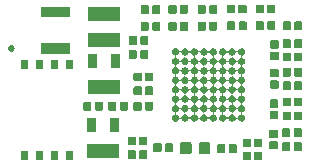
<source format=gbr>
G04 #@! TF.GenerationSoftware,KiCad,Pcbnew,(5.1.5-0-10_14)*
G04 #@! TF.CreationDate,2020-08-25T16:28:50-04:00*
G04 #@! TF.ProjectId,ESLO,45534c4f-2e6b-4696-9361-645f70636258,rev?*
G04 #@! TF.SameCoordinates,Original*
G04 #@! TF.FileFunction,Soldermask,Bot*
G04 #@! TF.FilePolarity,Negative*
%FSLAX46Y46*%
G04 Gerber Fmt 4.6, Leading zero omitted, Abs format (unit mm)*
G04 Created by KiCad (PCBNEW (5.1.5-0-10_14)) date 2020-08-25 16:28:50*
%MOMM*%
%LPD*%
G04 APERTURE LIST*
%ADD10C,0.100000*%
G04 APERTURE END LIST*
D10*
G36*
X166751938Y-112956716D02*
G01*
X166772557Y-112962971D01*
X166791553Y-112973124D01*
X166808208Y-112986792D01*
X166821876Y-113003447D01*
X166832029Y-113022443D01*
X166838284Y-113043062D01*
X166841000Y-113070640D01*
X166841000Y-113579360D01*
X166838284Y-113606938D01*
X166832029Y-113627557D01*
X166821876Y-113646553D01*
X166808208Y-113663208D01*
X166791553Y-113676876D01*
X166772557Y-113687029D01*
X166751938Y-113693284D01*
X166724360Y-113696000D01*
X166265640Y-113696000D01*
X166238062Y-113693284D01*
X166217443Y-113687029D01*
X166198447Y-113676876D01*
X166181792Y-113663208D01*
X166168124Y-113646553D01*
X166157971Y-113627557D01*
X166151716Y-113606938D01*
X166149000Y-113579360D01*
X166149000Y-113070640D01*
X166151716Y-113043062D01*
X166157971Y-113022443D01*
X166168124Y-113003447D01*
X166181792Y-112986792D01*
X166198447Y-112973124D01*
X166217443Y-112962971D01*
X166238062Y-112956716D01*
X166265640Y-112954000D01*
X166724360Y-112954000D01*
X166751938Y-112956716D01*
G37*
G36*
X165781938Y-112956716D02*
G01*
X165802557Y-112962971D01*
X165821553Y-112973124D01*
X165838208Y-112986792D01*
X165851876Y-113003447D01*
X165862029Y-113022443D01*
X165868284Y-113043062D01*
X165871000Y-113070640D01*
X165871000Y-113579360D01*
X165868284Y-113606938D01*
X165862029Y-113627557D01*
X165851876Y-113646553D01*
X165838208Y-113663208D01*
X165821553Y-113676876D01*
X165802557Y-113687029D01*
X165781938Y-113693284D01*
X165754360Y-113696000D01*
X165295640Y-113696000D01*
X165268062Y-113693284D01*
X165247443Y-113687029D01*
X165228447Y-113676876D01*
X165211792Y-113663208D01*
X165198124Y-113646553D01*
X165187971Y-113627557D01*
X165181716Y-113606938D01*
X165179000Y-113579360D01*
X165179000Y-113070640D01*
X165181716Y-113043062D01*
X165187971Y-113022443D01*
X165198124Y-113003447D01*
X165211792Y-112986792D01*
X165228447Y-112973124D01*
X165247443Y-112962971D01*
X165268062Y-112956716D01*
X165295640Y-112954000D01*
X165754360Y-112954000D01*
X165781938Y-112956716D01*
G37*
G36*
X148276000Y-113676000D02*
G01*
X147674000Y-113676000D01*
X147674000Y-112924000D01*
X148276000Y-112924000D01*
X148276000Y-113676000D01*
G37*
G36*
X147006000Y-113676000D02*
G01*
X146404000Y-113676000D01*
X146404000Y-112924000D01*
X147006000Y-112924000D01*
X147006000Y-113676000D01*
G37*
G36*
X150816000Y-113676000D02*
G01*
X150214000Y-113676000D01*
X150214000Y-112924000D01*
X150816000Y-112924000D01*
X150816000Y-113676000D01*
G37*
G36*
X149546000Y-113676000D02*
G01*
X148944000Y-113676000D01*
X148944000Y-112924000D01*
X149546000Y-112924000D01*
X149546000Y-113676000D01*
G37*
G36*
X156046938Y-112831716D02*
G01*
X156067557Y-112837971D01*
X156086553Y-112848124D01*
X156103208Y-112861792D01*
X156116876Y-112878447D01*
X156127029Y-112897443D01*
X156133284Y-112918062D01*
X156136000Y-112945640D01*
X156136000Y-113454360D01*
X156133284Y-113481938D01*
X156127029Y-113502557D01*
X156116876Y-113521553D01*
X156103208Y-113538208D01*
X156086553Y-113551876D01*
X156067557Y-113562029D01*
X156046938Y-113568284D01*
X156019360Y-113571000D01*
X155560640Y-113571000D01*
X155533062Y-113568284D01*
X155512443Y-113562029D01*
X155493447Y-113551876D01*
X155476792Y-113538208D01*
X155463124Y-113521553D01*
X155452971Y-113502557D01*
X155446716Y-113481938D01*
X155444000Y-113454360D01*
X155444000Y-112945640D01*
X155446716Y-112918062D01*
X155452971Y-112897443D01*
X155463124Y-112878447D01*
X155476792Y-112861792D01*
X155493447Y-112848124D01*
X155512443Y-112837971D01*
X155533062Y-112831716D01*
X155560640Y-112829000D01*
X156019360Y-112829000D01*
X156046938Y-112831716D01*
G37*
G36*
X157016938Y-112831716D02*
G01*
X157037557Y-112837971D01*
X157056553Y-112848124D01*
X157073208Y-112861792D01*
X157086876Y-112878447D01*
X157097029Y-112897443D01*
X157103284Y-112918062D01*
X157106000Y-112945640D01*
X157106000Y-113454360D01*
X157103284Y-113481938D01*
X157097029Y-113502557D01*
X157086876Y-113521553D01*
X157073208Y-113538208D01*
X157056553Y-113551876D01*
X157037557Y-113562029D01*
X157016938Y-113568284D01*
X156989360Y-113571000D01*
X156530640Y-113571000D01*
X156503062Y-113568284D01*
X156482443Y-113562029D01*
X156463447Y-113551876D01*
X156446792Y-113538208D01*
X156433124Y-113521553D01*
X156422971Y-113502557D01*
X156416716Y-113481938D01*
X156414000Y-113454360D01*
X156414000Y-112945640D01*
X156416716Y-112918062D01*
X156422971Y-112897443D01*
X156433124Y-112878447D01*
X156446792Y-112861792D01*
X156463447Y-112848124D01*
X156482443Y-112837971D01*
X156503062Y-112831716D01*
X156530640Y-112829000D01*
X156989360Y-112829000D01*
X157016938Y-112831716D01*
G37*
G36*
X154676000Y-113481000D02*
G01*
X152024000Y-113481000D01*
X152024000Y-112319000D01*
X154676000Y-112319000D01*
X154676000Y-113481000D01*
G37*
G36*
X160717091Y-112128085D02*
G01*
X160751069Y-112138393D01*
X160782390Y-112155134D01*
X160809839Y-112177661D01*
X160832366Y-112205110D01*
X160849107Y-112236431D01*
X160859415Y-112270409D01*
X160863500Y-112311890D01*
X160863500Y-112988110D01*
X160859415Y-113029591D01*
X160849107Y-113063569D01*
X160832366Y-113094890D01*
X160809839Y-113122339D01*
X160782390Y-113144866D01*
X160751069Y-113161607D01*
X160717091Y-113171915D01*
X160675610Y-113176000D01*
X160074390Y-113176000D01*
X160032909Y-113171915D01*
X159998931Y-113161607D01*
X159967610Y-113144866D01*
X159940161Y-113122339D01*
X159917634Y-113094890D01*
X159900893Y-113063569D01*
X159890585Y-113029591D01*
X159886500Y-112988110D01*
X159886500Y-112311890D01*
X159890585Y-112270409D01*
X159900893Y-112236431D01*
X159917634Y-112205110D01*
X159940161Y-112177661D01*
X159967610Y-112155134D01*
X159998931Y-112138393D01*
X160032909Y-112128085D01*
X160074390Y-112124000D01*
X160675610Y-112124000D01*
X160717091Y-112128085D01*
G37*
G36*
X162292091Y-112128085D02*
G01*
X162326069Y-112138393D01*
X162357390Y-112155134D01*
X162384839Y-112177661D01*
X162407366Y-112205110D01*
X162424107Y-112236431D01*
X162434415Y-112270409D01*
X162438500Y-112311890D01*
X162438500Y-112988110D01*
X162434415Y-113029591D01*
X162424107Y-113063569D01*
X162407366Y-113094890D01*
X162384839Y-113122339D01*
X162357390Y-113144866D01*
X162326069Y-113161607D01*
X162292091Y-113171915D01*
X162250610Y-113176000D01*
X161649390Y-113176000D01*
X161607909Y-113171915D01*
X161573931Y-113161607D01*
X161542610Y-113144866D01*
X161515161Y-113122339D01*
X161492634Y-113094890D01*
X161475893Y-113063569D01*
X161465585Y-113029591D01*
X161461500Y-112988110D01*
X161461500Y-112311890D01*
X161465585Y-112270409D01*
X161475893Y-112236431D01*
X161492634Y-112205110D01*
X161515161Y-112177661D01*
X161542610Y-112155134D01*
X161573931Y-112138393D01*
X161607909Y-112128085D01*
X161649390Y-112124000D01*
X162250610Y-112124000D01*
X162292091Y-112128085D01*
G37*
G36*
X164601938Y-112331716D02*
G01*
X164622557Y-112337971D01*
X164641553Y-112348124D01*
X164658208Y-112361792D01*
X164671876Y-112378447D01*
X164682029Y-112397443D01*
X164688284Y-112418062D01*
X164691000Y-112445640D01*
X164691000Y-112954360D01*
X164688284Y-112981938D01*
X164682029Y-113002557D01*
X164671876Y-113021553D01*
X164658208Y-113038208D01*
X164641553Y-113051876D01*
X164622557Y-113062029D01*
X164601938Y-113068284D01*
X164574360Y-113071000D01*
X164115640Y-113071000D01*
X164088062Y-113068284D01*
X164067443Y-113062029D01*
X164048447Y-113051876D01*
X164031792Y-113038208D01*
X164018124Y-113021553D01*
X164007971Y-113002557D01*
X164001716Y-112981938D01*
X163999000Y-112954360D01*
X163999000Y-112445640D01*
X164001716Y-112418062D01*
X164007971Y-112397443D01*
X164018124Y-112378447D01*
X164031792Y-112361792D01*
X164048447Y-112348124D01*
X164067443Y-112337971D01*
X164088062Y-112331716D01*
X164115640Y-112329000D01*
X164574360Y-112329000D01*
X164601938Y-112331716D01*
G37*
G36*
X163631938Y-112331716D02*
G01*
X163652557Y-112337971D01*
X163671553Y-112348124D01*
X163688208Y-112361792D01*
X163701876Y-112378447D01*
X163712029Y-112397443D01*
X163718284Y-112418062D01*
X163721000Y-112445640D01*
X163721000Y-112954360D01*
X163718284Y-112981938D01*
X163712029Y-113002557D01*
X163701876Y-113021553D01*
X163688208Y-113038208D01*
X163671553Y-113051876D01*
X163652557Y-113062029D01*
X163631938Y-113068284D01*
X163604360Y-113071000D01*
X163145640Y-113071000D01*
X163118062Y-113068284D01*
X163097443Y-113062029D01*
X163078447Y-113051876D01*
X163061792Y-113038208D01*
X163048124Y-113021553D01*
X163037971Y-113002557D01*
X163031716Y-112981938D01*
X163029000Y-112954360D01*
X163029000Y-112445640D01*
X163031716Y-112418062D01*
X163037971Y-112397443D01*
X163048124Y-112378447D01*
X163061792Y-112361792D01*
X163078447Y-112348124D01*
X163097443Y-112337971D01*
X163118062Y-112331716D01*
X163145640Y-112329000D01*
X163604360Y-112329000D01*
X163631938Y-112331716D01*
G37*
G36*
X159201938Y-112256716D02*
G01*
X159222557Y-112262971D01*
X159241553Y-112273124D01*
X159258208Y-112286792D01*
X159271876Y-112303447D01*
X159282029Y-112322443D01*
X159288284Y-112343062D01*
X159291000Y-112370640D01*
X159291000Y-112879360D01*
X159288284Y-112906938D01*
X159282029Y-112927557D01*
X159271876Y-112946553D01*
X159258208Y-112963208D01*
X159241553Y-112976876D01*
X159222557Y-112987029D01*
X159201938Y-112993284D01*
X159174360Y-112996000D01*
X158715640Y-112996000D01*
X158688062Y-112993284D01*
X158667443Y-112987029D01*
X158648447Y-112976876D01*
X158631792Y-112963208D01*
X158618124Y-112946553D01*
X158607971Y-112927557D01*
X158601716Y-112906938D01*
X158599000Y-112879360D01*
X158599000Y-112370640D01*
X158601716Y-112343062D01*
X158607971Y-112322443D01*
X158618124Y-112303447D01*
X158631792Y-112286792D01*
X158648447Y-112273124D01*
X158667443Y-112262971D01*
X158688062Y-112256716D01*
X158715640Y-112254000D01*
X159174360Y-112254000D01*
X159201938Y-112256716D01*
G37*
G36*
X158231938Y-112256716D02*
G01*
X158252557Y-112262971D01*
X158271553Y-112273124D01*
X158288208Y-112286792D01*
X158301876Y-112303447D01*
X158312029Y-112322443D01*
X158318284Y-112343062D01*
X158321000Y-112370640D01*
X158321000Y-112879360D01*
X158318284Y-112906938D01*
X158312029Y-112927557D01*
X158301876Y-112946553D01*
X158288208Y-112963208D01*
X158271553Y-112976876D01*
X158252557Y-112987029D01*
X158231938Y-112993284D01*
X158204360Y-112996000D01*
X157745640Y-112996000D01*
X157718062Y-112993284D01*
X157697443Y-112987029D01*
X157678447Y-112976876D01*
X157661792Y-112963208D01*
X157648124Y-112946553D01*
X157637971Y-112927557D01*
X157631716Y-112906938D01*
X157629000Y-112879360D01*
X157629000Y-112370640D01*
X157631716Y-112343062D01*
X157637971Y-112322443D01*
X157648124Y-112303447D01*
X157661792Y-112286792D01*
X157678447Y-112273124D01*
X157697443Y-112262971D01*
X157718062Y-112256716D01*
X157745640Y-112254000D01*
X158204360Y-112254000D01*
X158231938Y-112256716D01*
G37*
G36*
X169131938Y-112156716D02*
G01*
X169152557Y-112162971D01*
X169171553Y-112173124D01*
X169188208Y-112186792D01*
X169201876Y-112203447D01*
X169212029Y-112222443D01*
X169218284Y-112243062D01*
X169221000Y-112270640D01*
X169221000Y-112779360D01*
X169218284Y-112806938D01*
X169212029Y-112827557D01*
X169201876Y-112846553D01*
X169188208Y-112863208D01*
X169171553Y-112876876D01*
X169152557Y-112887029D01*
X169131938Y-112893284D01*
X169104360Y-112896000D01*
X168645640Y-112896000D01*
X168618062Y-112893284D01*
X168597443Y-112887029D01*
X168578447Y-112876876D01*
X168561792Y-112863208D01*
X168548124Y-112846553D01*
X168537971Y-112827557D01*
X168531716Y-112806938D01*
X168529000Y-112779360D01*
X168529000Y-112270640D01*
X168531716Y-112243062D01*
X168537971Y-112222443D01*
X168548124Y-112203447D01*
X168561792Y-112186792D01*
X168578447Y-112173124D01*
X168597443Y-112162971D01*
X168618062Y-112156716D01*
X168645640Y-112154000D01*
X169104360Y-112154000D01*
X169131938Y-112156716D01*
G37*
G36*
X170101938Y-112156716D02*
G01*
X170122557Y-112162971D01*
X170141553Y-112173124D01*
X170158208Y-112186792D01*
X170171876Y-112203447D01*
X170182029Y-112222443D01*
X170188284Y-112243062D01*
X170191000Y-112270640D01*
X170191000Y-112779360D01*
X170188284Y-112806938D01*
X170182029Y-112827557D01*
X170171876Y-112846553D01*
X170158208Y-112863208D01*
X170141553Y-112876876D01*
X170122557Y-112887029D01*
X170101938Y-112893284D01*
X170074360Y-112896000D01*
X169615640Y-112896000D01*
X169588062Y-112893284D01*
X169567443Y-112887029D01*
X169548447Y-112876876D01*
X169531792Y-112863208D01*
X169518124Y-112846553D01*
X169507971Y-112827557D01*
X169501716Y-112806938D01*
X169499000Y-112779360D01*
X169499000Y-112270640D01*
X169501716Y-112243062D01*
X169507971Y-112222443D01*
X169518124Y-112203447D01*
X169531792Y-112186792D01*
X169548447Y-112173124D01*
X169567443Y-112162971D01*
X169588062Y-112156716D01*
X169615640Y-112154000D01*
X170074360Y-112154000D01*
X170101938Y-112156716D01*
G37*
G36*
X168081938Y-112076716D02*
G01*
X168102557Y-112082971D01*
X168121553Y-112093124D01*
X168138208Y-112106792D01*
X168151876Y-112123447D01*
X168162029Y-112142443D01*
X168168284Y-112163062D01*
X168171000Y-112190640D01*
X168171000Y-112649360D01*
X168168284Y-112676938D01*
X168162029Y-112697557D01*
X168151876Y-112716553D01*
X168138208Y-112733208D01*
X168121553Y-112746876D01*
X168102557Y-112757029D01*
X168081938Y-112763284D01*
X168054360Y-112766000D01*
X167545640Y-112766000D01*
X167518062Y-112763284D01*
X167497443Y-112757029D01*
X167478447Y-112746876D01*
X167461792Y-112733208D01*
X167448124Y-112716553D01*
X167437971Y-112697557D01*
X167431716Y-112676938D01*
X167429000Y-112649360D01*
X167429000Y-112190640D01*
X167431716Y-112163062D01*
X167437971Y-112142443D01*
X167448124Y-112123447D01*
X167461792Y-112106792D01*
X167478447Y-112093124D01*
X167497443Y-112082971D01*
X167518062Y-112076716D01*
X167545640Y-112074000D01*
X168054360Y-112074000D01*
X168081938Y-112076716D01*
G37*
G36*
X166751938Y-111856716D02*
G01*
X166772557Y-111862971D01*
X166791553Y-111873124D01*
X166808208Y-111886792D01*
X166821876Y-111903447D01*
X166832029Y-111922443D01*
X166838284Y-111943062D01*
X166841000Y-111970640D01*
X166841000Y-112479360D01*
X166838284Y-112506938D01*
X166832029Y-112527557D01*
X166821876Y-112546553D01*
X166808208Y-112563208D01*
X166791553Y-112576876D01*
X166772557Y-112587029D01*
X166751938Y-112593284D01*
X166724360Y-112596000D01*
X166265640Y-112596000D01*
X166238062Y-112593284D01*
X166217443Y-112587029D01*
X166198447Y-112576876D01*
X166181792Y-112563208D01*
X166168124Y-112546553D01*
X166157971Y-112527557D01*
X166151716Y-112506938D01*
X166149000Y-112479360D01*
X166149000Y-111970640D01*
X166151716Y-111943062D01*
X166157971Y-111922443D01*
X166168124Y-111903447D01*
X166181792Y-111886792D01*
X166198447Y-111873124D01*
X166217443Y-111862971D01*
X166238062Y-111856716D01*
X166265640Y-111854000D01*
X166724360Y-111854000D01*
X166751938Y-111856716D01*
G37*
G36*
X165781938Y-111856716D02*
G01*
X165802557Y-111862971D01*
X165821553Y-111873124D01*
X165838208Y-111886792D01*
X165851876Y-111903447D01*
X165862029Y-111922443D01*
X165868284Y-111943062D01*
X165871000Y-111970640D01*
X165871000Y-112479360D01*
X165868284Y-112506938D01*
X165862029Y-112527557D01*
X165851876Y-112546553D01*
X165838208Y-112563208D01*
X165821553Y-112576876D01*
X165802557Y-112587029D01*
X165781938Y-112593284D01*
X165754360Y-112596000D01*
X165295640Y-112596000D01*
X165268062Y-112593284D01*
X165247443Y-112587029D01*
X165228447Y-112576876D01*
X165211792Y-112563208D01*
X165198124Y-112546553D01*
X165187971Y-112527557D01*
X165181716Y-112506938D01*
X165179000Y-112479360D01*
X165179000Y-111970640D01*
X165181716Y-111943062D01*
X165187971Y-111922443D01*
X165198124Y-111903447D01*
X165211792Y-111886792D01*
X165228447Y-111873124D01*
X165247443Y-111862971D01*
X165268062Y-111856716D01*
X165295640Y-111854000D01*
X165754360Y-111854000D01*
X165781938Y-111856716D01*
G37*
G36*
X157026938Y-111681716D02*
G01*
X157047557Y-111687971D01*
X157066553Y-111698124D01*
X157083208Y-111711792D01*
X157096876Y-111728447D01*
X157107029Y-111747443D01*
X157113284Y-111768062D01*
X157116000Y-111795640D01*
X157116000Y-112304360D01*
X157113284Y-112331938D01*
X157107029Y-112352557D01*
X157096876Y-112371553D01*
X157083208Y-112388208D01*
X157066553Y-112401876D01*
X157047557Y-112412029D01*
X157026938Y-112418284D01*
X156999360Y-112421000D01*
X156540640Y-112421000D01*
X156513062Y-112418284D01*
X156492443Y-112412029D01*
X156473447Y-112401876D01*
X156456792Y-112388208D01*
X156443124Y-112371553D01*
X156432971Y-112352557D01*
X156426716Y-112331938D01*
X156424000Y-112304360D01*
X156424000Y-111795640D01*
X156426716Y-111768062D01*
X156432971Y-111747443D01*
X156443124Y-111728447D01*
X156456792Y-111711792D01*
X156473447Y-111698124D01*
X156492443Y-111687971D01*
X156513062Y-111681716D01*
X156540640Y-111679000D01*
X156999360Y-111679000D01*
X157026938Y-111681716D01*
G37*
G36*
X156056938Y-111681716D02*
G01*
X156077557Y-111687971D01*
X156096553Y-111698124D01*
X156113208Y-111711792D01*
X156126876Y-111728447D01*
X156137029Y-111747443D01*
X156143284Y-111768062D01*
X156146000Y-111795640D01*
X156146000Y-112304360D01*
X156143284Y-112331938D01*
X156137029Y-112352557D01*
X156126876Y-112371553D01*
X156113208Y-112388208D01*
X156096553Y-112401876D01*
X156077557Y-112412029D01*
X156056938Y-112418284D01*
X156029360Y-112421000D01*
X155570640Y-112421000D01*
X155543062Y-112418284D01*
X155522443Y-112412029D01*
X155503447Y-112401876D01*
X155486792Y-112388208D01*
X155473124Y-112371553D01*
X155462971Y-112352557D01*
X155456716Y-112331938D01*
X155454000Y-112304360D01*
X155454000Y-111795640D01*
X155456716Y-111768062D01*
X155462971Y-111747443D01*
X155473124Y-111728447D01*
X155486792Y-111711792D01*
X155503447Y-111698124D01*
X155522443Y-111687971D01*
X155543062Y-111681716D01*
X155570640Y-111679000D01*
X156029360Y-111679000D01*
X156056938Y-111681716D01*
G37*
G36*
X168081938Y-111106716D02*
G01*
X168102557Y-111112971D01*
X168121553Y-111123124D01*
X168138208Y-111136792D01*
X168151876Y-111153447D01*
X168162029Y-111172443D01*
X168168284Y-111193062D01*
X168171000Y-111220640D01*
X168171000Y-111679360D01*
X168168284Y-111706938D01*
X168162029Y-111727557D01*
X168151876Y-111746553D01*
X168138208Y-111763208D01*
X168121553Y-111776876D01*
X168102557Y-111787029D01*
X168081938Y-111793284D01*
X168054360Y-111796000D01*
X167545640Y-111796000D01*
X167518062Y-111793284D01*
X167497443Y-111787029D01*
X167478447Y-111776876D01*
X167461792Y-111763208D01*
X167448124Y-111746553D01*
X167437971Y-111727557D01*
X167431716Y-111706938D01*
X167429000Y-111679360D01*
X167429000Y-111220640D01*
X167431716Y-111193062D01*
X167437971Y-111172443D01*
X167448124Y-111153447D01*
X167461792Y-111136792D01*
X167478447Y-111123124D01*
X167497443Y-111112971D01*
X167518062Y-111106716D01*
X167545640Y-111104000D01*
X168054360Y-111104000D01*
X168081938Y-111106716D01*
G37*
G36*
X169131938Y-110981716D02*
G01*
X169152557Y-110987971D01*
X169171553Y-110998124D01*
X169188208Y-111011792D01*
X169201876Y-111028447D01*
X169212029Y-111047443D01*
X169218284Y-111068062D01*
X169221000Y-111095640D01*
X169221000Y-111604360D01*
X169218284Y-111631938D01*
X169212029Y-111652557D01*
X169201876Y-111671553D01*
X169188208Y-111688208D01*
X169171553Y-111701876D01*
X169152557Y-111712029D01*
X169131938Y-111718284D01*
X169104360Y-111721000D01*
X168645640Y-111721000D01*
X168618062Y-111718284D01*
X168597443Y-111712029D01*
X168578447Y-111701876D01*
X168561792Y-111688208D01*
X168548124Y-111671553D01*
X168537971Y-111652557D01*
X168531716Y-111631938D01*
X168529000Y-111604360D01*
X168529000Y-111095640D01*
X168531716Y-111068062D01*
X168537971Y-111047443D01*
X168548124Y-111028447D01*
X168561792Y-111011792D01*
X168578447Y-110998124D01*
X168597443Y-110987971D01*
X168618062Y-110981716D01*
X168645640Y-110979000D01*
X169104360Y-110979000D01*
X169131938Y-110981716D01*
G37*
G36*
X170101938Y-110981716D02*
G01*
X170122557Y-110987971D01*
X170141553Y-110998124D01*
X170158208Y-111011792D01*
X170171876Y-111028447D01*
X170182029Y-111047443D01*
X170188284Y-111068062D01*
X170191000Y-111095640D01*
X170191000Y-111604360D01*
X170188284Y-111631938D01*
X170182029Y-111652557D01*
X170171876Y-111671553D01*
X170158208Y-111688208D01*
X170141553Y-111701876D01*
X170122557Y-111712029D01*
X170101938Y-111718284D01*
X170074360Y-111721000D01*
X169615640Y-111721000D01*
X169588062Y-111718284D01*
X169567443Y-111712029D01*
X169548447Y-111701876D01*
X169531792Y-111688208D01*
X169518124Y-111671553D01*
X169507971Y-111652557D01*
X169501716Y-111631938D01*
X169499000Y-111604360D01*
X169499000Y-111095640D01*
X169501716Y-111068062D01*
X169507971Y-111047443D01*
X169518124Y-111028447D01*
X169531792Y-111011792D01*
X169548447Y-110998124D01*
X169567443Y-110987971D01*
X169588062Y-110981716D01*
X169615640Y-110979000D01*
X170074360Y-110979000D01*
X170101938Y-110981716D01*
G37*
G36*
X154676000Y-111281000D02*
G01*
X153924000Y-111281000D01*
X153924000Y-110119000D01*
X154676000Y-110119000D01*
X154676000Y-111281000D01*
G37*
G36*
X152776000Y-111281000D02*
G01*
X152024000Y-111281000D01*
X152024000Y-110119000D01*
X152776000Y-110119000D01*
X152776000Y-111281000D01*
G37*
G36*
X159587797Y-104210567D02*
G01*
X159639987Y-104232185D01*
X159642577Y-104233258D01*
X159691876Y-104266198D01*
X159733802Y-104308124D01*
X159754432Y-104339000D01*
X159766743Y-104357425D01*
X159784516Y-104400332D01*
X159796067Y-104421943D01*
X159811613Y-104440885D01*
X159830555Y-104456430D01*
X159852165Y-104467981D01*
X159875614Y-104475094D01*
X159900000Y-104477496D01*
X159924387Y-104475094D01*
X159947835Y-104467981D01*
X159969446Y-104456430D01*
X159988388Y-104440884D01*
X160003933Y-104421942D01*
X160015484Y-104400332D01*
X160033257Y-104357425D01*
X160045568Y-104339000D01*
X160066198Y-104308124D01*
X160108124Y-104266198D01*
X160157423Y-104233258D01*
X160160013Y-104232185D01*
X160212203Y-104210567D01*
X160270353Y-104199000D01*
X160329647Y-104199000D01*
X160387797Y-104210567D01*
X160439987Y-104232185D01*
X160442577Y-104233258D01*
X160491876Y-104266198D01*
X160533802Y-104308124D01*
X160554432Y-104339000D01*
X160566743Y-104357425D01*
X160584516Y-104400332D01*
X160596067Y-104421943D01*
X160611613Y-104440885D01*
X160630555Y-104456430D01*
X160652165Y-104467981D01*
X160675614Y-104475094D01*
X160700000Y-104477496D01*
X160724387Y-104475094D01*
X160747835Y-104467981D01*
X160769446Y-104456430D01*
X160788388Y-104440884D01*
X160803933Y-104421942D01*
X160815484Y-104400332D01*
X160833257Y-104357425D01*
X160845568Y-104339000D01*
X160866198Y-104308124D01*
X160908124Y-104266198D01*
X160957423Y-104233258D01*
X160960013Y-104232185D01*
X161012203Y-104210567D01*
X161070353Y-104199000D01*
X161129647Y-104199000D01*
X161187797Y-104210567D01*
X161239987Y-104232185D01*
X161242577Y-104233258D01*
X161291876Y-104266198D01*
X161333802Y-104308124D01*
X161354432Y-104339000D01*
X161366743Y-104357425D01*
X161384516Y-104400332D01*
X161396067Y-104421943D01*
X161411613Y-104440885D01*
X161430555Y-104456430D01*
X161452165Y-104467981D01*
X161475614Y-104475094D01*
X161500000Y-104477496D01*
X161524387Y-104475094D01*
X161547835Y-104467981D01*
X161569446Y-104456430D01*
X161588388Y-104440884D01*
X161603933Y-104421942D01*
X161615484Y-104400332D01*
X161633257Y-104357425D01*
X161645568Y-104339000D01*
X161666198Y-104308124D01*
X161708124Y-104266198D01*
X161757423Y-104233258D01*
X161760013Y-104232185D01*
X161812203Y-104210567D01*
X161870353Y-104199000D01*
X161929647Y-104199000D01*
X161987797Y-104210567D01*
X162039987Y-104232185D01*
X162042577Y-104233258D01*
X162091876Y-104266198D01*
X162133802Y-104308124D01*
X162154432Y-104339000D01*
X162166743Y-104357425D01*
X162184516Y-104400332D01*
X162196067Y-104421943D01*
X162211613Y-104440885D01*
X162230555Y-104456430D01*
X162252165Y-104467981D01*
X162275614Y-104475094D01*
X162300000Y-104477496D01*
X162324387Y-104475094D01*
X162347835Y-104467981D01*
X162369446Y-104456430D01*
X162388388Y-104440884D01*
X162403933Y-104421942D01*
X162415484Y-104400332D01*
X162433257Y-104357425D01*
X162445568Y-104339000D01*
X162466198Y-104308124D01*
X162508124Y-104266198D01*
X162557423Y-104233258D01*
X162560013Y-104232185D01*
X162612203Y-104210567D01*
X162670353Y-104199000D01*
X162729647Y-104199000D01*
X162787797Y-104210567D01*
X162839987Y-104232185D01*
X162842577Y-104233258D01*
X162891876Y-104266198D01*
X162933802Y-104308124D01*
X162954432Y-104339000D01*
X162966743Y-104357425D01*
X162984516Y-104400332D01*
X162996067Y-104421943D01*
X163011613Y-104440885D01*
X163030555Y-104456430D01*
X163052165Y-104467981D01*
X163075614Y-104475094D01*
X163100000Y-104477496D01*
X163124387Y-104475094D01*
X163147835Y-104467981D01*
X163169446Y-104456430D01*
X163188388Y-104440884D01*
X163203933Y-104421942D01*
X163215484Y-104400332D01*
X163233257Y-104357425D01*
X163245568Y-104339000D01*
X163266198Y-104308124D01*
X163308124Y-104266198D01*
X163357423Y-104233258D01*
X163360013Y-104232185D01*
X163412203Y-104210567D01*
X163470353Y-104199000D01*
X163529647Y-104199000D01*
X163587797Y-104210567D01*
X163639987Y-104232185D01*
X163642577Y-104233258D01*
X163691876Y-104266198D01*
X163733802Y-104308124D01*
X163754432Y-104339000D01*
X163766743Y-104357425D01*
X163784516Y-104400332D01*
X163796067Y-104421943D01*
X163811613Y-104440885D01*
X163830555Y-104456430D01*
X163852165Y-104467981D01*
X163875614Y-104475094D01*
X163900000Y-104477496D01*
X163924387Y-104475094D01*
X163947835Y-104467981D01*
X163969446Y-104456430D01*
X163988388Y-104440884D01*
X164003933Y-104421942D01*
X164015484Y-104400332D01*
X164033257Y-104357425D01*
X164045568Y-104339000D01*
X164066198Y-104308124D01*
X164108124Y-104266198D01*
X164157423Y-104233258D01*
X164160013Y-104232185D01*
X164212203Y-104210567D01*
X164270353Y-104199000D01*
X164329647Y-104199000D01*
X164387797Y-104210567D01*
X164439987Y-104232185D01*
X164442577Y-104233258D01*
X164491876Y-104266198D01*
X164533802Y-104308124D01*
X164554432Y-104339000D01*
X164566743Y-104357425D01*
X164584516Y-104400332D01*
X164596067Y-104421943D01*
X164611613Y-104440885D01*
X164630555Y-104456430D01*
X164652165Y-104467981D01*
X164675614Y-104475094D01*
X164700000Y-104477496D01*
X164724387Y-104475094D01*
X164747835Y-104467981D01*
X164769446Y-104456430D01*
X164788388Y-104440884D01*
X164803933Y-104421942D01*
X164815484Y-104400332D01*
X164833257Y-104357425D01*
X164845568Y-104339000D01*
X164866198Y-104308124D01*
X164908124Y-104266198D01*
X164957423Y-104233258D01*
X164960013Y-104232185D01*
X165012203Y-104210567D01*
X165070353Y-104199000D01*
X165129647Y-104199000D01*
X165187797Y-104210567D01*
X165239987Y-104232185D01*
X165242577Y-104233258D01*
X165291876Y-104266198D01*
X165333802Y-104308124D01*
X165354432Y-104339000D01*
X165366743Y-104357425D01*
X165389433Y-104412203D01*
X165401000Y-104470353D01*
X165401000Y-104529647D01*
X165389433Y-104587797D01*
X165382950Y-104603447D01*
X165366742Y-104642577D01*
X165333802Y-104691876D01*
X165291876Y-104733802D01*
X165242577Y-104766742D01*
X165242576Y-104766743D01*
X165242575Y-104766743D01*
X165199668Y-104784516D01*
X165178057Y-104796067D01*
X165159115Y-104811613D01*
X165143570Y-104830555D01*
X165132019Y-104852165D01*
X165124906Y-104875614D01*
X165122504Y-104900000D01*
X165124906Y-104924387D01*
X165132019Y-104947835D01*
X165143570Y-104969446D01*
X165159116Y-104988388D01*
X165178058Y-105003933D01*
X165199668Y-105015484D01*
X165235506Y-105030329D01*
X165242577Y-105033258D01*
X165291876Y-105066198D01*
X165333802Y-105108124D01*
X165358661Y-105145329D01*
X165366743Y-105157425D01*
X165389433Y-105212203D01*
X165401000Y-105270353D01*
X165401000Y-105329647D01*
X165389433Y-105387797D01*
X165366743Y-105442575D01*
X165366742Y-105442577D01*
X165333802Y-105491876D01*
X165291876Y-105533802D01*
X165242577Y-105566742D01*
X165242576Y-105566743D01*
X165242575Y-105566743D01*
X165199668Y-105584516D01*
X165178057Y-105596067D01*
X165159115Y-105611613D01*
X165143570Y-105630555D01*
X165132019Y-105652165D01*
X165124906Y-105675614D01*
X165122504Y-105700000D01*
X165124906Y-105724387D01*
X165132019Y-105747835D01*
X165143570Y-105769446D01*
X165159116Y-105788388D01*
X165178058Y-105803933D01*
X165199668Y-105815484D01*
X165242575Y-105833257D01*
X165242577Y-105833258D01*
X165291876Y-105866198D01*
X165333802Y-105908124D01*
X165366676Y-105957324D01*
X165366743Y-105957425D01*
X165389433Y-106012203D01*
X165401000Y-106070353D01*
X165401000Y-106129647D01*
X165389433Y-106187797D01*
X165366743Y-106242575D01*
X165366742Y-106242577D01*
X165333802Y-106291876D01*
X165291876Y-106333802D01*
X165242577Y-106366742D01*
X165242576Y-106366743D01*
X165242575Y-106366743D01*
X165199668Y-106384516D01*
X165178057Y-106396067D01*
X165159115Y-106411613D01*
X165143570Y-106430555D01*
X165132019Y-106452165D01*
X165124906Y-106475614D01*
X165122504Y-106500000D01*
X165124906Y-106524387D01*
X165132019Y-106547835D01*
X165143570Y-106569446D01*
X165159116Y-106588388D01*
X165178058Y-106603933D01*
X165199668Y-106615484D01*
X165242575Y-106633257D01*
X165242577Y-106633258D01*
X165291876Y-106666198D01*
X165333802Y-106708124D01*
X165366742Y-106757423D01*
X165366743Y-106757425D01*
X165389433Y-106812203D01*
X165401000Y-106870353D01*
X165401000Y-106929647D01*
X165389433Y-106987797D01*
X165366743Y-107042575D01*
X165366742Y-107042577D01*
X165333802Y-107091876D01*
X165291876Y-107133802D01*
X165242577Y-107166742D01*
X165242576Y-107166743D01*
X165242575Y-107166743D01*
X165199668Y-107184516D01*
X165178057Y-107196067D01*
X165159115Y-107211613D01*
X165143570Y-107230555D01*
X165132019Y-107252165D01*
X165124906Y-107275614D01*
X165122504Y-107300000D01*
X165124906Y-107324387D01*
X165132019Y-107347835D01*
X165143570Y-107369446D01*
X165159116Y-107388388D01*
X165178058Y-107403933D01*
X165199668Y-107415484D01*
X165242575Y-107433257D01*
X165242577Y-107433258D01*
X165291876Y-107466198D01*
X165333802Y-107508124D01*
X165366742Y-107557423D01*
X165366743Y-107557425D01*
X165389433Y-107612203D01*
X165401000Y-107670353D01*
X165401000Y-107729647D01*
X165389433Y-107787797D01*
X165366743Y-107842575D01*
X165366742Y-107842577D01*
X165333802Y-107891876D01*
X165291876Y-107933802D01*
X165242577Y-107966742D01*
X165242576Y-107966743D01*
X165242575Y-107966743D01*
X165199668Y-107984516D01*
X165178057Y-107996067D01*
X165159115Y-108011613D01*
X165143570Y-108030555D01*
X165132019Y-108052165D01*
X165124906Y-108075614D01*
X165122504Y-108100000D01*
X165124906Y-108124387D01*
X165132019Y-108147835D01*
X165143570Y-108169446D01*
X165159116Y-108188388D01*
X165178058Y-108203933D01*
X165199668Y-108215484D01*
X165242575Y-108233257D01*
X165242577Y-108233258D01*
X165291876Y-108266198D01*
X165333802Y-108308124D01*
X165366742Y-108357423D01*
X165366743Y-108357425D01*
X165389433Y-108412203D01*
X165401000Y-108470353D01*
X165401000Y-108529647D01*
X165389433Y-108587797D01*
X165369551Y-108635796D01*
X165366742Y-108642577D01*
X165333802Y-108691876D01*
X165291876Y-108733802D01*
X165242577Y-108766742D01*
X165242576Y-108766743D01*
X165242575Y-108766743D01*
X165199668Y-108784516D01*
X165178057Y-108796067D01*
X165159115Y-108811613D01*
X165143570Y-108830555D01*
X165132019Y-108852165D01*
X165124906Y-108875614D01*
X165122504Y-108900000D01*
X165124906Y-108924387D01*
X165132019Y-108947835D01*
X165143570Y-108969446D01*
X165159116Y-108988388D01*
X165178058Y-109003933D01*
X165199668Y-109015484D01*
X165242575Y-109033257D01*
X165242577Y-109033258D01*
X165291876Y-109066198D01*
X165333802Y-109108124D01*
X165366742Y-109157423D01*
X165366743Y-109157425D01*
X165389433Y-109212203D01*
X165401000Y-109270353D01*
X165401000Y-109329647D01*
X165389433Y-109387797D01*
X165368552Y-109438208D01*
X165366742Y-109442577D01*
X165333802Y-109491876D01*
X165291876Y-109533802D01*
X165242577Y-109566742D01*
X165242576Y-109566743D01*
X165242575Y-109566743D01*
X165199668Y-109584516D01*
X165178057Y-109596067D01*
X165159115Y-109611613D01*
X165143570Y-109630555D01*
X165132019Y-109652165D01*
X165124906Y-109675614D01*
X165122504Y-109700000D01*
X165124906Y-109724387D01*
X165132019Y-109747835D01*
X165143570Y-109769446D01*
X165159116Y-109788388D01*
X165178058Y-109803933D01*
X165199668Y-109815484D01*
X165242575Y-109833257D01*
X165242577Y-109833258D01*
X165291876Y-109866198D01*
X165333802Y-109908124D01*
X165366742Y-109957423D01*
X165366743Y-109957425D01*
X165389433Y-110012203D01*
X165401000Y-110070353D01*
X165401000Y-110129647D01*
X165389433Y-110187797D01*
X165366743Y-110242575D01*
X165366742Y-110242577D01*
X165333802Y-110291876D01*
X165291876Y-110333802D01*
X165242577Y-110366742D01*
X165242576Y-110366743D01*
X165242575Y-110366743D01*
X165187797Y-110389433D01*
X165129647Y-110401000D01*
X165070353Y-110401000D01*
X165012203Y-110389433D01*
X164957425Y-110366743D01*
X164957424Y-110366743D01*
X164957423Y-110366742D01*
X164908124Y-110333802D01*
X164866198Y-110291876D01*
X164833258Y-110242577D01*
X164833257Y-110242575D01*
X164815484Y-110199668D01*
X164803933Y-110178057D01*
X164788387Y-110159115D01*
X164769445Y-110143570D01*
X164747835Y-110132019D01*
X164724386Y-110124906D01*
X164700000Y-110122504D01*
X164675613Y-110124906D01*
X164652165Y-110132019D01*
X164630554Y-110143570D01*
X164611612Y-110159116D01*
X164596067Y-110178058D01*
X164584516Y-110199668D01*
X164566743Y-110242575D01*
X164566742Y-110242577D01*
X164533802Y-110291876D01*
X164491876Y-110333802D01*
X164442577Y-110366742D01*
X164442576Y-110366743D01*
X164442575Y-110366743D01*
X164387797Y-110389433D01*
X164329647Y-110401000D01*
X164270353Y-110401000D01*
X164212203Y-110389433D01*
X164157425Y-110366743D01*
X164157424Y-110366743D01*
X164157423Y-110366742D01*
X164108124Y-110333802D01*
X164066198Y-110291876D01*
X164033258Y-110242577D01*
X164033257Y-110242575D01*
X164015484Y-110199668D01*
X164003933Y-110178057D01*
X163988387Y-110159115D01*
X163969445Y-110143570D01*
X163947835Y-110132019D01*
X163924386Y-110124906D01*
X163900000Y-110122504D01*
X163875613Y-110124906D01*
X163852165Y-110132019D01*
X163830554Y-110143570D01*
X163811612Y-110159116D01*
X163796067Y-110178058D01*
X163784516Y-110199668D01*
X163766743Y-110242575D01*
X163766742Y-110242577D01*
X163733802Y-110291876D01*
X163691876Y-110333802D01*
X163642577Y-110366742D01*
X163642576Y-110366743D01*
X163642575Y-110366743D01*
X163587797Y-110389433D01*
X163529647Y-110401000D01*
X163470353Y-110401000D01*
X163412203Y-110389433D01*
X163357425Y-110366743D01*
X163357424Y-110366743D01*
X163357423Y-110366742D01*
X163308124Y-110333802D01*
X163266198Y-110291876D01*
X163233258Y-110242577D01*
X163233257Y-110242575D01*
X163215484Y-110199668D01*
X163203933Y-110178057D01*
X163188387Y-110159115D01*
X163169445Y-110143570D01*
X163147835Y-110132019D01*
X163124386Y-110124906D01*
X163100000Y-110122504D01*
X163075613Y-110124906D01*
X163052165Y-110132019D01*
X163030554Y-110143570D01*
X163011612Y-110159116D01*
X162996067Y-110178058D01*
X162984516Y-110199668D01*
X162966743Y-110242575D01*
X162966742Y-110242577D01*
X162933802Y-110291876D01*
X162891876Y-110333802D01*
X162842577Y-110366742D01*
X162842576Y-110366743D01*
X162842575Y-110366743D01*
X162787797Y-110389433D01*
X162729647Y-110401000D01*
X162670353Y-110401000D01*
X162612203Y-110389433D01*
X162557425Y-110366743D01*
X162557424Y-110366743D01*
X162557423Y-110366742D01*
X162508124Y-110333802D01*
X162466198Y-110291876D01*
X162433258Y-110242577D01*
X162433257Y-110242575D01*
X162415484Y-110199668D01*
X162403933Y-110178057D01*
X162388387Y-110159115D01*
X162369445Y-110143570D01*
X162347835Y-110132019D01*
X162324386Y-110124906D01*
X162300000Y-110122504D01*
X162275613Y-110124906D01*
X162252165Y-110132019D01*
X162230554Y-110143570D01*
X162211612Y-110159116D01*
X162196067Y-110178058D01*
X162184516Y-110199668D01*
X162166743Y-110242575D01*
X162166742Y-110242577D01*
X162133802Y-110291876D01*
X162091876Y-110333802D01*
X162042577Y-110366742D01*
X162042576Y-110366743D01*
X162042575Y-110366743D01*
X161987797Y-110389433D01*
X161929647Y-110401000D01*
X161870353Y-110401000D01*
X161812203Y-110389433D01*
X161757425Y-110366743D01*
X161757424Y-110366743D01*
X161757423Y-110366742D01*
X161708124Y-110333802D01*
X161666198Y-110291876D01*
X161633258Y-110242577D01*
X161633257Y-110242575D01*
X161615484Y-110199668D01*
X161603933Y-110178057D01*
X161588387Y-110159115D01*
X161569445Y-110143570D01*
X161547835Y-110132019D01*
X161524386Y-110124906D01*
X161500000Y-110122504D01*
X161475613Y-110124906D01*
X161452165Y-110132019D01*
X161430554Y-110143570D01*
X161411612Y-110159116D01*
X161396067Y-110178058D01*
X161384516Y-110199668D01*
X161366743Y-110242575D01*
X161366742Y-110242577D01*
X161333802Y-110291876D01*
X161291876Y-110333802D01*
X161242577Y-110366742D01*
X161242576Y-110366743D01*
X161242575Y-110366743D01*
X161187797Y-110389433D01*
X161129647Y-110401000D01*
X161070353Y-110401000D01*
X161012203Y-110389433D01*
X160957425Y-110366743D01*
X160957424Y-110366743D01*
X160957423Y-110366742D01*
X160908124Y-110333802D01*
X160866198Y-110291876D01*
X160833258Y-110242577D01*
X160833257Y-110242575D01*
X160815484Y-110199668D01*
X160803933Y-110178057D01*
X160788387Y-110159115D01*
X160769445Y-110143570D01*
X160747835Y-110132019D01*
X160724386Y-110124906D01*
X160700000Y-110122504D01*
X160675613Y-110124906D01*
X160652165Y-110132019D01*
X160630554Y-110143570D01*
X160611612Y-110159116D01*
X160596067Y-110178058D01*
X160584516Y-110199668D01*
X160566743Y-110242575D01*
X160566742Y-110242577D01*
X160533802Y-110291876D01*
X160491876Y-110333802D01*
X160442577Y-110366742D01*
X160442576Y-110366743D01*
X160442575Y-110366743D01*
X160387797Y-110389433D01*
X160329647Y-110401000D01*
X160270353Y-110401000D01*
X160212203Y-110389433D01*
X160157425Y-110366743D01*
X160157424Y-110366743D01*
X160157423Y-110366742D01*
X160108124Y-110333802D01*
X160066198Y-110291876D01*
X160033258Y-110242577D01*
X160033257Y-110242575D01*
X160015484Y-110199668D01*
X160003933Y-110178057D01*
X159988387Y-110159115D01*
X159969445Y-110143570D01*
X159947835Y-110132019D01*
X159924386Y-110124906D01*
X159900000Y-110122504D01*
X159875613Y-110124906D01*
X159852165Y-110132019D01*
X159830554Y-110143570D01*
X159811612Y-110159116D01*
X159796067Y-110178058D01*
X159784516Y-110199668D01*
X159766743Y-110242575D01*
X159766742Y-110242577D01*
X159733802Y-110291876D01*
X159691876Y-110333802D01*
X159642577Y-110366742D01*
X159642576Y-110366743D01*
X159642575Y-110366743D01*
X159587797Y-110389433D01*
X159529647Y-110401000D01*
X159470353Y-110401000D01*
X159412203Y-110389433D01*
X159357425Y-110366743D01*
X159357424Y-110366743D01*
X159357423Y-110366742D01*
X159308124Y-110333802D01*
X159266198Y-110291876D01*
X159233258Y-110242577D01*
X159233257Y-110242575D01*
X159210567Y-110187797D01*
X159199000Y-110129647D01*
X159199000Y-110070353D01*
X159210567Y-110012203D01*
X159233257Y-109957425D01*
X159233258Y-109957423D01*
X159266198Y-109908124D01*
X159308124Y-109866198D01*
X159357423Y-109833258D01*
X159357425Y-109833257D01*
X159400332Y-109815484D01*
X159421943Y-109803933D01*
X159440885Y-109788387D01*
X159456430Y-109769445D01*
X159467981Y-109747835D01*
X159475094Y-109724386D01*
X159477496Y-109700000D01*
X159522504Y-109700000D01*
X159524906Y-109724387D01*
X159532019Y-109747835D01*
X159543570Y-109769446D01*
X159559116Y-109788388D01*
X159578058Y-109803933D01*
X159599668Y-109815484D01*
X159642575Y-109833257D01*
X159642577Y-109833258D01*
X159691876Y-109866198D01*
X159733802Y-109908124D01*
X159766742Y-109957423D01*
X159766743Y-109957425D01*
X159784516Y-110000332D01*
X159796067Y-110021943D01*
X159811613Y-110040885D01*
X159830555Y-110056430D01*
X159852165Y-110067981D01*
X159875614Y-110075094D01*
X159900000Y-110077496D01*
X159924387Y-110075094D01*
X159947835Y-110067981D01*
X159969446Y-110056430D01*
X159988388Y-110040884D01*
X160003933Y-110021942D01*
X160015484Y-110000332D01*
X160033257Y-109957425D01*
X160033258Y-109957423D01*
X160066198Y-109908124D01*
X160108124Y-109866198D01*
X160157423Y-109833258D01*
X160157425Y-109833257D01*
X160200332Y-109815484D01*
X160221943Y-109803933D01*
X160240885Y-109788387D01*
X160256430Y-109769445D01*
X160267981Y-109747835D01*
X160275094Y-109724386D01*
X160277496Y-109700000D01*
X160322504Y-109700000D01*
X160324906Y-109724387D01*
X160332019Y-109747835D01*
X160343570Y-109769446D01*
X160359116Y-109788388D01*
X160378058Y-109803933D01*
X160399668Y-109815484D01*
X160442575Y-109833257D01*
X160442577Y-109833258D01*
X160491876Y-109866198D01*
X160533802Y-109908124D01*
X160566742Y-109957423D01*
X160566743Y-109957425D01*
X160584516Y-110000332D01*
X160596067Y-110021943D01*
X160611613Y-110040885D01*
X160630555Y-110056430D01*
X160652165Y-110067981D01*
X160675614Y-110075094D01*
X160700000Y-110077496D01*
X160724387Y-110075094D01*
X160747835Y-110067981D01*
X160769446Y-110056430D01*
X160788388Y-110040884D01*
X160803933Y-110021942D01*
X160815484Y-110000332D01*
X160833257Y-109957425D01*
X160833258Y-109957423D01*
X160866198Y-109908124D01*
X160908124Y-109866198D01*
X160957423Y-109833258D01*
X160957425Y-109833257D01*
X161000332Y-109815484D01*
X161021943Y-109803933D01*
X161040885Y-109788387D01*
X161056430Y-109769445D01*
X161067981Y-109747835D01*
X161075094Y-109724386D01*
X161077496Y-109700000D01*
X161122504Y-109700000D01*
X161124906Y-109724387D01*
X161132019Y-109747835D01*
X161143570Y-109769446D01*
X161159116Y-109788388D01*
X161178058Y-109803933D01*
X161199668Y-109815484D01*
X161242575Y-109833257D01*
X161242577Y-109833258D01*
X161291876Y-109866198D01*
X161333802Y-109908124D01*
X161366742Y-109957423D01*
X161366743Y-109957425D01*
X161384516Y-110000332D01*
X161396067Y-110021943D01*
X161411613Y-110040885D01*
X161430555Y-110056430D01*
X161452165Y-110067981D01*
X161475614Y-110075094D01*
X161500000Y-110077496D01*
X161524387Y-110075094D01*
X161547835Y-110067981D01*
X161569446Y-110056430D01*
X161588388Y-110040884D01*
X161603933Y-110021942D01*
X161615484Y-110000332D01*
X161633257Y-109957425D01*
X161633258Y-109957423D01*
X161666198Y-109908124D01*
X161708124Y-109866198D01*
X161757423Y-109833258D01*
X161757425Y-109833257D01*
X161800332Y-109815484D01*
X161821943Y-109803933D01*
X161840885Y-109788387D01*
X161856430Y-109769445D01*
X161867981Y-109747835D01*
X161875094Y-109724386D01*
X161877496Y-109700000D01*
X161922504Y-109700000D01*
X161924906Y-109724387D01*
X161932019Y-109747835D01*
X161943570Y-109769446D01*
X161959116Y-109788388D01*
X161978058Y-109803933D01*
X161999668Y-109815484D01*
X162042575Y-109833257D01*
X162042577Y-109833258D01*
X162091876Y-109866198D01*
X162133802Y-109908124D01*
X162166742Y-109957423D01*
X162166743Y-109957425D01*
X162184516Y-110000332D01*
X162196067Y-110021943D01*
X162211613Y-110040885D01*
X162230555Y-110056430D01*
X162252165Y-110067981D01*
X162275614Y-110075094D01*
X162300000Y-110077496D01*
X162324387Y-110075094D01*
X162347835Y-110067981D01*
X162369446Y-110056430D01*
X162388388Y-110040884D01*
X162403933Y-110021942D01*
X162415484Y-110000332D01*
X162433257Y-109957425D01*
X162433258Y-109957423D01*
X162466198Y-109908124D01*
X162508124Y-109866198D01*
X162557423Y-109833258D01*
X162557425Y-109833257D01*
X162600332Y-109815484D01*
X162621943Y-109803933D01*
X162640885Y-109788387D01*
X162656430Y-109769445D01*
X162667981Y-109747835D01*
X162675094Y-109724386D01*
X162677496Y-109700000D01*
X162722504Y-109700000D01*
X162724906Y-109724387D01*
X162732019Y-109747835D01*
X162743570Y-109769446D01*
X162759116Y-109788388D01*
X162778058Y-109803933D01*
X162799668Y-109815484D01*
X162842575Y-109833257D01*
X162842577Y-109833258D01*
X162891876Y-109866198D01*
X162933802Y-109908124D01*
X162966742Y-109957423D01*
X162966743Y-109957425D01*
X162984516Y-110000332D01*
X162996067Y-110021943D01*
X163011613Y-110040885D01*
X163030555Y-110056430D01*
X163052165Y-110067981D01*
X163075614Y-110075094D01*
X163100000Y-110077496D01*
X163124387Y-110075094D01*
X163147835Y-110067981D01*
X163169446Y-110056430D01*
X163188388Y-110040884D01*
X163203933Y-110021942D01*
X163215484Y-110000332D01*
X163233257Y-109957425D01*
X163233258Y-109957423D01*
X163266198Y-109908124D01*
X163308124Y-109866198D01*
X163357423Y-109833258D01*
X163357425Y-109833257D01*
X163400332Y-109815484D01*
X163421943Y-109803933D01*
X163440885Y-109788387D01*
X163456430Y-109769445D01*
X163467981Y-109747835D01*
X163475094Y-109724386D01*
X163477496Y-109700000D01*
X163522504Y-109700000D01*
X163524906Y-109724387D01*
X163532019Y-109747835D01*
X163543570Y-109769446D01*
X163559116Y-109788388D01*
X163578058Y-109803933D01*
X163599668Y-109815484D01*
X163642575Y-109833257D01*
X163642577Y-109833258D01*
X163691876Y-109866198D01*
X163733802Y-109908124D01*
X163766742Y-109957423D01*
X163766743Y-109957425D01*
X163784516Y-110000332D01*
X163796067Y-110021943D01*
X163811613Y-110040885D01*
X163830555Y-110056430D01*
X163852165Y-110067981D01*
X163875614Y-110075094D01*
X163900000Y-110077496D01*
X163924387Y-110075094D01*
X163947835Y-110067981D01*
X163969446Y-110056430D01*
X163988388Y-110040884D01*
X164003933Y-110021942D01*
X164015484Y-110000332D01*
X164033257Y-109957425D01*
X164033258Y-109957423D01*
X164066198Y-109908124D01*
X164108124Y-109866198D01*
X164157423Y-109833258D01*
X164157425Y-109833257D01*
X164200332Y-109815484D01*
X164221943Y-109803933D01*
X164240885Y-109788387D01*
X164256430Y-109769445D01*
X164267981Y-109747835D01*
X164275094Y-109724386D01*
X164277496Y-109700000D01*
X164322504Y-109700000D01*
X164324906Y-109724387D01*
X164332019Y-109747835D01*
X164343570Y-109769446D01*
X164359116Y-109788388D01*
X164378058Y-109803933D01*
X164399668Y-109815484D01*
X164442575Y-109833257D01*
X164442577Y-109833258D01*
X164491876Y-109866198D01*
X164533802Y-109908124D01*
X164566742Y-109957423D01*
X164566743Y-109957425D01*
X164584516Y-110000332D01*
X164596067Y-110021943D01*
X164611613Y-110040885D01*
X164630555Y-110056430D01*
X164652165Y-110067981D01*
X164675614Y-110075094D01*
X164700000Y-110077496D01*
X164724387Y-110075094D01*
X164747835Y-110067981D01*
X164769446Y-110056430D01*
X164788388Y-110040884D01*
X164803933Y-110021942D01*
X164815484Y-110000332D01*
X164833257Y-109957425D01*
X164833258Y-109957423D01*
X164866198Y-109908124D01*
X164908124Y-109866198D01*
X164957423Y-109833258D01*
X164957425Y-109833257D01*
X165000332Y-109815484D01*
X165021943Y-109803933D01*
X165040885Y-109788387D01*
X165056430Y-109769445D01*
X165067981Y-109747835D01*
X165075094Y-109724386D01*
X165077496Y-109700000D01*
X165075094Y-109675613D01*
X165067981Y-109652165D01*
X165056430Y-109630554D01*
X165040884Y-109611612D01*
X165021942Y-109596067D01*
X165000332Y-109584516D01*
X164957425Y-109566743D01*
X164957424Y-109566743D01*
X164957423Y-109566742D01*
X164908124Y-109533802D01*
X164866198Y-109491876D01*
X164833258Y-109442577D01*
X164831448Y-109438208D01*
X164815484Y-109399668D01*
X164803933Y-109378057D01*
X164788387Y-109359115D01*
X164769445Y-109343570D01*
X164747835Y-109332019D01*
X164724386Y-109324906D01*
X164700000Y-109322504D01*
X164675613Y-109324906D01*
X164652165Y-109332019D01*
X164630554Y-109343570D01*
X164611612Y-109359116D01*
X164596067Y-109378058D01*
X164584516Y-109399668D01*
X164568552Y-109438208D01*
X164566742Y-109442577D01*
X164533802Y-109491876D01*
X164491876Y-109533802D01*
X164442577Y-109566742D01*
X164442576Y-109566743D01*
X164442575Y-109566743D01*
X164399668Y-109584516D01*
X164378057Y-109596067D01*
X164359115Y-109611613D01*
X164343570Y-109630555D01*
X164332019Y-109652165D01*
X164324906Y-109675614D01*
X164322504Y-109700000D01*
X164277496Y-109700000D01*
X164275094Y-109675613D01*
X164267981Y-109652165D01*
X164256430Y-109630554D01*
X164240884Y-109611612D01*
X164221942Y-109596067D01*
X164200332Y-109584516D01*
X164157425Y-109566743D01*
X164157424Y-109566743D01*
X164157423Y-109566742D01*
X164108124Y-109533802D01*
X164066198Y-109491876D01*
X164033258Y-109442577D01*
X164031448Y-109438208D01*
X164015484Y-109399668D01*
X164003933Y-109378057D01*
X163988387Y-109359115D01*
X163969445Y-109343570D01*
X163947835Y-109332019D01*
X163924386Y-109324906D01*
X163900000Y-109322504D01*
X163875613Y-109324906D01*
X163852165Y-109332019D01*
X163830554Y-109343570D01*
X163811612Y-109359116D01*
X163796067Y-109378058D01*
X163784516Y-109399668D01*
X163768552Y-109438208D01*
X163766742Y-109442577D01*
X163733802Y-109491876D01*
X163691876Y-109533802D01*
X163642577Y-109566742D01*
X163642576Y-109566743D01*
X163642575Y-109566743D01*
X163599668Y-109584516D01*
X163578057Y-109596067D01*
X163559115Y-109611613D01*
X163543570Y-109630555D01*
X163532019Y-109652165D01*
X163524906Y-109675614D01*
X163522504Y-109700000D01*
X163477496Y-109700000D01*
X163475094Y-109675613D01*
X163467981Y-109652165D01*
X163456430Y-109630554D01*
X163440884Y-109611612D01*
X163421942Y-109596067D01*
X163400332Y-109584516D01*
X163357425Y-109566743D01*
X163357424Y-109566743D01*
X163357423Y-109566742D01*
X163308124Y-109533802D01*
X163266198Y-109491876D01*
X163233258Y-109442577D01*
X163231448Y-109438208D01*
X163215484Y-109399668D01*
X163203933Y-109378057D01*
X163188387Y-109359115D01*
X163169445Y-109343570D01*
X163147835Y-109332019D01*
X163124386Y-109324906D01*
X163100000Y-109322504D01*
X163075613Y-109324906D01*
X163052165Y-109332019D01*
X163030554Y-109343570D01*
X163011612Y-109359116D01*
X162996067Y-109378058D01*
X162984516Y-109399668D01*
X162968552Y-109438208D01*
X162966742Y-109442577D01*
X162933802Y-109491876D01*
X162891876Y-109533802D01*
X162842577Y-109566742D01*
X162842576Y-109566743D01*
X162842575Y-109566743D01*
X162799668Y-109584516D01*
X162778057Y-109596067D01*
X162759115Y-109611613D01*
X162743570Y-109630555D01*
X162732019Y-109652165D01*
X162724906Y-109675614D01*
X162722504Y-109700000D01*
X162677496Y-109700000D01*
X162675094Y-109675613D01*
X162667981Y-109652165D01*
X162656430Y-109630554D01*
X162640884Y-109611612D01*
X162621942Y-109596067D01*
X162600332Y-109584516D01*
X162557425Y-109566743D01*
X162557424Y-109566743D01*
X162557423Y-109566742D01*
X162508124Y-109533802D01*
X162466198Y-109491876D01*
X162433258Y-109442577D01*
X162431448Y-109438208D01*
X162415484Y-109399668D01*
X162403933Y-109378057D01*
X162388387Y-109359115D01*
X162369445Y-109343570D01*
X162347835Y-109332019D01*
X162324386Y-109324906D01*
X162300000Y-109322504D01*
X162275613Y-109324906D01*
X162252165Y-109332019D01*
X162230554Y-109343570D01*
X162211612Y-109359116D01*
X162196067Y-109378058D01*
X162184516Y-109399668D01*
X162168552Y-109438208D01*
X162166742Y-109442577D01*
X162133802Y-109491876D01*
X162091876Y-109533802D01*
X162042577Y-109566742D01*
X162042576Y-109566743D01*
X162042575Y-109566743D01*
X161999668Y-109584516D01*
X161978057Y-109596067D01*
X161959115Y-109611613D01*
X161943570Y-109630555D01*
X161932019Y-109652165D01*
X161924906Y-109675614D01*
X161922504Y-109700000D01*
X161877496Y-109700000D01*
X161875094Y-109675613D01*
X161867981Y-109652165D01*
X161856430Y-109630554D01*
X161840884Y-109611612D01*
X161821942Y-109596067D01*
X161800332Y-109584516D01*
X161757425Y-109566743D01*
X161757424Y-109566743D01*
X161757423Y-109566742D01*
X161708124Y-109533802D01*
X161666198Y-109491876D01*
X161633258Y-109442577D01*
X161631448Y-109438208D01*
X161615484Y-109399668D01*
X161603933Y-109378057D01*
X161588387Y-109359115D01*
X161569445Y-109343570D01*
X161547835Y-109332019D01*
X161524386Y-109324906D01*
X161500000Y-109322504D01*
X161475613Y-109324906D01*
X161452165Y-109332019D01*
X161430554Y-109343570D01*
X161411612Y-109359116D01*
X161396067Y-109378058D01*
X161384516Y-109399668D01*
X161368552Y-109438208D01*
X161366742Y-109442577D01*
X161333802Y-109491876D01*
X161291876Y-109533802D01*
X161242577Y-109566742D01*
X161242576Y-109566743D01*
X161242575Y-109566743D01*
X161199668Y-109584516D01*
X161178057Y-109596067D01*
X161159115Y-109611613D01*
X161143570Y-109630555D01*
X161132019Y-109652165D01*
X161124906Y-109675614D01*
X161122504Y-109700000D01*
X161077496Y-109700000D01*
X161075094Y-109675613D01*
X161067981Y-109652165D01*
X161056430Y-109630554D01*
X161040884Y-109611612D01*
X161021942Y-109596067D01*
X161000332Y-109584516D01*
X160957425Y-109566743D01*
X160957424Y-109566743D01*
X160957423Y-109566742D01*
X160908124Y-109533802D01*
X160866198Y-109491876D01*
X160833258Y-109442577D01*
X160831448Y-109438208D01*
X160815484Y-109399668D01*
X160803933Y-109378057D01*
X160788387Y-109359115D01*
X160769445Y-109343570D01*
X160747835Y-109332019D01*
X160724386Y-109324906D01*
X160700000Y-109322504D01*
X160675613Y-109324906D01*
X160652165Y-109332019D01*
X160630554Y-109343570D01*
X160611612Y-109359116D01*
X160596067Y-109378058D01*
X160584516Y-109399668D01*
X160568552Y-109438208D01*
X160566742Y-109442577D01*
X160533802Y-109491876D01*
X160491876Y-109533802D01*
X160442577Y-109566742D01*
X160442576Y-109566743D01*
X160442575Y-109566743D01*
X160399668Y-109584516D01*
X160378057Y-109596067D01*
X160359115Y-109611613D01*
X160343570Y-109630555D01*
X160332019Y-109652165D01*
X160324906Y-109675614D01*
X160322504Y-109700000D01*
X160277496Y-109700000D01*
X160275094Y-109675613D01*
X160267981Y-109652165D01*
X160256430Y-109630554D01*
X160240884Y-109611612D01*
X160221942Y-109596067D01*
X160200332Y-109584516D01*
X160157425Y-109566743D01*
X160157424Y-109566743D01*
X160157423Y-109566742D01*
X160108124Y-109533802D01*
X160066198Y-109491876D01*
X160033258Y-109442577D01*
X160031448Y-109438208D01*
X160015484Y-109399668D01*
X160003933Y-109378057D01*
X159988387Y-109359115D01*
X159969445Y-109343570D01*
X159947835Y-109332019D01*
X159924386Y-109324906D01*
X159900000Y-109322504D01*
X159875613Y-109324906D01*
X159852165Y-109332019D01*
X159830554Y-109343570D01*
X159811612Y-109359116D01*
X159796067Y-109378058D01*
X159784516Y-109399668D01*
X159768552Y-109438208D01*
X159766742Y-109442577D01*
X159733802Y-109491876D01*
X159691876Y-109533802D01*
X159642577Y-109566742D01*
X159642576Y-109566743D01*
X159642575Y-109566743D01*
X159599668Y-109584516D01*
X159578057Y-109596067D01*
X159559115Y-109611613D01*
X159543570Y-109630555D01*
X159532019Y-109652165D01*
X159524906Y-109675614D01*
X159522504Y-109700000D01*
X159477496Y-109700000D01*
X159475094Y-109675613D01*
X159467981Y-109652165D01*
X159456430Y-109630554D01*
X159440884Y-109611612D01*
X159421942Y-109596067D01*
X159400332Y-109584516D01*
X159357425Y-109566743D01*
X159357424Y-109566743D01*
X159357423Y-109566742D01*
X159308124Y-109533802D01*
X159266198Y-109491876D01*
X159233258Y-109442577D01*
X159231448Y-109438208D01*
X159210567Y-109387797D01*
X159199000Y-109329647D01*
X159199000Y-109270353D01*
X159210567Y-109212203D01*
X159233257Y-109157425D01*
X159233258Y-109157423D01*
X159266198Y-109108124D01*
X159308124Y-109066198D01*
X159357423Y-109033258D01*
X159357425Y-109033257D01*
X159400332Y-109015484D01*
X159421943Y-109003933D01*
X159440885Y-108988387D01*
X159456430Y-108969445D01*
X159467981Y-108947835D01*
X159475094Y-108924386D01*
X159477496Y-108900000D01*
X159522504Y-108900000D01*
X159524906Y-108924387D01*
X159532019Y-108947835D01*
X159543570Y-108969446D01*
X159559116Y-108988388D01*
X159578058Y-109003933D01*
X159599668Y-109015484D01*
X159642575Y-109033257D01*
X159642577Y-109033258D01*
X159691876Y-109066198D01*
X159733802Y-109108124D01*
X159766742Y-109157423D01*
X159766743Y-109157425D01*
X159784516Y-109200332D01*
X159796067Y-109221943D01*
X159811613Y-109240885D01*
X159830555Y-109256430D01*
X159852165Y-109267981D01*
X159875614Y-109275094D01*
X159900000Y-109277496D01*
X159924387Y-109275094D01*
X159947835Y-109267981D01*
X159969446Y-109256430D01*
X159988388Y-109240884D01*
X160003933Y-109221942D01*
X160015484Y-109200332D01*
X160033257Y-109157425D01*
X160033258Y-109157423D01*
X160066198Y-109108124D01*
X160108124Y-109066198D01*
X160157423Y-109033258D01*
X160157425Y-109033257D01*
X160200332Y-109015484D01*
X160221943Y-109003933D01*
X160240885Y-108988387D01*
X160256430Y-108969445D01*
X160267981Y-108947835D01*
X160275094Y-108924386D01*
X160277496Y-108900000D01*
X160322504Y-108900000D01*
X160324906Y-108924387D01*
X160332019Y-108947835D01*
X160343570Y-108969446D01*
X160359116Y-108988388D01*
X160378058Y-109003933D01*
X160399668Y-109015484D01*
X160442575Y-109033257D01*
X160442577Y-109033258D01*
X160491876Y-109066198D01*
X160533802Y-109108124D01*
X160566742Y-109157423D01*
X160566743Y-109157425D01*
X160584516Y-109200332D01*
X160596067Y-109221943D01*
X160611613Y-109240885D01*
X160630555Y-109256430D01*
X160652165Y-109267981D01*
X160675614Y-109275094D01*
X160700000Y-109277496D01*
X160724387Y-109275094D01*
X160747835Y-109267981D01*
X160769446Y-109256430D01*
X160788388Y-109240884D01*
X160803933Y-109221942D01*
X160815484Y-109200332D01*
X160833257Y-109157425D01*
X160833258Y-109157423D01*
X160866198Y-109108124D01*
X160908124Y-109066198D01*
X160957423Y-109033258D01*
X160957425Y-109033257D01*
X161000332Y-109015484D01*
X161021943Y-109003933D01*
X161040885Y-108988387D01*
X161056430Y-108969445D01*
X161067981Y-108947835D01*
X161075094Y-108924386D01*
X161077496Y-108900000D01*
X161122504Y-108900000D01*
X161124906Y-108924387D01*
X161132019Y-108947835D01*
X161143570Y-108969446D01*
X161159116Y-108988388D01*
X161178058Y-109003933D01*
X161199668Y-109015484D01*
X161242575Y-109033257D01*
X161242577Y-109033258D01*
X161291876Y-109066198D01*
X161333802Y-109108124D01*
X161366742Y-109157423D01*
X161366743Y-109157425D01*
X161384516Y-109200332D01*
X161396067Y-109221943D01*
X161411613Y-109240885D01*
X161430555Y-109256430D01*
X161452165Y-109267981D01*
X161475614Y-109275094D01*
X161500000Y-109277496D01*
X161524387Y-109275094D01*
X161547835Y-109267981D01*
X161569446Y-109256430D01*
X161588388Y-109240884D01*
X161603933Y-109221942D01*
X161615484Y-109200332D01*
X161633257Y-109157425D01*
X161633258Y-109157423D01*
X161666198Y-109108124D01*
X161708124Y-109066198D01*
X161757423Y-109033258D01*
X161757425Y-109033257D01*
X161800332Y-109015484D01*
X161821943Y-109003933D01*
X161840885Y-108988387D01*
X161856430Y-108969445D01*
X161867981Y-108947835D01*
X161875094Y-108924386D01*
X161877496Y-108900000D01*
X161922504Y-108900000D01*
X161924906Y-108924387D01*
X161932019Y-108947835D01*
X161943570Y-108969446D01*
X161959116Y-108988388D01*
X161978058Y-109003933D01*
X161999668Y-109015484D01*
X162042575Y-109033257D01*
X162042577Y-109033258D01*
X162091876Y-109066198D01*
X162133802Y-109108124D01*
X162166742Y-109157423D01*
X162166743Y-109157425D01*
X162184516Y-109200332D01*
X162196067Y-109221943D01*
X162211613Y-109240885D01*
X162230555Y-109256430D01*
X162252165Y-109267981D01*
X162275614Y-109275094D01*
X162300000Y-109277496D01*
X162324387Y-109275094D01*
X162347835Y-109267981D01*
X162369446Y-109256430D01*
X162388388Y-109240884D01*
X162403933Y-109221942D01*
X162415484Y-109200332D01*
X162433257Y-109157425D01*
X162433258Y-109157423D01*
X162466198Y-109108124D01*
X162508124Y-109066198D01*
X162557423Y-109033258D01*
X162557425Y-109033257D01*
X162600332Y-109015484D01*
X162621943Y-109003933D01*
X162640885Y-108988387D01*
X162656430Y-108969445D01*
X162667981Y-108947835D01*
X162675094Y-108924386D01*
X162677496Y-108900000D01*
X162722504Y-108900000D01*
X162724906Y-108924387D01*
X162732019Y-108947835D01*
X162743570Y-108969446D01*
X162759116Y-108988388D01*
X162778058Y-109003933D01*
X162799668Y-109015484D01*
X162842575Y-109033257D01*
X162842577Y-109033258D01*
X162891876Y-109066198D01*
X162933802Y-109108124D01*
X162966742Y-109157423D01*
X162966743Y-109157425D01*
X162984516Y-109200332D01*
X162996067Y-109221943D01*
X163011613Y-109240885D01*
X163030555Y-109256430D01*
X163052165Y-109267981D01*
X163075614Y-109275094D01*
X163100000Y-109277496D01*
X163124387Y-109275094D01*
X163147835Y-109267981D01*
X163169446Y-109256430D01*
X163188388Y-109240884D01*
X163203933Y-109221942D01*
X163215484Y-109200332D01*
X163233257Y-109157425D01*
X163233258Y-109157423D01*
X163266198Y-109108124D01*
X163308124Y-109066198D01*
X163357423Y-109033258D01*
X163357425Y-109033257D01*
X163400332Y-109015484D01*
X163421943Y-109003933D01*
X163440885Y-108988387D01*
X163456430Y-108969445D01*
X163467981Y-108947835D01*
X163475094Y-108924386D01*
X163477496Y-108900000D01*
X163522504Y-108900000D01*
X163524906Y-108924387D01*
X163532019Y-108947835D01*
X163543570Y-108969446D01*
X163559116Y-108988388D01*
X163578058Y-109003933D01*
X163599668Y-109015484D01*
X163642575Y-109033257D01*
X163642577Y-109033258D01*
X163691876Y-109066198D01*
X163733802Y-109108124D01*
X163766742Y-109157423D01*
X163766743Y-109157425D01*
X163784516Y-109200332D01*
X163796067Y-109221943D01*
X163811613Y-109240885D01*
X163830555Y-109256430D01*
X163852165Y-109267981D01*
X163875614Y-109275094D01*
X163900000Y-109277496D01*
X163924387Y-109275094D01*
X163947835Y-109267981D01*
X163969446Y-109256430D01*
X163988388Y-109240884D01*
X164003933Y-109221942D01*
X164015484Y-109200332D01*
X164033257Y-109157425D01*
X164033258Y-109157423D01*
X164066198Y-109108124D01*
X164108124Y-109066198D01*
X164157423Y-109033258D01*
X164157425Y-109033257D01*
X164200332Y-109015484D01*
X164221943Y-109003933D01*
X164240885Y-108988387D01*
X164256430Y-108969445D01*
X164267981Y-108947835D01*
X164275094Y-108924386D01*
X164277496Y-108900000D01*
X164322504Y-108900000D01*
X164324906Y-108924387D01*
X164332019Y-108947835D01*
X164343570Y-108969446D01*
X164359116Y-108988388D01*
X164378058Y-109003933D01*
X164399668Y-109015484D01*
X164442575Y-109033257D01*
X164442577Y-109033258D01*
X164491876Y-109066198D01*
X164533802Y-109108124D01*
X164566742Y-109157423D01*
X164566743Y-109157425D01*
X164584516Y-109200332D01*
X164596067Y-109221943D01*
X164611613Y-109240885D01*
X164630555Y-109256430D01*
X164652165Y-109267981D01*
X164675614Y-109275094D01*
X164700000Y-109277496D01*
X164724387Y-109275094D01*
X164747835Y-109267981D01*
X164769446Y-109256430D01*
X164788388Y-109240884D01*
X164803933Y-109221942D01*
X164815484Y-109200332D01*
X164833257Y-109157425D01*
X164833258Y-109157423D01*
X164866198Y-109108124D01*
X164908124Y-109066198D01*
X164957423Y-109033258D01*
X164957425Y-109033257D01*
X165000332Y-109015484D01*
X165021943Y-109003933D01*
X165040885Y-108988387D01*
X165056430Y-108969445D01*
X165067981Y-108947835D01*
X165075094Y-108924386D01*
X165077496Y-108900000D01*
X165075094Y-108875613D01*
X165067981Y-108852165D01*
X165056430Y-108830554D01*
X165040884Y-108811612D01*
X165021942Y-108796067D01*
X165000332Y-108784516D01*
X164957425Y-108766743D01*
X164957424Y-108766743D01*
X164957423Y-108766742D01*
X164908124Y-108733802D01*
X164866198Y-108691876D01*
X164833258Y-108642577D01*
X164830449Y-108635796D01*
X164815484Y-108599668D01*
X164803933Y-108578057D01*
X164788387Y-108559115D01*
X164769445Y-108543570D01*
X164747835Y-108532019D01*
X164724386Y-108524906D01*
X164700000Y-108522504D01*
X164675613Y-108524906D01*
X164652165Y-108532019D01*
X164630554Y-108543570D01*
X164611612Y-108559116D01*
X164596067Y-108578058D01*
X164584516Y-108599668D01*
X164569551Y-108635796D01*
X164566742Y-108642577D01*
X164533802Y-108691876D01*
X164491876Y-108733802D01*
X164442577Y-108766742D01*
X164442576Y-108766743D01*
X164442575Y-108766743D01*
X164399668Y-108784516D01*
X164378057Y-108796067D01*
X164359115Y-108811613D01*
X164343570Y-108830555D01*
X164332019Y-108852165D01*
X164324906Y-108875614D01*
X164322504Y-108900000D01*
X164277496Y-108900000D01*
X164275094Y-108875613D01*
X164267981Y-108852165D01*
X164256430Y-108830554D01*
X164240884Y-108811612D01*
X164221942Y-108796067D01*
X164200332Y-108784516D01*
X164157425Y-108766743D01*
X164157424Y-108766743D01*
X164157423Y-108766742D01*
X164108124Y-108733802D01*
X164066198Y-108691876D01*
X164033258Y-108642577D01*
X164030449Y-108635796D01*
X164015484Y-108599668D01*
X164003933Y-108578057D01*
X163988387Y-108559115D01*
X163969445Y-108543570D01*
X163947835Y-108532019D01*
X163924386Y-108524906D01*
X163900000Y-108522504D01*
X163875613Y-108524906D01*
X163852165Y-108532019D01*
X163830554Y-108543570D01*
X163811612Y-108559116D01*
X163796067Y-108578058D01*
X163784516Y-108599668D01*
X163769551Y-108635796D01*
X163766742Y-108642577D01*
X163733802Y-108691876D01*
X163691876Y-108733802D01*
X163642577Y-108766742D01*
X163642576Y-108766743D01*
X163642575Y-108766743D01*
X163599668Y-108784516D01*
X163578057Y-108796067D01*
X163559115Y-108811613D01*
X163543570Y-108830555D01*
X163532019Y-108852165D01*
X163524906Y-108875614D01*
X163522504Y-108900000D01*
X163477496Y-108900000D01*
X163475094Y-108875613D01*
X163467981Y-108852165D01*
X163456430Y-108830554D01*
X163440884Y-108811612D01*
X163421942Y-108796067D01*
X163400332Y-108784516D01*
X163357425Y-108766743D01*
X163357424Y-108766743D01*
X163357423Y-108766742D01*
X163308124Y-108733802D01*
X163266198Y-108691876D01*
X163233258Y-108642577D01*
X163230449Y-108635796D01*
X163215484Y-108599668D01*
X163203933Y-108578057D01*
X163188387Y-108559115D01*
X163169445Y-108543570D01*
X163147835Y-108532019D01*
X163124386Y-108524906D01*
X163100000Y-108522504D01*
X163075613Y-108524906D01*
X163052165Y-108532019D01*
X163030554Y-108543570D01*
X163011612Y-108559116D01*
X162996067Y-108578058D01*
X162984516Y-108599668D01*
X162969551Y-108635796D01*
X162966742Y-108642577D01*
X162933802Y-108691876D01*
X162891876Y-108733802D01*
X162842577Y-108766742D01*
X162842576Y-108766743D01*
X162842575Y-108766743D01*
X162799668Y-108784516D01*
X162778057Y-108796067D01*
X162759115Y-108811613D01*
X162743570Y-108830555D01*
X162732019Y-108852165D01*
X162724906Y-108875614D01*
X162722504Y-108900000D01*
X162677496Y-108900000D01*
X162675094Y-108875613D01*
X162667981Y-108852165D01*
X162656430Y-108830554D01*
X162640884Y-108811612D01*
X162621942Y-108796067D01*
X162600332Y-108784516D01*
X162557425Y-108766743D01*
X162557424Y-108766743D01*
X162557423Y-108766742D01*
X162508124Y-108733802D01*
X162466198Y-108691876D01*
X162433258Y-108642577D01*
X162430449Y-108635796D01*
X162415484Y-108599668D01*
X162403933Y-108578057D01*
X162388387Y-108559115D01*
X162369445Y-108543570D01*
X162347835Y-108532019D01*
X162324386Y-108524906D01*
X162300000Y-108522504D01*
X162275613Y-108524906D01*
X162252165Y-108532019D01*
X162230554Y-108543570D01*
X162211612Y-108559116D01*
X162196067Y-108578058D01*
X162184516Y-108599668D01*
X162169551Y-108635796D01*
X162166742Y-108642577D01*
X162133802Y-108691876D01*
X162091876Y-108733802D01*
X162042577Y-108766742D01*
X162042576Y-108766743D01*
X162042575Y-108766743D01*
X161999668Y-108784516D01*
X161978057Y-108796067D01*
X161959115Y-108811613D01*
X161943570Y-108830555D01*
X161932019Y-108852165D01*
X161924906Y-108875614D01*
X161922504Y-108900000D01*
X161877496Y-108900000D01*
X161875094Y-108875613D01*
X161867981Y-108852165D01*
X161856430Y-108830554D01*
X161840884Y-108811612D01*
X161821942Y-108796067D01*
X161800332Y-108784516D01*
X161757425Y-108766743D01*
X161757424Y-108766743D01*
X161757423Y-108766742D01*
X161708124Y-108733802D01*
X161666198Y-108691876D01*
X161633258Y-108642577D01*
X161630449Y-108635796D01*
X161615484Y-108599668D01*
X161603933Y-108578057D01*
X161588387Y-108559115D01*
X161569445Y-108543570D01*
X161547835Y-108532019D01*
X161524386Y-108524906D01*
X161500000Y-108522504D01*
X161475613Y-108524906D01*
X161452165Y-108532019D01*
X161430554Y-108543570D01*
X161411612Y-108559116D01*
X161396067Y-108578058D01*
X161384516Y-108599668D01*
X161369551Y-108635796D01*
X161366742Y-108642577D01*
X161333802Y-108691876D01*
X161291876Y-108733802D01*
X161242577Y-108766742D01*
X161242576Y-108766743D01*
X161242575Y-108766743D01*
X161199668Y-108784516D01*
X161178057Y-108796067D01*
X161159115Y-108811613D01*
X161143570Y-108830555D01*
X161132019Y-108852165D01*
X161124906Y-108875614D01*
X161122504Y-108900000D01*
X161077496Y-108900000D01*
X161075094Y-108875613D01*
X161067981Y-108852165D01*
X161056430Y-108830554D01*
X161040884Y-108811612D01*
X161021942Y-108796067D01*
X161000332Y-108784516D01*
X160957425Y-108766743D01*
X160957424Y-108766743D01*
X160957423Y-108766742D01*
X160908124Y-108733802D01*
X160866198Y-108691876D01*
X160833258Y-108642577D01*
X160830449Y-108635796D01*
X160815484Y-108599668D01*
X160803933Y-108578057D01*
X160788387Y-108559115D01*
X160769445Y-108543570D01*
X160747835Y-108532019D01*
X160724386Y-108524906D01*
X160700000Y-108522504D01*
X160675613Y-108524906D01*
X160652165Y-108532019D01*
X160630554Y-108543570D01*
X160611612Y-108559116D01*
X160596067Y-108578058D01*
X160584516Y-108599668D01*
X160569551Y-108635796D01*
X160566742Y-108642577D01*
X160533802Y-108691876D01*
X160491876Y-108733802D01*
X160442577Y-108766742D01*
X160442576Y-108766743D01*
X160442575Y-108766743D01*
X160399668Y-108784516D01*
X160378057Y-108796067D01*
X160359115Y-108811613D01*
X160343570Y-108830555D01*
X160332019Y-108852165D01*
X160324906Y-108875614D01*
X160322504Y-108900000D01*
X160277496Y-108900000D01*
X160275094Y-108875613D01*
X160267981Y-108852165D01*
X160256430Y-108830554D01*
X160240884Y-108811612D01*
X160221942Y-108796067D01*
X160200332Y-108784516D01*
X160157425Y-108766743D01*
X160157424Y-108766743D01*
X160157423Y-108766742D01*
X160108124Y-108733802D01*
X160066198Y-108691876D01*
X160033258Y-108642577D01*
X160030449Y-108635796D01*
X160015484Y-108599668D01*
X160003933Y-108578057D01*
X159988387Y-108559115D01*
X159969445Y-108543570D01*
X159947835Y-108532019D01*
X159924386Y-108524906D01*
X159900000Y-108522504D01*
X159875613Y-108524906D01*
X159852165Y-108532019D01*
X159830554Y-108543570D01*
X159811612Y-108559116D01*
X159796067Y-108578058D01*
X159784516Y-108599668D01*
X159769551Y-108635796D01*
X159766742Y-108642577D01*
X159733802Y-108691876D01*
X159691876Y-108733802D01*
X159642577Y-108766742D01*
X159642576Y-108766743D01*
X159642575Y-108766743D01*
X159599668Y-108784516D01*
X159578057Y-108796067D01*
X159559115Y-108811613D01*
X159543570Y-108830555D01*
X159532019Y-108852165D01*
X159524906Y-108875614D01*
X159522504Y-108900000D01*
X159477496Y-108900000D01*
X159475094Y-108875613D01*
X159467981Y-108852165D01*
X159456430Y-108830554D01*
X159440884Y-108811612D01*
X159421942Y-108796067D01*
X159400332Y-108784516D01*
X159357425Y-108766743D01*
X159357424Y-108766743D01*
X159357423Y-108766742D01*
X159308124Y-108733802D01*
X159266198Y-108691876D01*
X159233258Y-108642577D01*
X159230449Y-108635796D01*
X159210567Y-108587797D01*
X159199000Y-108529647D01*
X159199000Y-108470353D01*
X159210567Y-108412203D01*
X159233257Y-108357425D01*
X159233258Y-108357423D01*
X159266198Y-108308124D01*
X159308124Y-108266198D01*
X159357423Y-108233258D01*
X159357425Y-108233257D01*
X159400332Y-108215484D01*
X159421943Y-108203933D01*
X159440885Y-108188387D01*
X159456430Y-108169445D01*
X159467981Y-108147835D01*
X159475094Y-108124386D01*
X159477496Y-108100000D01*
X159522504Y-108100000D01*
X159524906Y-108124387D01*
X159532019Y-108147835D01*
X159543570Y-108169446D01*
X159559116Y-108188388D01*
X159578058Y-108203933D01*
X159599668Y-108215484D01*
X159642575Y-108233257D01*
X159642577Y-108233258D01*
X159691876Y-108266198D01*
X159733802Y-108308124D01*
X159766742Y-108357423D01*
X159766743Y-108357425D01*
X159784516Y-108400332D01*
X159796067Y-108421943D01*
X159811613Y-108440885D01*
X159830555Y-108456430D01*
X159852165Y-108467981D01*
X159875614Y-108475094D01*
X159900000Y-108477496D01*
X159924387Y-108475094D01*
X159947835Y-108467981D01*
X159969446Y-108456430D01*
X159988388Y-108440884D01*
X160003933Y-108421942D01*
X160015484Y-108400332D01*
X160033257Y-108357425D01*
X160033258Y-108357423D01*
X160066198Y-108308124D01*
X160108124Y-108266198D01*
X160157423Y-108233258D01*
X160157425Y-108233257D01*
X160200332Y-108215484D01*
X160221943Y-108203933D01*
X160240885Y-108188387D01*
X160256430Y-108169445D01*
X160267981Y-108147835D01*
X160275094Y-108124386D01*
X160277496Y-108100000D01*
X160322504Y-108100000D01*
X160324906Y-108124387D01*
X160332019Y-108147835D01*
X160343570Y-108169446D01*
X160359116Y-108188388D01*
X160378058Y-108203933D01*
X160399668Y-108215484D01*
X160442575Y-108233257D01*
X160442577Y-108233258D01*
X160491876Y-108266198D01*
X160533802Y-108308124D01*
X160566742Y-108357423D01*
X160566743Y-108357425D01*
X160584516Y-108400332D01*
X160596067Y-108421943D01*
X160611613Y-108440885D01*
X160630555Y-108456430D01*
X160652165Y-108467981D01*
X160675614Y-108475094D01*
X160700000Y-108477496D01*
X160724387Y-108475094D01*
X160747835Y-108467981D01*
X160769446Y-108456430D01*
X160788388Y-108440884D01*
X160803933Y-108421942D01*
X160815484Y-108400332D01*
X160833257Y-108357425D01*
X160833258Y-108357423D01*
X160866198Y-108308124D01*
X160908124Y-108266198D01*
X160957423Y-108233258D01*
X160957425Y-108233257D01*
X161000332Y-108215484D01*
X161021943Y-108203933D01*
X161040885Y-108188387D01*
X161056430Y-108169445D01*
X161067981Y-108147835D01*
X161075094Y-108124386D01*
X161077496Y-108100000D01*
X161122504Y-108100000D01*
X161124906Y-108124387D01*
X161132019Y-108147835D01*
X161143570Y-108169446D01*
X161159116Y-108188388D01*
X161178058Y-108203933D01*
X161199668Y-108215484D01*
X161242575Y-108233257D01*
X161242577Y-108233258D01*
X161291876Y-108266198D01*
X161333802Y-108308124D01*
X161366742Y-108357423D01*
X161366743Y-108357425D01*
X161384516Y-108400332D01*
X161396067Y-108421943D01*
X161411613Y-108440885D01*
X161430555Y-108456430D01*
X161452165Y-108467981D01*
X161475614Y-108475094D01*
X161500000Y-108477496D01*
X161524387Y-108475094D01*
X161547835Y-108467981D01*
X161569446Y-108456430D01*
X161588388Y-108440884D01*
X161603933Y-108421942D01*
X161615484Y-108400332D01*
X161633257Y-108357425D01*
X161633258Y-108357423D01*
X161666198Y-108308124D01*
X161708124Y-108266198D01*
X161757423Y-108233258D01*
X161757425Y-108233257D01*
X161800332Y-108215484D01*
X161821943Y-108203933D01*
X161840885Y-108188387D01*
X161856430Y-108169445D01*
X161867981Y-108147835D01*
X161875094Y-108124386D01*
X161877496Y-108100000D01*
X161922504Y-108100000D01*
X161924906Y-108124387D01*
X161932019Y-108147835D01*
X161943570Y-108169446D01*
X161959116Y-108188388D01*
X161978058Y-108203933D01*
X161999668Y-108215484D01*
X162042575Y-108233257D01*
X162042577Y-108233258D01*
X162091876Y-108266198D01*
X162133802Y-108308124D01*
X162166742Y-108357423D01*
X162166743Y-108357425D01*
X162184516Y-108400332D01*
X162196067Y-108421943D01*
X162211613Y-108440885D01*
X162230555Y-108456430D01*
X162252165Y-108467981D01*
X162275614Y-108475094D01*
X162300000Y-108477496D01*
X162324387Y-108475094D01*
X162347835Y-108467981D01*
X162369446Y-108456430D01*
X162388388Y-108440884D01*
X162403933Y-108421942D01*
X162415484Y-108400332D01*
X162433257Y-108357425D01*
X162433258Y-108357423D01*
X162466198Y-108308124D01*
X162508124Y-108266198D01*
X162557423Y-108233258D01*
X162557425Y-108233257D01*
X162600332Y-108215484D01*
X162621943Y-108203933D01*
X162640885Y-108188387D01*
X162656430Y-108169445D01*
X162667981Y-108147835D01*
X162675094Y-108124386D01*
X162677496Y-108100000D01*
X162722504Y-108100000D01*
X162724906Y-108124387D01*
X162732019Y-108147835D01*
X162743570Y-108169446D01*
X162759116Y-108188388D01*
X162778058Y-108203933D01*
X162799668Y-108215484D01*
X162842575Y-108233257D01*
X162842577Y-108233258D01*
X162891876Y-108266198D01*
X162933802Y-108308124D01*
X162966742Y-108357423D01*
X162966743Y-108357425D01*
X162984516Y-108400332D01*
X162996067Y-108421943D01*
X163011613Y-108440885D01*
X163030555Y-108456430D01*
X163052165Y-108467981D01*
X163075614Y-108475094D01*
X163100000Y-108477496D01*
X163124387Y-108475094D01*
X163147835Y-108467981D01*
X163169446Y-108456430D01*
X163188388Y-108440884D01*
X163203933Y-108421942D01*
X163215484Y-108400332D01*
X163233257Y-108357425D01*
X163233258Y-108357423D01*
X163266198Y-108308124D01*
X163308124Y-108266198D01*
X163357423Y-108233258D01*
X163357425Y-108233257D01*
X163400332Y-108215484D01*
X163421943Y-108203933D01*
X163440885Y-108188387D01*
X163456430Y-108169445D01*
X163467981Y-108147835D01*
X163475094Y-108124386D01*
X163477496Y-108100000D01*
X163522504Y-108100000D01*
X163524906Y-108124387D01*
X163532019Y-108147835D01*
X163543570Y-108169446D01*
X163559116Y-108188388D01*
X163578058Y-108203933D01*
X163599668Y-108215484D01*
X163642575Y-108233257D01*
X163642577Y-108233258D01*
X163691876Y-108266198D01*
X163733802Y-108308124D01*
X163766742Y-108357423D01*
X163766743Y-108357425D01*
X163784516Y-108400332D01*
X163796067Y-108421943D01*
X163811613Y-108440885D01*
X163830555Y-108456430D01*
X163852165Y-108467981D01*
X163875614Y-108475094D01*
X163900000Y-108477496D01*
X163924387Y-108475094D01*
X163947835Y-108467981D01*
X163969446Y-108456430D01*
X163988388Y-108440884D01*
X164003933Y-108421942D01*
X164015484Y-108400332D01*
X164033257Y-108357425D01*
X164033258Y-108357423D01*
X164066198Y-108308124D01*
X164108124Y-108266198D01*
X164157423Y-108233258D01*
X164157425Y-108233257D01*
X164200332Y-108215484D01*
X164221943Y-108203933D01*
X164240885Y-108188387D01*
X164256430Y-108169445D01*
X164267981Y-108147835D01*
X164275094Y-108124386D01*
X164277496Y-108100000D01*
X164322504Y-108100000D01*
X164324906Y-108124387D01*
X164332019Y-108147835D01*
X164343570Y-108169446D01*
X164359116Y-108188388D01*
X164378058Y-108203933D01*
X164399668Y-108215484D01*
X164442575Y-108233257D01*
X164442577Y-108233258D01*
X164491876Y-108266198D01*
X164533802Y-108308124D01*
X164566742Y-108357423D01*
X164566743Y-108357425D01*
X164584516Y-108400332D01*
X164596067Y-108421943D01*
X164611613Y-108440885D01*
X164630555Y-108456430D01*
X164652165Y-108467981D01*
X164675614Y-108475094D01*
X164700000Y-108477496D01*
X164724387Y-108475094D01*
X164747835Y-108467981D01*
X164769446Y-108456430D01*
X164788388Y-108440884D01*
X164803933Y-108421942D01*
X164815484Y-108400332D01*
X164833257Y-108357425D01*
X164833258Y-108357423D01*
X164866198Y-108308124D01*
X164908124Y-108266198D01*
X164957423Y-108233258D01*
X164957425Y-108233257D01*
X165000332Y-108215484D01*
X165021943Y-108203933D01*
X165040885Y-108188387D01*
X165056430Y-108169445D01*
X165067981Y-108147835D01*
X165075094Y-108124386D01*
X165077496Y-108100000D01*
X165075094Y-108075613D01*
X165067981Y-108052165D01*
X165056430Y-108030554D01*
X165040884Y-108011612D01*
X165021942Y-107996067D01*
X165000332Y-107984516D01*
X164957425Y-107966743D01*
X164957424Y-107966743D01*
X164957423Y-107966742D01*
X164908124Y-107933802D01*
X164866198Y-107891876D01*
X164833258Y-107842577D01*
X164833257Y-107842575D01*
X164815484Y-107799668D01*
X164803933Y-107778057D01*
X164788387Y-107759115D01*
X164769445Y-107743570D01*
X164747835Y-107732019D01*
X164724386Y-107724906D01*
X164700000Y-107722504D01*
X164675613Y-107724906D01*
X164652165Y-107732019D01*
X164630554Y-107743570D01*
X164611612Y-107759116D01*
X164596067Y-107778058D01*
X164584516Y-107799668D01*
X164566743Y-107842575D01*
X164566742Y-107842577D01*
X164533802Y-107891876D01*
X164491876Y-107933802D01*
X164442577Y-107966742D01*
X164442576Y-107966743D01*
X164442575Y-107966743D01*
X164399668Y-107984516D01*
X164378057Y-107996067D01*
X164359115Y-108011613D01*
X164343570Y-108030555D01*
X164332019Y-108052165D01*
X164324906Y-108075614D01*
X164322504Y-108100000D01*
X164277496Y-108100000D01*
X164275094Y-108075613D01*
X164267981Y-108052165D01*
X164256430Y-108030554D01*
X164240884Y-108011612D01*
X164221942Y-107996067D01*
X164200332Y-107984516D01*
X164157425Y-107966743D01*
X164157424Y-107966743D01*
X164157423Y-107966742D01*
X164108124Y-107933802D01*
X164066198Y-107891876D01*
X164033258Y-107842577D01*
X164033257Y-107842575D01*
X164015484Y-107799668D01*
X164003933Y-107778057D01*
X163988387Y-107759115D01*
X163969445Y-107743570D01*
X163947835Y-107732019D01*
X163924386Y-107724906D01*
X163900000Y-107722504D01*
X163875613Y-107724906D01*
X163852165Y-107732019D01*
X163830554Y-107743570D01*
X163811612Y-107759116D01*
X163796067Y-107778058D01*
X163784516Y-107799668D01*
X163766743Y-107842575D01*
X163766742Y-107842577D01*
X163733802Y-107891876D01*
X163691876Y-107933802D01*
X163642577Y-107966742D01*
X163642576Y-107966743D01*
X163642575Y-107966743D01*
X163599668Y-107984516D01*
X163578057Y-107996067D01*
X163559115Y-108011613D01*
X163543570Y-108030555D01*
X163532019Y-108052165D01*
X163524906Y-108075614D01*
X163522504Y-108100000D01*
X163477496Y-108100000D01*
X163475094Y-108075613D01*
X163467981Y-108052165D01*
X163456430Y-108030554D01*
X163440884Y-108011612D01*
X163421942Y-107996067D01*
X163400332Y-107984516D01*
X163357425Y-107966743D01*
X163357424Y-107966743D01*
X163357423Y-107966742D01*
X163308124Y-107933802D01*
X163266198Y-107891876D01*
X163233258Y-107842577D01*
X163233257Y-107842575D01*
X163215484Y-107799668D01*
X163203933Y-107778057D01*
X163188387Y-107759115D01*
X163169445Y-107743570D01*
X163147835Y-107732019D01*
X163124386Y-107724906D01*
X163100000Y-107722504D01*
X163075613Y-107724906D01*
X163052165Y-107732019D01*
X163030554Y-107743570D01*
X163011612Y-107759116D01*
X162996067Y-107778058D01*
X162984516Y-107799668D01*
X162966743Y-107842575D01*
X162966742Y-107842577D01*
X162933802Y-107891876D01*
X162891876Y-107933802D01*
X162842577Y-107966742D01*
X162842576Y-107966743D01*
X162842575Y-107966743D01*
X162799668Y-107984516D01*
X162778057Y-107996067D01*
X162759115Y-108011613D01*
X162743570Y-108030555D01*
X162732019Y-108052165D01*
X162724906Y-108075614D01*
X162722504Y-108100000D01*
X162677496Y-108100000D01*
X162675094Y-108075613D01*
X162667981Y-108052165D01*
X162656430Y-108030554D01*
X162640884Y-108011612D01*
X162621942Y-107996067D01*
X162600332Y-107984516D01*
X162557425Y-107966743D01*
X162557424Y-107966743D01*
X162557423Y-107966742D01*
X162508124Y-107933802D01*
X162466198Y-107891876D01*
X162433258Y-107842577D01*
X162433257Y-107842575D01*
X162415484Y-107799668D01*
X162403933Y-107778057D01*
X162388387Y-107759115D01*
X162369445Y-107743570D01*
X162347835Y-107732019D01*
X162324386Y-107724906D01*
X162300000Y-107722504D01*
X162275613Y-107724906D01*
X162252165Y-107732019D01*
X162230554Y-107743570D01*
X162211612Y-107759116D01*
X162196067Y-107778058D01*
X162184516Y-107799668D01*
X162166743Y-107842575D01*
X162166742Y-107842577D01*
X162133802Y-107891876D01*
X162091876Y-107933802D01*
X162042577Y-107966742D01*
X162042576Y-107966743D01*
X162042575Y-107966743D01*
X161999668Y-107984516D01*
X161978057Y-107996067D01*
X161959115Y-108011613D01*
X161943570Y-108030555D01*
X161932019Y-108052165D01*
X161924906Y-108075614D01*
X161922504Y-108100000D01*
X161877496Y-108100000D01*
X161875094Y-108075613D01*
X161867981Y-108052165D01*
X161856430Y-108030554D01*
X161840884Y-108011612D01*
X161821942Y-107996067D01*
X161800332Y-107984516D01*
X161757425Y-107966743D01*
X161757424Y-107966743D01*
X161757423Y-107966742D01*
X161708124Y-107933802D01*
X161666198Y-107891876D01*
X161633258Y-107842577D01*
X161633257Y-107842575D01*
X161615484Y-107799668D01*
X161603933Y-107778057D01*
X161588387Y-107759115D01*
X161569445Y-107743570D01*
X161547835Y-107732019D01*
X161524386Y-107724906D01*
X161500000Y-107722504D01*
X161475613Y-107724906D01*
X161452165Y-107732019D01*
X161430554Y-107743570D01*
X161411612Y-107759116D01*
X161396067Y-107778058D01*
X161384516Y-107799668D01*
X161366743Y-107842575D01*
X161366742Y-107842577D01*
X161333802Y-107891876D01*
X161291876Y-107933802D01*
X161242577Y-107966742D01*
X161242576Y-107966743D01*
X161242575Y-107966743D01*
X161199668Y-107984516D01*
X161178057Y-107996067D01*
X161159115Y-108011613D01*
X161143570Y-108030555D01*
X161132019Y-108052165D01*
X161124906Y-108075614D01*
X161122504Y-108100000D01*
X161077496Y-108100000D01*
X161075094Y-108075613D01*
X161067981Y-108052165D01*
X161056430Y-108030554D01*
X161040884Y-108011612D01*
X161021942Y-107996067D01*
X161000332Y-107984516D01*
X160957425Y-107966743D01*
X160957424Y-107966743D01*
X160957423Y-107966742D01*
X160908124Y-107933802D01*
X160866198Y-107891876D01*
X160833258Y-107842577D01*
X160833257Y-107842575D01*
X160815484Y-107799668D01*
X160803933Y-107778057D01*
X160788387Y-107759115D01*
X160769445Y-107743570D01*
X160747835Y-107732019D01*
X160724386Y-107724906D01*
X160700000Y-107722504D01*
X160675613Y-107724906D01*
X160652165Y-107732019D01*
X160630554Y-107743570D01*
X160611612Y-107759116D01*
X160596067Y-107778058D01*
X160584516Y-107799668D01*
X160566743Y-107842575D01*
X160566742Y-107842577D01*
X160533802Y-107891876D01*
X160491876Y-107933802D01*
X160442577Y-107966742D01*
X160442576Y-107966743D01*
X160442575Y-107966743D01*
X160399668Y-107984516D01*
X160378057Y-107996067D01*
X160359115Y-108011613D01*
X160343570Y-108030555D01*
X160332019Y-108052165D01*
X160324906Y-108075614D01*
X160322504Y-108100000D01*
X160277496Y-108100000D01*
X160275094Y-108075613D01*
X160267981Y-108052165D01*
X160256430Y-108030554D01*
X160240884Y-108011612D01*
X160221942Y-107996067D01*
X160200332Y-107984516D01*
X160157425Y-107966743D01*
X160157424Y-107966743D01*
X160157423Y-107966742D01*
X160108124Y-107933802D01*
X160066198Y-107891876D01*
X160033258Y-107842577D01*
X160033257Y-107842575D01*
X160015484Y-107799668D01*
X160003933Y-107778057D01*
X159988387Y-107759115D01*
X159969445Y-107743570D01*
X159947835Y-107732019D01*
X159924386Y-107724906D01*
X159900000Y-107722504D01*
X159875613Y-107724906D01*
X159852165Y-107732019D01*
X159830554Y-107743570D01*
X159811612Y-107759116D01*
X159796067Y-107778058D01*
X159784516Y-107799668D01*
X159766743Y-107842575D01*
X159766742Y-107842577D01*
X159733802Y-107891876D01*
X159691876Y-107933802D01*
X159642577Y-107966742D01*
X159642576Y-107966743D01*
X159642575Y-107966743D01*
X159599668Y-107984516D01*
X159578057Y-107996067D01*
X159559115Y-108011613D01*
X159543570Y-108030555D01*
X159532019Y-108052165D01*
X159524906Y-108075614D01*
X159522504Y-108100000D01*
X159477496Y-108100000D01*
X159475094Y-108075613D01*
X159467981Y-108052165D01*
X159456430Y-108030554D01*
X159440884Y-108011612D01*
X159421942Y-107996067D01*
X159400332Y-107984516D01*
X159357425Y-107966743D01*
X159357424Y-107966743D01*
X159357423Y-107966742D01*
X159308124Y-107933802D01*
X159266198Y-107891876D01*
X159233258Y-107842577D01*
X159233257Y-107842575D01*
X159210567Y-107787797D01*
X159199000Y-107729647D01*
X159199000Y-107670353D01*
X159210567Y-107612203D01*
X159233257Y-107557425D01*
X159233258Y-107557423D01*
X159266198Y-107508124D01*
X159308124Y-107466198D01*
X159357423Y-107433258D01*
X159357425Y-107433257D01*
X159400332Y-107415484D01*
X159421943Y-107403933D01*
X159440885Y-107388387D01*
X159456430Y-107369445D01*
X159467981Y-107347835D01*
X159475094Y-107324386D01*
X159477496Y-107300000D01*
X159522504Y-107300000D01*
X159524906Y-107324387D01*
X159532019Y-107347835D01*
X159543570Y-107369446D01*
X159559116Y-107388388D01*
X159578058Y-107403933D01*
X159599668Y-107415484D01*
X159642575Y-107433257D01*
X159642577Y-107433258D01*
X159691876Y-107466198D01*
X159733802Y-107508124D01*
X159766742Y-107557423D01*
X159766743Y-107557425D01*
X159784516Y-107600332D01*
X159796067Y-107621943D01*
X159811613Y-107640885D01*
X159830555Y-107656430D01*
X159852165Y-107667981D01*
X159875614Y-107675094D01*
X159900000Y-107677496D01*
X159924387Y-107675094D01*
X159947835Y-107667981D01*
X159969446Y-107656430D01*
X159988388Y-107640884D01*
X160003933Y-107621942D01*
X160015484Y-107600332D01*
X160033257Y-107557425D01*
X160033258Y-107557423D01*
X160066198Y-107508124D01*
X160108124Y-107466198D01*
X160157423Y-107433258D01*
X160157425Y-107433257D01*
X160200332Y-107415484D01*
X160221943Y-107403933D01*
X160240885Y-107388387D01*
X160256430Y-107369445D01*
X160267981Y-107347835D01*
X160275094Y-107324386D01*
X160277496Y-107300000D01*
X160322504Y-107300000D01*
X160324906Y-107324387D01*
X160332019Y-107347835D01*
X160343570Y-107369446D01*
X160359116Y-107388388D01*
X160378058Y-107403933D01*
X160399668Y-107415484D01*
X160442575Y-107433257D01*
X160442577Y-107433258D01*
X160491876Y-107466198D01*
X160533802Y-107508124D01*
X160566742Y-107557423D01*
X160566743Y-107557425D01*
X160584516Y-107600332D01*
X160596067Y-107621943D01*
X160611613Y-107640885D01*
X160630555Y-107656430D01*
X160652165Y-107667981D01*
X160675614Y-107675094D01*
X160700000Y-107677496D01*
X160724387Y-107675094D01*
X160747835Y-107667981D01*
X160769446Y-107656430D01*
X160788388Y-107640884D01*
X160803933Y-107621942D01*
X160815484Y-107600332D01*
X160833257Y-107557425D01*
X160833258Y-107557423D01*
X160866198Y-107508124D01*
X160908124Y-107466198D01*
X160957423Y-107433258D01*
X160957425Y-107433257D01*
X161000332Y-107415484D01*
X161021943Y-107403933D01*
X161040885Y-107388387D01*
X161056430Y-107369445D01*
X161067981Y-107347835D01*
X161075094Y-107324386D01*
X161077496Y-107300000D01*
X161122504Y-107300000D01*
X161124906Y-107324387D01*
X161132019Y-107347835D01*
X161143570Y-107369446D01*
X161159116Y-107388388D01*
X161178058Y-107403933D01*
X161199668Y-107415484D01*
X161242575Y-107433257D01*
X161242577Y-107433258D01*
X161291876Y-107466198D01*
X161333802Y-107508124D01*
X161366742Y-107557423D01*
X161366743Y-107557425D01*
X161384516Y-107600332D01*
X161396067Y-107621943D01*
X161411613Y-107640885D01*
X161430555Y-107656430D01*
X161452165Y-107667981D01*
X161475614Y-107675094D01*
X161500000Y-107677496D01*
X161524387Y-107675094D01*
X161547835Y-107667981D01*
X161569446Y-107656430D01*
X161588388Y-107640884D01*
X161603933Y-107621942D01*
X161615484Y-107600332D01*
X161633257Y-107557425D01*
X161633258Y-107557423D01*
X161666198Y-107508124D01*
X161708124Y-107466198D01*
X161757423Y-107433258D01*
X161757425Y-107433257D01*
X161800332Y-107415484D01*
X161821943Y-107403933D01*
X161840885Y-107388387D01*
X161856430Y-107369445D01*
X161867981Y-107347835D01*
X161875094Y-107324386D01*
X161877496Y-107300000D01*
X161922504Y-107300000D01*
X161924906Y-107324387D01*
X161932019Y-107347835D01*
X161943570Y-107369446D01*
X161959116Y-107388388D01*
X161978058Y-107403933D01*
X161999668Y-107415484D01*
X162042575Y-107433257D01*
X162042577Y-107433258D01*
X162091876Y-107466198D01*
X162133802Y-107508124D01*
X162166742Y-107557423D01*
X162166743Y-107557425D01*
X162184516Y-107600332D01*
X162196067Y-107621943D01*
X162211613Y-107640885D01*
X162230555Y-107656430D01*
X162252165Y-107667981D01*
X162275614Y-107675094D01*
X162300000Y-107677496D01*
X162324387Y-107675094D01*
X162347835Y-107667981D01*
X162369446Y-107656430D01*
X162388388Y-107640884D01*
X162403933Y-107621942D01*
X162415484Y-107600332D01*
X162433257Y-107557425D01*
X162433258Y-107557423D01*
X162466198Y-107508124D01*
X162508124Y-107466198D01*
X162557423Y-107433258D01*
X162557425Y-107433257D01*
X162600332Y-107415484D01*
X162621943Y-107403933D01*
X162640885Y-107388387D01*
X162656430Y-107369445D01*
X162667981Y-107347835D01*
X162675094Y-107324386D01*
X162677496Y-107300000D01*
X162722504Y-107300000D01*
X162724906Y-107324387D01*
X162732019Y-107347835D01*
X162743570Y-107369446D01*
X162759116Y-107388388D01*
X162778058Y-107403933D01*
X162799668Y-107415484D01*
X162842575Y-107433257D01*
X162842577Y-107433258D01*
X162891876Y-107466198D01*
X162933802Y-107508124D01*
X162966742Y-107557423D01*
X162966743Y-107557425D01*
X162984516Y-107600332D01*
X162996067Y-107621943D01*
X163011613Y-107640885D01*
X163030555Y-107656430D01*
X163052165Y-107667981D01*
X163075614Y-107675094D01*
X163100000Y-107677496D01*
X163124387Y-107675094D01*
X163147835Y-107667981D01*
X163169446Y-107656430D01*
X163188388Y-107640884D01*
X163203933Y-107621942D01*
X163215484Y-107600332D01*
X163233257Y-107557425D01*
X163233258Y-107557423D01*
X163266198Y-107508124D01*
X163308124Y-107466198D01*
X163357423Y-107433258D01*
X163357425Y-107433257D01*
X163400332Y-107415484D01*
X163421943Y-107403933D01*
X163440885Y-107388387D01*
X163456430Y-107369445D01*
X163467981Y-107347835D01*
X163475094Y-107324386D01*
X163477496Y-107300000D01*
X163522504Y-107300000D01*
X163524906Y-107324387D01*
X163532019Y-107347835D01*
X163543570Y-107369446D01*
X163559116Y-107388388D01*
X163578058Y-107403933D01*
X163599668Y-107415484D01*
X163642575Y-107433257D01*
X163642577Y-107433258D01*
X163691876Y-107466198D01*
X163733802Y-107508124D01*
X163766742Y-107557423D01*
X163766743Y-107557425D01*
X163784516Y-107600332D01*
X163796067Y-107621943D01*
X163811613Y-107640885D01*
X163830555Y-107656430D01*
X163852165Y-107667981D01*
X163875614Y-107675094D01*
X163900000Y-107677496D01*
X163924387Y-107675094D01*
X163947835Y-107667981D01*
X163969446Y-107656430D01*
X163988388Y-107640884D01*
X164003933Y-107621942D01*
X164015484Y-107600332D01*
X164033257Y-107557425D01*
X164033258Y-107557423D01*
X164066198Y-107508124D01*
X164108124Y-107466198D01*
X164157423Y-107433258D01*
X164157425Y-107433257D01*
X164200332Y-107415484D01*
X164221943Y-107403933D01*
X164240885Y-107388387D01*
X164256430Y-107369445D01*
X164267981Y-107347835D01*
X164275094Y-107324386D01*
X164277496Y-107300000D01*
X164322504Y-107300000D01*
X164324906Y-107324387D01*
X164332019Y-107347835D01*
X164343570Y-107369446D01*
X164359116Y-107388388D01*
X164378058Y-107403933D01*
X164399668Y-107415484D01*
X164442575Y-107433257D01*
X164442577Y-107433258D01*
X164491876Y-107466198D01*
X164533802Y-107508124D01*
X164566742Y-107557423D01*
X164566743Y-107557425D01*
X164584516Y-107600332D01*
X164596067Y-107621943D01*
X164611613Y-107640885D01*
X164630555Y-107656430D01*
X164652165Y-107667981D01*
X164675614Y-107675094D01*
X164700000Y-107677496D01*
X164724387Y-107675094D01*
X164747835Y-107667981D01*
X164769446Y-107656430D01*
X164788388Y-107640884D01*
X164803933Y-107621942D01*
X164815484Y-107600332D01*
X164833257Y-107557425D01*
X164833258Y-107557423D01*
X164866198Y-107508124D01*
X164908124Y-107466198D01*
X164957423Y-107433258D01*
X164957425Y-107433257D01*
X165000332Y-107415484D01*
X165021943Y-107403933D01*
X165040885Y-107388387D01*
X165056430Y-107369445D01*
X165067981Y-107347835D01*
X165075094Y-107324386D01*
X165077496Y-107300000D01*
X165075094Y-107275613D01*
X165067981Y-107252165D01*
X165056430Y-107230554D01*
X165040884Y-107211612D01*
X165021942Y-107196067D01*
X165000332Y-107184516D01*
X164957425Y-107166743D01*
X164957424Y-107166743D01*
X164957423Y-107166742D01*
X164908124Y-107133802D01*
X164866198Y-107091876D01*
X164833258Y-107042577D01*
X164833257Y-107042575D01*
X164815484Y-106999668D01*
X164803933Y-106978057D01*
X164788387Y-106959115D01*
X164769445Y-106943570D01*
X164747835Y-106932019D01*
X164724386Y-106924906D01*
X164700000Y-106922504D01*
X164675613Y-106924906D01*
X164652165Y-106932019D01*
X164630554Y-106943570D01*
X164611612Y-106959116D01*
X164596067Y-106978058D01*
X164584516Y-106999668D01*
X164566743Y-107042575D01*
X164566742Y-107042577D01*
X164533802Y-107091876D01*
X164491876Y-107133802D01*
X164442577Y-107166742D01*
X164442576Y-107166743D01*
X164442575Y-107166743D01*
X164399668Y-107184516D01*
X164378057Y-107196067D01*
X164359115Y-107211613D01*
X164343570Y-107230555D01*
X164332019Y-107252165D01*
X164324906Y-107275614D01*
X164322504Y-107300000D01*
X164277496Y-107300000D01*
X164275094Y-107275613D01*
X164267981Y-107252165D01*
X164256430Y-107230554D01*
X164240884Y-107211612D01*
X164221942Y-107196067D01*
X164200332Y-107184516D01*
X164157425Y-107166743D01*
X164157424Y-107166743D01*
X164157423Y-107166742D01*
X164108124Y-107133802D01*
X164066198Y-107091876D01*
X164033258Y-107042577D01*
X164033257Y-107042575D01*
X164015484Y-106999668D01*
X164003933Y-106978057D01*
X163988387Y-106959115D01*
X163969445Y-106943570D01*
X163947835Y-106932019D01*
X163924386Y-106924906D01*
X163900000Y-106922504D01*
X163875613Y-106924906D01*
X163852165Y-106932019D01*
X163830554Y-106943570D01*
X163811612Y-106959116D01*
X163796067Y-106978058D01*
X163784516Y-106999668D01*
X163766743Y-107042575D01*
X163766742Y-107042577D01*
X163733802Y-107091876D01*
X163691876Y-107133802D01*
X163642577Y-107166742D01*
X163642576Y-107166743D01*
X163642575Y-107166743D01*
X163599668Y-107184516D01*
X163578057Y-107196067D01*
X163559115Y-107211613D01*
X163543570Y-107230555D01*
X163532019Y-107252165D01*
X163524906Y-107275614D01*
X163522504Y-107300000D01*
X163477496Y-107300000D01*
X163475094Y-107275613D01*
X163467981Y-107252165D01*
X163456430Y-107230554D01*
X163440884Y-107211612D01*
X163421942Y-107196067D01*
X163400332Y-107184516D01*
X163357425Y-107166743D01*
X163357424Y-107166743D01*
X163357423Y-107166742D01*
X163308124Y-107133802D01*
X163266198Y-107091876D01*
X163233258Y-107042577D01*
X163233257Y-107042575D01*
X163215484Y-106999668D01*
X163203933Y-106978057D01*
X163188387Y-106959115D01*
X163169445Y-106943570D01*
X163147835Y-106932019D01*
X163124386Y-106924906D01*
X163100000Y-106922504D01*
X163075613Y-106924906D01*
X163052165Y-106932019D01*
X163030554Y-106943570D01*
X163011612Y-106959116D01*
X162996067Y-106978058D01*
X162984516Y-106999668D01*
X162966743Y-107042575D01*
X162966742Y-107042577D01*
X162933802Y-107091876D01*
X162891876Y-107133802D01*
X162842577Y-107166742D01*
X162842576Y-107166743D01*
X162842575Y-107166743D01*
X162799668Y-107184516D01*
X162778057Y-107196067D01*
X162759115Y-107211613D01*
X162743570Y-107230555D01*
X162732019Y-107252165D01*
X162724906Y-107275614D01*
X162722504Y-107300000D01*
X162677496Y-107300000D01*
X162675094Y-107275613D01*
X162667981Y-107252165D01*
X162656430Y-107230554D01*
X162640884Y-107211612D01*
X162621942Y-107196067D01*
X162600332Y-107184516D01*
X162557425Y-107166743D01*
X162557424Y-107166743D01*
X162557423Y-107166742D01*
X162508124Y-107133802D01*
X162466198Y-107091876D01*
X162433258Y-107042577D01*
X162433257Y-107042575D01*
X162415484Y-106999668D01*
X162403933Y-106978057D01*
X162388387Y-106959115D01*
X162369445Y-106943570D01*
X162347835Y-106932019D01*
X162324386Y-106924906D01*
X162300000Y-106922504D01*
X162275613Y-106924906D01*
X162252165Y-106932019D01*
X162230554Y-106943570D01*
X162211612Y-106959116D01*
X162196067Y-106978058D01*
X162184516Y-106999668D01*
X162166743Y-107042575D01*
X162166742Y-107042577D01*
X162133802Y-107091876D01*
X162091876Y-107133802D01*
X162042577Y-107166742D01*
X162042576Y-107166743D01*
X162042575Y-107166743D01*
X161999668Y-107184516D01*
X161978057Y-107196067D01*
X161959115Y-107211613D01*
X161943570Y-107230555D01*
X161932019Y-107252165D01*
X161924906Y-107275614D01*
X161922504Y-107300000D01*
X161877496Y-107300000D01*
X161875094Y-107275613D01*
X161867981Y-107252165D01*
X161856430Y-107230554D01*
X161840884Y-107211612D01*
X161821942Y-107196067D01*
X161800332Y-107184516D01*
X161757425Y-107166743D01*
X161757424Y-107166743D01*
X161757423Y-107166742D01*
X161708124Y-107133802D01*
X161666198Y-107091876D01*
X161633258Y-107042577D01*
X161633257Y-107042575D01*
X161615484Y-106999668D01*
X161603933Y-106978057D01*
X161588387Y-106959115D01*
X161569445Y-106943570D01*
X161547835Y-106932019D01*
X161524386Y-106924906D01*
X161500000Y-106922504D01*
X161475613Y-106924906D01*
X161452165Y-106932019D01*
X161430554Y-106943570D01*
X161411612Y-106959116D01*
X161396067Y-106978058D01*
X161384516Y-106999668D01*
X161366743Y-107042575D01*
X161366742Y-107042577D01*
X161333802Y-107091876D01*
X161291876Y-107133802D01*
X161242577Y-107166742D01*
X161242576Y-107166743D01*
X161242575Y-107166743D01*
X161199668Y-107184516D01*
X161178057Y-107196067D01*
X161159115Y-107211613D01*
X161143570Y-107230555D01*
X161132019Y-107252165D01*
X161124906Y-107275614D01*
X161122504Y-107300000D01*
X161077496Y-107300000D01*
X161075094Y-107275613D01*
X161067981Y-107252165D01*
X161056430Y-107230554D01*
X161040884Y-107211612D01*
X161021942Y-107196067D01*
X161000332Y-107184516D01*
X160957425Y-107166743D01*
X160957424Y-107166743D01*
X160957423Y-107166742D01*
X160908124Y-107133802D01*
X160866198Y-107091876D01*
X160833258Y-107042577D01*
X160833257Y-107042575D01*
X160815484Y-106999668D01*
X160803933Y-106978057D01*
X160788387Y-106959115D01*
X160769445Y-106943570D01*
X160747835Y-106932019D01*
X160724386Y-106924906D01*
X160700000Y-106922504D01*
X160675613Y-106924906D01*
X160652165Y-106932019D01*
X160630554Y-106943570D01*
X160611612Y-106959116D01*
X160596067Y-106978058D01*
X160584516Y-106999668D01*
X160566743Y-107042575D01*
X160566742Y-107042577D01*
X160533802Y-107091876D01*
X160491876Y-107133802D01*
X160442577Y-107166742D01*
X160442576Y-107166743D01*
X160442575Y-107166743D01*
X160399668Y-107184516D01*
X160378057Y-107196067D01*
X160359115Y-107211613D01*
X160343570Y-107230555D01*
X160332019Y-107252165D01*
X160324906Y-107275614D01*
X160322504Y-107300000D01*
X160277496Y-107300000D01*
X160275094Y-107275613D01*
X160267981Y-107252165D01*
X160256430Y-107230554D01*
X160240884Y-107211612D01*
X160221942Y-107196067D01*
X160200332Y-107184516D01*
X160157425Y-107166743D01*
X160157424Y-107166743D01*
X160157423Y-107166742D01*
X160108124Y-107133802D01*
X160066198Y-107091876D01*
X160033258Y-107042577D01*
X160033257Y-107042575D01*
X160015484Y-106999668D01*
X160003933Y-106978057D01*
X159988387Y-106959115D01*
X159969445Y-106943570D01*
X159947835Y-106932019D01*
X159924386Y-106924906D01*
X159900000Y-106922504D01*
X159875613Y-106924906D01*
X159852165Y-106932019D01*
X159830554Y-106943570D01*
X159811612Y-106959116D01*
X159796067Y-106978058D01*
X159784516Y-106999668D01*
X159766743Y-107042575D01*
X159766742Y-107042577D01*
X159733802Y-107091876D01*
X159691876Y-107133802D01*
X159642577Y-107166742D01*
X159642576Y-107166743D01*
X159642575Y-107166743D01*
X159599668Y-107184516D01*
X159578057Y-107196067D01*
X159559115Y-107211613D01*
X159543570Y-107230555D01*
X159532019Y-107252165D01*
X159524906Y-107275614D01*
X159522504Y-107300000D01*
X159477496Y-107300000D01*
X159475094Y-107275613D01*
X159467981Y-107252165D01*
X159456430Y-107230554D01*
X159440884Y-107211612D01*
X159421942Y-107196067D01*
X159400332Y-107184516D01*
X159357425Y-107166743D01*
X159357424Y-107166743D01*
X159357423Y-107166742D01*
X159308124Y-107133802D01*
X159266198Y-107091876D01*
X159233258Y-107042577D01*
X159233257Y-107042575D01*
X159210567Y-106987797D01*
X159199000Y-106929647D01*
X159199000Y-106870353D01*
X159210567Y-106812203D01*
X159233257Y-106757425D01*
X159233258Y-106757423D01*
X159266198Y-106708124D01*
X159308124Y-106666198D01*
X159357423Y-106633258D01*
X159357425Y-106633257D01*
X159400332Y-106615484D01*
X159421943Y-106603933D01*
X159440885Y-106588387D01*
X159456430Y-106569445D01*
X159467981Y-106547835D01*
X159475094Y-106524386D01*
X159477496Y-106500000D01*
X159522504Y-106500000D01*
X159524906Y-106524387D01*
X159532019Y-106547835D01*
X159543570Y-106569446D01*
X159559116Y-106588388D01*
X159578058Y-106603933D01*
X159599668Y-106615484D01*
X159642575Y-106633257D01*
X159642577Y-106633258D01*
X159691876Y-106666198D01*
X159733802Y-106708124D01*
X159766742Y-106757423D01*
X159766743Y-106757425D01*
X159784516Y-106800332D01*
X159796067Y-106821943D01*
X159811613Y-106840885D01*
X159830555Y-106856430D01*
X159852165Y-106867981D01*
X159875614Y-106875094D01*
X159900000Y-106877496D01*
X159924387Y-106875094D01*
X159947835Y-106867981D01*
X159969446Y-106856430D01*
X159988388Y-106840884D01*
X160003933Y-106821942D01*
X160015484Y-106800332D01*
X160033257Y-106757425D01*
X160033258Y-106757423D01*
X160066198Y-106708124D01*
X160108124Y-106666198D01*
X160157423Y-106633258D01*
X160157425Y-106633257D01*
X160200332Y-106615484D01*
X160221943Y-106603933D01*
X160240885Y-106588387D01*
X160256430Y-106569445D01*
X160267981Y-106547835D01*
X160275094Y-106524386D01*
X160277496Y-106500000D01*
X160322504Y-106500000D01*
X160324906Y-106524387D01*
X160332019Y-106547835D01*
X160343570Y-106569446D01*
X160359116Y-106588388D01*
X160378058Y-106603933D01*
X160399668Y-106615484D01*
X160442575Y-106633257D01*
X160442577Y-106633258D01*
X160491876Y-106666198D01*
X160533802Y-106708124D01*
X160566742Y-106757423D01*
X160566743Y-106757425D01*
X160584516Y-106800332D01*
X160596067Y-106821943D01*
X160611613Y-106840885D01*
X160630555Y-106856430D01*
X160652165Y-106867981D01*
X160675614Y-106875094D01*
X160700000Y-106877496D01*
X160724387Y-106875094D01*
X160747835Y-106867981D01*
X160769446Y-106856430D01*
X160788388Y-106840884D01*
X160803933Y-106821942D01*
X160815484Y-106800332D01*
X160833257Y-106757425D01*
X160833258Y-106757423D01*
X160866198Y-106708124D01*
X160908124Y-106666198D01*
X160957423Y-106633258D01*
X160957425Y-106633257D01*
X161000332Y-106615484D01*
X161021943Y-106603933D01*
X161040885Y-106588387D01*
X161056430Y-106569445D01*
X161067981Y-106547835D01*
X161075094Y-106524386D01*
X161077496Y-106500000D01*
X161122504Y-106500000D01*
X161124906Y-106524387D01*
X161132019Y-106547835D01*
X161143570Y-106569446D01*
X161159116Y-106588388D01*
X161178058Y-106603933D01*
X161199668Y-106615484D01*
X161242575Y-106633257D01*
X161242577Y-106633258D01*
X161291876Y-106666198D01*
X161333802Y-106708124D01*
X161366742Y-106757423D01*
X161366743Y-106757425D01*
X161384516Y-106800332D01*
X161396067Y-106821943D01*
X161411613Y-106840885D01*
X161430555Y-106856430D01*
X161452165Y-106867981D01*
X161475614Y-106875094D01*
X161500000Y-106877496D01*
X161524387Y-106875094D01*
X161547835Y-106867981D01*
X161569446Y-106856430D01*
X161588388Y-106840884D01*
X161603933Y-106821942D01*
X161615484Y-106800332D01*
X161633257Y-106757425D01*
X161633258Y-106757423D01*
X161666198Y-106708124D01*
X161708124Y-106666198D01*
X161757423Y-106633258D01*
X161757425Y-106633257D01*
X161800332Y-106615484D01*
X161821943Y-106603933D01*
X161840885Y-106588387D01*
X161856430Y-106569445D01*
X161867981Y-106547835D01*
X161875094Y-106524386D01*
X161877496Y-106500000D01*
X161922504Y-106500000D01*
X161924906Y-106524387D01*
X161932019Y-106547835D01*
X161943570Y-106569446D01*
X161959116Y-106588388D01*
X161978058Y-106603933D01*
X161999668Y-106615484D01*
X162042575Y-106633257D01*
X162042577Y-106633258D01*
X162091876Y-106666198D01*
X162133802Y-106708124D01*
X162166742Y-106757423D01*
X162166743Y-106757425D01*
X162184516Y-106800332D01*
X162196067Y-106821943D01*
X162211613Y-106840885D01*
X162230555Y-106856430D01*
X162252165Y-106867981D01*
X162275614Y-106875094D01*
X162300000Y-106877496D01*
X162324387Y-106875094D01*
X162347835Y-106867981D01*
X162369446Y-106856430D01*
X162388388Y-106840884D01*
X162403933Y-106821942D01*
X162415484Y-106800332D01*
X162433257Y-106757425D01*
X162433258Y-106757423D01*
X162466198Y-106708124D01*
X162508124Y-106666198D01*
X162557423Y-106633258D01*
X162557425Y-106633257D01*
X162600332Y-106615484D01*
X162621943Y-106603933D01*
X162640885Y-106588387D01*
X162656430Y-106569445D01*
X162667981Y-106547835D01*
X162675094Y-106524386D01*
X162677496Y-106500000D01*
X162722504Y-106500000D01*
X162724906Y-106524387D01*
X162732019Y-106547835D01*
X162743570Y-106569446D01*
X162759116Y-106588388D01*
X162778058Y-106603933D01*
X162799668Y-106615484D01*
X162842575Y-106633257D01*
X162842577Y-106633258D01*
X162891876Y-106666198D01*
X162933802Y-106708124D01*
X162966742Y-106757423D01*
X162966743Y-106757425D01*
X162984516Y-106800332D01*
X162996067Y-106821943D01*
X163011613Y-106840885D01*
X163030555Y-106856430D01*
X163052165Y-106867981D01*
X163075614Y-106875094D01*
X163100000Y-106877496D01*
X163124387Y-106875094D01*
X163147835Y-106867981D01*
X163169446Y-106856430D01*
X163188388Y-106840884D01*
X163203933Y-106821942D01*
X163215484Y-106800332D01*
X163233257Y-106757425D01*
X163233258Y-106757423D01*
X163266198Y-106708124D01*
X163308124Y-106666198D01*
X163357423Y-106633258D01*
X163357425Y-106633257D01*
X163400332Y-106615484D01*
X163421943Y-106603933D01*
X163440885Y-106588387D01*
X163456430Y-106569445D01*
X163467981Y-106547835D01*
X163475094Y-106524386D01*
X163477496Y-106500000D01*
X163522504Y-106500000D01*
X163524906Y-106524387D01*
X163532019Y-106547835D01*
X163543570Y-106569446D01*
X163559116Y-106588388D01*
X163578058Y-106603933D01*
X163599668Y-106615484D01*
X163642575Y-106633257D01*
X163642577Y-106633258D01*
X163691876Y-106666198D01*
X163733802Y-106708124D01*
X163766742Y-106757423D01*
X163766743Y-106757425D01*
X163784516Y-106800332D01*
X163796067Y-106821943D01*
X163811613Y-106840885D01*
X163830555Y-106856430D01*
X163852165Y-106867981D01*
X163875614Y-106875094D01*
X163900000Y-106877496D01*
X163924387Y-106875094D01*
X163947835Y-106867981D01*
X163969446Y-106856430D01*
X163988388Y-106840884D01*
X164003933Y-106821942D01*
X164015484Y-106800332D01*
X164033257Y-106757425D01*
X164033258Y-106757423D01*
X164066198Y-106708124D01*
X164108124Y-106666198D01*
X164157423Y-106633258D01*
X164157425Y-106633257D01*
X164200332Y-106615484D01*
X164221943Y-106603933D01*
X164240885Y-106588387D01*
X164256430Y-106569445D01*
X164267981Y-106547835D01*
X164275094Y-106524386D01*
X164277496Y-106500000D01*
X164322504Y-106500000D01*
X164324906Y-106524387D01*
X164332019Y-106547835D01*
X164343570Y-106569446D01*
X164359116Y-106588388D01*
X164378058Y-106603933D01*
X164399668Y-106615484D01*
X164442575Y-106633257D01*
X164442577Y-106633258D01*
X164491876Y-106666198D01*
X164533802Y-106708124D01*
X164566742Y-106757423D01*
X164566743Y-106757425D01*
X164584516Y-106800332D01*
X164596067Y-106821943D01*
X164611613Y-106840885D01*
X164630555Y-106856430D01*
X164652165Y-106867981D01*
X164675614Y-106875094D01*
X164700000Y-106877496D01*
X164724387Y-106875094D01*
X164747835Y-106867981D01*
X164769446Y-106856430D01*
X164788388Y-106840884D01*
X164803933Y-106821942D01*
X164815484Y-106800332D01*
X164833257Y-106757425D01*
X164833258Y-106757423D01*
X164866198Y-106708124D01*
X164908124Y-106666198D01*
X164957423Y-106633258D01*
X164957425Y-106633257D01*
X165000332Y-106615484D01*
X165021943Y-106603933D01*
X165040885Y-106588387D01*
X165056430Y-106569445D01*
X165067981Y-106547835D01*
X165075094Y-106524386D01*
X165077496Y-106500000D01*
X165075094Y-106475613D01*
X165067981Y-106452165D01*
X165056430Y-106430554D01*
X165040884Y-106411612D01*
X165021942Y-106396067D01*
X165000332Y-106384516D01*
X164957425Y-106366743D01*
X164957424Y-106366743D01*
X164957423Y-106366742D01*
X164908124Y-106333802D01*
X164866198Y-106291876D01*
X164833258Y-106242577D01*
X164833257Y-106242575D01*
X164815484Y-106199668D01*
X164803933Y-106178057D01*
X164788387Y-106159115D01*
X164769445Y-106143570D01*
X164747835Y-106132019D01*
X164724386Y-106124906D01*
X164700000Y-106122504D01*
X164675613Y-106124906D01*
X164652165Y-106132019D01*
X164630554Y-106143570D01*
X164611612Y-106159116D01*
X164596067Y-106178058D01*
X164584516Y-106199668D01*
X164566743Y-106242575D01*
X164566742Y-106242577D01*
X164533802Y-106291876D01*
X164491876Y-106333802D01*
X164442577Y-106366742D01*
X164442576Y-106366743D01*
X164442575Y-106366743D01*
X164399668Y-106384516D01*
X164378057Y-106396067D01*
X164359115Y-106411613D01*
X164343570Y-106430555D01*
X164332019Y-106452165D01*
X164324906Y-106475614D01*
X164322504Y-106500000D01*
X164277496Y-106500000D01*
X164275094Y-106475613D01*
X164267981Y-106452165D01*
X164256430Y-106430554D01*
X164240884Y-106411612D01*
X164221942Y-106396067D01*
X164200332Y-106384516D01*
X164157425Y-106366743D01*
X164157424Y-106366743D01*
X164157423Y-106366742D01*
X164108124Y-106333802D01*
X164066198Y-106291876D01*
X164033258Y-106242577D01*
X164033257Y-106242575D01*
X164015484Y-106199668D01*
X164003933Y-106178057D01*
X163988387Y-106159115D01*
X163969445Y-106143570D01*
X163947835Y-106132019D01*
X163924386Y-106124906D01*
X163900000Y-106122504D01*
X163875613Y-106124906D01*
X163852165Y-106132019D01*
X163830554Y-106143570D01*
X163811612Y-106159116D01*
X163796067Y-106178058D01*
X163784516Y-106199668D01*
X163766743Y-106242575D01*
X163766742Y-106242577D01*
X163733802Y-106291876D01*
X163691876Y-106333802D01*
X163642577Y-106366742D01*
X163642576Y-106366743D01*
X163642575Y-106366743D01*
X163599668Y-106384516D01*
X163578057Y-106396067D01*
X163559115Y-106411613D01*
X163543570Y-106430555D01*
X163532019Y-106452165D01*
X163524906Y-106475614D01*
X163522504Y-106500000D01*
X163477496Y-106500000D01*
X163475094Y-106475613D01*
X163467981Y-106452165D01*
X163456430Y-106430554D01*
X163440884Y-106411612D01*
X163421942Y-106396067D01*
X163400332Y-106384516D01*
X163357425Y-106366743D01*
X163357424Y-106366743D01*
X163357423Y-106366742D01*
X163308124Y-106333802D01*
X163266198Y-106291876D01*
X163233258Y-106242577D01*
X163233257Y-106242575D01*
X163215484Y-106199668D01*
X163203933Y-106178057D01*
X163188387Y-106159115D01*
X163169445Y-106143570D01*
X163147835Y-106132019D01*
X163124386Y-106124906D01*
X163100000Y-106122504D01*
X163075613Y-106124906D01*
X163052165Y-106132019D01*
X163030554Y-106143570D01*
X163011612Y-106159116D01*
X162996067Y-106178058D01*
X162984516Y-106199668D01*
X162966743Y-106242575D01*
X162966742Y-106242577D01*
X162933802Y-106291876D01*
X162891876Y-106333802D01*
X162842577Y-106366742D01*
X162842576Y-106366743D01*
X162842575Y-106366743D01*
X162799668Y-106384516D01*
X162778057Y-106396067D01*
X162759115Y-106411613D01*
X162743570Y-106430555D01*
X162732019Y-106452165D01*
X162724906Y-106475614D01*
X162722504Y-106500000D01*
X162677496Y-106500000D01*
X162675094Y-106475613D01*
X162667981Y-106452165D01*
X162656430Y-106430554D01*
X162640884Y-106411612D01*
X162621942Y-106396067D01*
X162600332Y-106384516D01*
X162557425Y-106366743D01*
X162557424Y-106366743D01*
X162557423Y-106366742D01*
X162508124Y-106333802D01*
X162466198Y-106291876D01*
X162433258Y-106242577D01*
X162433257Y-106242575D01*
X162415484Y-106199668D01*
X162403933Y-106178057D01*
X162388387Y-106159115D01*
X162369445Y-106143570D01*
X162347835Y-106132019D01*
X162324386Y-106124906D01*
X162300000Y-106122504D01*
X162275613Y-106124906D01*
X162252165Y-106132019D01*
X162230554Y-106143570D01*
X162211612Y-106159116D01*
X162196067Y-106178058D01*
X162184516Y-106199668D01*
X162166743Y-106242575D01*
X162166742Y-106242577D01*
X162133802Y-106291876D01*
X162091876Y-106333802D01*
X162042577Y-106366742D01*
X162042576Y-106366743D01*
X162042575Y-106366743D01*
X161999668Y-106384516D01*
X161978057Y-106396067D01*
X161959115Y-106411613D01*
X161943570Y-106430555D01*
X161932019Y-106452165D01*
X161924906Y-106475614D01*
X161922504Y-106500000D01*
X161877496Y-106500000D01*
X161875094Y-106475613D01*
X161867981Y-106452165D01*
X161856430Y-106430554D01*
X161840884Y-106411612D01*
X161821942Y-106396067D01*
X161800332Y-106384516D01*
X161757425Y-106366743D01*
X161757424Y-106366743D01*
X161757423Y-106366742D01*
X161708124Y-106333802D01*
X161666198Y-106291876D01*
X161633258Y-106242577D01*
X161633257Y-106242575D01*
X161615484Y-106199668D01*
X161603933Y-106178057D01*
X161588387Y-106159115D01*
X161569445Y-106143570D01*
X161547835Y-106132019D01*
X161524386Y-106124906D01*
X161500000Y-106122504D01*
X161475613Y-106124906D01*
X161452165Y-106132019D01*
X161430554Y-106143570D01*
X161411612Y-106159116D01*
X161396067Y-106178058D01*
X161384516Y-106199668D01*
X161366743Y-106242575D01*
X161366742Y-106242577D01*
X161333802Y-106291876D01*
X161291876Y-106333802D01*
X161242577Y-106366742D01*
X161242576Y-106366743D01*
X161242575Y-106366743D01*
X161199668Y-106384516D01*
X161178057Y-106396067D01*
X161159115Y-106411613D01*
X161143570Y-106430555D01*
X161132019Y-106452165D01*
X161124906Y-106475614D01*
X161122504Y-106500000D01*
X161077496Y-106500000D01*
X161075094Y-106475613D01*
X161067981Y-106452165D01*
X161056430Y-106430554D01*
X161040884Y-106411612D01*
X161021942Y-106396067D01*
X161000332Y-106384516D01*
X160957425Y-106366743D01*
X160957424Y-106366743D01*
X160957423Y-106366742D01*
X160908124Y-106333802D01*
X160866198Y-106291876D01*
X160833258Y-106242577D01*
X160833257Y-106242575D01*
X160815484Y-106199668D01*
X160803933Y-106178057D01*
X160788387Y-106159115D01*
X160769445Y-106143570D01*
X160747835Y-106132019D01*
X160724386Y-106124906D01*
X160700000Y-106122504D01*
X160675613Y-106124906D01*
X160652165Y-106132019D01*
X160630554Y-106143570D01*
X160611612Y-106159116D01*
X160596067Y-106178058D01*
X160584516Y-106199668D01*
X160566743Y-106242575D01*
X160566742Y-106242577D01*
X160533802Y-106291876D01*
X160491876Y-106333802D01*
X160442577Y-106366742D01*
X160442576Y-106366743D01*
X160442575Y-106366743D01*
X160399668Y-106384516D01*
X160378057Y-106396067D01*
X160359115Y-106411613D01*
X160343570Y-106430555D01*
X160332019Y-106452165D01*
X160324906Y-106475614D01*
X160322504Y-106500000D01*
X160277496Y-106500000D01*
X160275094Y-106475613D01*
X160267981Y-106452165D01*
X160256430Y-106430554D01*
X160240884Y-106411612D01*
X160221942Y-106396067D01*
X160200332Y-106384516D01*
X160157425Y-106366743D01*
X160157424Y-106366743D01*
X160157423Y-106366742D01*
X160108124Y-106333802D01*
X160066198Y-106291876D01*
X160033258Y-106242577D01*
X160033257Y-106242575D01*
X160015484Y-106199668D01*
X160003933Y-106178057D01*
X159988387Y-106159115D01*
X159969445Y-106143570D01*
X159947835Y-106132019D01*
X159924386Y-106124906D01*
X159900000Y-106122504D01*
X159875613Y-106124906D01*
X159852165Y-106132019D01*
X159830554Y-106143570D01*
X159811612Y-106159116D01*
X159796067Y-106178058D01*
X159784516Y-106199668D01*
X159766743Y-106242575D01*
X159766742Y-106242577D01*
X159733802Y-106291876D01*
X159691876Y-106333802D01*
X159642577Y-106366742D01*
X159642576Y-106366743D01*
X159642575Y-106366743D01*
X159599668Y-106384516D01*
X159578057Y-106396067D01*
X159559115Y-106411613D01*
X159543570Y-106430555D01*
X159532019Y-106452165D01*
X159524906Y-106475614D01*
X159522504Y-106500000D01*
X159477496Y-106500000D01*
X159475094Y-106475613D01*
X159467981Y-106452165D01*
X159456430Y-106430554D01*
X159440884Y-106411612D01*
X159421942Y-106396067D01*
X159400332Y-106384516D01*
X159357425Y-106366743D01*
X159357424Y-106366743D01*
X159357423Y-106366742D01*
X159308124Y-106333802D01*
X159266198Y-106291876D01*
X159233258Y-106242577D01*
X159233257Y-106242575D01*
X159210567Y-106187797D01*
X159199000Y-106129647D01*
X159199000Y-106070353D01*
X159210567Y-106012203D01*
X159233257Y-105957425D01*
X159233324Y-105957324D01*
X159266198Y-105908124D01*
X159308124Y-105866198D01*
X159357423Y-105833258D01*
X159357425Y-105833257D01*
X159400332Y-105815484D01*
X159421943Y-105803933D01*
X159440885Y-105788387D01*
X159456430Y-105769445D01*
X159467981Y-105747835D01*
X159475094Y-105724386D01*
X159477496Y-105700000D01*
X159522504Y-105700000D01*
X159524906Y-105724387D01*
X159532019Y-105747835D01*
X159543570Y-105769446D01*
X159559116Y-105788388D01*
X159578058Y-105803933D01*
X159599668Y-105815484D01*
X159642575Y-105833257D01*
X159642577Y-105833258D01*
X159691876Y-105866198D01*
X159733802Y-105908124D01*
X159766676Y-105957324D01*
X159766743Y-105957425D01*
X159784516Y-106000332D01*
X159796067Y-106021943D01*
X159811613Y-106040885D01*
X159830555Y-106056430D01*
X159852165Y-106067981D01*
X159875614Y-106075094D01*
X159900000Y-106077496D01*
X159924387Y-106075094D01*
X159947835Y-106067981D01*
X159969446Y-106056430D01*
X159988388Y-106040884D01*
X160003933Y-106021942D01*
X160015484Y-106000332D01*
X160033257Y-105957425D01*
X160033324Y-105957324D01*
X160066198Y-105908124D01*
X160108124Y-105866198D01*
X160157423Y-105833258D01*
X160157425Y-105833257D01*
X160200332Y-105815484D01*
X160221943Y-105803933D01*
X160240885Y-105788387D01*
X160256430Y-105769445D01*
X160267981Y-105747835D01*
X160275094Y-105724386D01*
X160277496Y-105700000D01*
X160322504Y-105700000D01*
X160324906Y-105724387D01*
X160332019Y-105747835D01*
X160343570Y-105769446D01*
X160359116Y-105788388D01*
X160378058Y-105803933D01*
X160399668Y-105815484D01*
X160442575Y-105833257D01*
X160442577Y-105833258D01*
X160491876Y-105866198D01*
X160533802Y-105908124D01*
X160566676Y-105957324D01*
X160566743Y-105957425D01*
X160584516Y-106000332D01*
X160596067Y-106021943D01*
X160611613Y-106040885D01*
X160630555Y-106056430D01*
X160652165Y-106067981D01*
X160675614Y-106075094D01*
X160700000Y-106077496D01*
X160724387Y-106075094D01*
X160747835Y-106067981D01*
X160769446Y-106056430D01*
X160788388Y-106040884D01*
X160803933Y-106021942D01*
X160815484Y-106000332D01*
X160833257Y-105957425D01*
X160833324Y-105957324D01*
X160866198Y-105908124D01*
X160908124Y-105866198D01*
X160957423Y-105833258D01*
X160957425Y-105833257D01*
X161000332Y-105815484D01*
X161021943Y-105803933D01*
X161040885Y-105788387D01*
X161056430Y-105769445D01*
X161067981Y-105747835D01*
X161075094Y-105724386D01*
X161077496Y-105700000D01*
X161122504Y-105700000D01*
X161124906Y-105724387D01*
X161132019Y-105747835D01*
X161143570Y-105769446D01*
X161159116Y-105788388D01*
X161178058Y-105803933D01*
X161199668Y-105815484D01*
X161242575Y-105833257D01*
X161242577Y-105833258D01*
X161291876Y-105866198D01*
X161333802Y-105908124D01*
X161366676Y-105957324D01*
X161366743Y-105957425D01*
X161384516Y-106000332D01*
X161396067Y-106021943D01*
X161411613Y-106040885D01*
X161430555Y-106056430D01*
X161452165Y-106067981D01*
X161475614Y-106075094D01*
X161500000Y-106077496D01*
X161524387Y-106075094D01*
X161547835Y-106067981D01*
X161569446Y-106056430D01*
X161588388Y-106040884D01*
X161603933Y-106021942D01*
X161615484Y-106000332D01*
X161633257Y-105957425D01*
X161633324Y-105957324D01*
X161666198Y-105908124D01*
X161708124Y-105866198D01*
X161757423Y-105833258D01*
X161757425Y-105833257D01*
X161800332Y-105815484D01*
X161821943Y-105803933D01*
X161840885Y-105788387D01*
X161856430Y-105769445D01*
X161867981Y-105747835D01*
X161875094Y-105724386D01*
X161877496Y-105700000D01*
X161922504Y-105700000D01*
X161924906Y-105724387D01*
X161932019Y-105747835D01*
X161943570Y-105769446D01*
X161959116Y-105788388D01*
X161978058Y-105803933D01*
X161999668Y-105815484D01*
X162042575Y-105833257D01*
X162042577Y-105833258D01*
X162091876Y-105866198D01*
X162133802Y-105908124D01*
X162166676Y-105957324D01*
X162166743Y-105957425D01*
X162184516Y-106000332D01*
X162196067Y-106021943D01*
X162211613Y-106040885D01*
X162230555Y-106056430D01*
X162252165Y-106067981D01*
X162275614Y-106075094D01*
X162300000Y-106077496D01*
X162324387Y-106075094D01*
X162347835Y-106067981D01*
X162369446Y-106056430D01*
X162388388Y-106040884D01*
X162403933Y-106021942D01*
X162415484Y-106000332D01*
X162433257Y-105957425D01*
X162433324Y-105957324D01*
X162466198Y-105908124D01*
X162508124Y-105866198D01*
X162557423Y-105833258D01*
X162557425Y-105833257D01*
X162600332Y-105815484D01*
X162621943Y-105803933D01*
X162640885Y-105788387D01*
X162656430Y-105769445D01*
X162667981Y-105747835D01*
X162675094Y-105724386D01*
X162677496Y-105700000D01*
X162722504Y-105700000D01*
X162724906Y-105724387D01*
X162732019Y-105747835D01*
X162743570Y-105769446D01*
X162759116Y-105788388D01*
X162778058Y-105803933D01*
X162799668Y-105815484D01*
X162842575Y-105833257D01*
X162842577Y-105833258D01*
X162891876Y-105866198D01*
X162933802Y-105908124D01*
X162966676Y-105957324D01*
X162966743Y-105957425D01*
X162984516Y-106000332D01*
X162996067Y-106021943D01*
X163011613Y-106040885D01*
X163030555Y-106056430D01*
X163052165Y-106067981D01*
X163075614Y-106075094D01*
X163100000Y-106077496D01*
X163124387Y-106075094D01*
X163147835Y-106067981D01*
X163169446Y-106056430D01*
X163188388Y-106040884D01*
X163203933Y-106021942D01*
X163215484Y-106000332D01*
X163233257Y-105957425D01*
X163233324Y-105957324D01*
X163266198Y-105908124D01*
X163308124Y-105866198D01*
X163357423Y-105833258D01*
X163357425Y-105833257D01*
X163400332Y-105815484D01*
X163421943Y-105803933D01*
X163440885Y-105788387D01*
X163456430Y-105769445D01*
X163467981Y-105747835D01*
X163475094Y-105724386D01*
X163477496Y-105700000D01*
X163522504Y-105700000D01*
X163524906Y-105724387D01*
X163532019Y-105747835D01*
X163543570Y-105769446D01*
X163559116Y-105788388D01*
X163578058Y-105803933D01*
X163599668Y-105815484D01*
X163642575Y-105833257D01*
X163642577Y-105833258D01*
X163691876Y-105866198D01*
X163733802Y-105908124D01*
X163766676Y-105957324D01*
X163766743Y-105957425D01*
X163784516Y-106000332D01*
X163796067Y-106021943D01*
X163811613Y-106040885D01*
X163830555Y-106056430D01*
X163852165Y-106067981D01*
X163875614Y-106075094D01*
X163900000Y-106077496D01*
X163924387Y-106075094D01*
X163947835Y-106067981D01*
X163969446Y-106056430D01*
X163988388Y-106040884D01*
X164003933Y-106021942D01*
X164015484Y-106000332D01*
X164033257Y-105957425D01*
X164033324Y-105957324D01*
X164066198Y-105908124D01*
X164108124Y-105866198D01*
X164157423Y-105833258D01*
X164157425Y-105833257D01*
X164200332Y-105815484D01*
X164221943Y-105803933D01*
X164240885Y-105788387D01*
X164256430Y-105769445D01*
X164267981Y-105747835D01*
X164275094Y-105724386D01*
X164277496Y-105700000D01*
X164322504Y-105700000D01*
X164324906Y-105724387D01*
X164332019Y-105747835D01*
X164343570Y-105769446D01*
X164359116Y-105788388D01*
X164378058Y-105803933D01*
X164399668Y-105815484D01*
X164442575Y-105833257D01*
X164442577Y-105833258D01*
X164491876Y-105866198D01*
X164533802Y-105908124D01*
X164566676Y-105957324D01*
X164566743Y-105957425D01*
X164584516Y-106000332D01*
X164596067Y-106021943D01*
X164611613Y-106040885D01*
X164630555Y-106056430D01*
X164652165Y-106067981D01*
X164675614Y-106075094D01*
X164700000Y-106077496D01*
X164724387Y-106075094D01*
X164747835Y-106067981D01*
X164769446Y-106056430D01*
X164788388Y-106040884D01*
X164803933Y-106021942D01*
X164815484Y-106000332D01*
X164833257Y-105957425D01*
X164833324Y-105957324D01*
X164866198Y-105908124D01*
X164908124Y-105866198D01*
X164957423Y-105833258D01*
X164957425Y-105833257D01*
X165000332Y-105815484D01*
X165021943Y-105803933D01*
X165040885Y-105788387D01*
X165056430Y-105769445D01*
X165067981Y-105747835D01*
X165075094Y-105724386D01*
X165077496Y-105700000D01*
X165075094Y-105675613D01*
X165067981Y-105652165D01*
X165056430Y-105630554D01*
X165040884Y-105611612D01*
X165021942Y-105596067D01*
X165000332Y-105584516D01*
X164957425Y-105566743D01*
X164957424Y-105566743D01*
X164957423Y-105566742D01*
X164908124Y-105533802D01*
X164866198Y-105491876D01*
X164833258Y-105442577D01*
X164833257Y-105442575D01*
X164815484Y-105399668D01*
X164803933Y-105378057D01*
X164788387Y-105359115D01*
X164769445Y-105343570D01*
X164747835Y-105332019D01*
X164724386Y-105324906D01*
X164700000Y-105322504D01*
X164675613Y-105324906D01*
X164652165Y-105332019D01*
X164630554Y-105343570D01*
X164611612Y-105359116D01*
X164596067Y-105378058D01*
X164584516Y-105399668D01*
X164566743Y-105442575D01*
X164566742Y-105442577D01*
X164533802Y-105491876D01*
X164491876Y-105533802D01*
X164442577Y-105566742D01*
X164442576Y-105566743D01*
X164442575Y-105566743D01*
X164399668Y-105584516D01*
X164378057Y-105596067D01*
X164359115Y-105611613D01*
X164343570Y-105630555D01*
X164332019Y-105652165D01*
X164324906Y-105675614D01*
X164322504Y-105700000D01*
X164277496Y-105700000D01*
X164275094Y-105675613D01*
X164267981Y-105652165D01*
X164256430Y-105630554D01*
X164240884Y-105611612D01*
X164221942Y-105596067D01*
X164200332Y-105584516D01*
X164157425Y-105566743D01*
X164157424Y-105566743D01*
X164157423Y-105566742D01*
X164108124Y-105533802D01*
X164066198Y-105491876D01*
X164033258Y-105442577D01*
X164033257Y-105442575D01*
X164015484Y-105399668D01*
X164003933Y-105378057D01*
X163988387Y-105359115D01*
X163969445Y-105343570D01*
X163947835Y-105332019D01*
X163924386Y-105324906D01*
X163900000Y-105322504D01*
X163875613Y-105324906D01*
X163852165Y-105332019D01*
X163830554Y-105343570D01*
X163811612Y-105359116D01*
X163796067Y-105378058D01*
X163784516Y-105399668D01*
X163766743Y-105442575D01*
X163766742Y-105442577D01*
X163733802Y-105491876D01*
X163691876Y-105533802D01*
X163642577Y-105566742D01*
X163642576Y-105566743D01*
X163642575Y-105566743D01*
X163599668Y-105584516D01*
X163578057Y-105596067D01*
X163559115Y-105611613D01*
X163543570Y-105630555D01*
X163532019Y-105652165D01*
X163524906Y-105675614D01*
X163522504Y-105700000D01*
X163477496Y-105700000D01*
X163475094Y-105675613D01*
X163467981Y-105652165D01*
X163456430Y-105630554D01*
X163440884Y-105611612D01*
X163421942Y-105596067D01*
X163400332Y-105584516D01*
X163357425Y-105566743D01*
X163357424Y-105566743D01*
X163357423Y-105566742D01*
X163308124Y-105533802D01*
X163266198Y-105491876D01*
X163233258Y-105442577D01*
X163233257Y-105442575D01*
X163215484Y-105399668D01*
X163203933Y-105378057D01*
X163188387Y-105359115D01*
X163169445Y-105343570D01*
X163147835Y-105332019D01*
X163124386Y-105324906D01*
X163100000Y-105322504D01*
X163075613Y-105324906D01*
X163052165Y-105332019D01*
X163030554Y-105343570D01*
X163011612Y-105359116D01*
X162996067Y-105378058D01*
X162984516Y-105399668D01*
X162966743Y-105442575D01*
X162966742Y-105442577D01*
X162933802Y-105491876D01*
X162891876Y-105533802D01*
X162842577Y-105566742D01*
X162842576Y-105566743D01*
X162842575Y-105566743D01*
X162799668Y-105584516D01*
X162778057Y-105596067D01*
X162759115Y-105611613D01*
X162743570Y-105630555D01*
X162732019Y-105652165D01*
X162724906Y-105675614D01*
X162722504Y-105700000D01*
X162677496Y-105700000D01*
X162675094Y-105675613D01*
X162667981Y-105652165D01*
X162656430Y-105630554D01*
X162640884Y-105611612D01*
X162621942Y-105596067D01*
X162600332Y-105584516D01*
X162557425Y-105566743D01*
X162557424Y-105566743D01*
X162557423Y-105566742D01*
X162508124Y-105533802D01*
X162466198Y-105491876D01*
X162433258Y-105442577D01*
X162433257Y-105442575D01*
X162415484Y-105399668D01*
X162403933Y-105378057D01*
X162388387Y-105359115D01*
X162369445Y-105343570D01*
X162347835Y-105332019D01*
X162324386Y-105324906D01*
X162300000Y-105322504D01*
X162275613Y-105324906D01*
X162252165Y-105332019D01*
X162230554Y-105343570D01*
X162211612Y-105359116D01*
X162196067Y-105378058D01*
X162184516Y-105399668D01*
X162166743Y-105442575D01*
X162166742Y-105442577D01*
X162133802Y-105491876D01*
X162091876Y-105533802D01*
X162042577Y-105566742D01*
X162042576Y-105566743D01*
X162042575Y-105566743D01*
X161999668Y-105584516D01*
X161978057Y-105596067D01*
X161959115Y-105611613D01*
X161943570Y-105630555D01*
X161932019Y-105652165D01*
X161924906Y-105675614D01*
X161922504Y-105700000D01*
X161877496Y-105700000D01*
X161875094Y-105675613D01*
X161867981Y-105652165D01*
X161856430Y-105630554D01*
X161840884Y-105611612D01*
X161821942Y-105596067D01*
X161800332Y-105584516D01*
X161757425Y-105566743D01*
X161757424Y-105566743D01*
X161757423Y-105566742D01*
X161708124Y-105533802D01*
X161666198Y-105491876D01*
X161633258Y-105442577D01*
X161633257Y-105442575D01*
X161615484Y-105399668D01*
X161603933Y-105378057D01*
X161588387Y-105359115D01*
X161569445Y-105343570D01*
X161547835Y-105332019D01*
X161524386Y-105324906D01*
X161500000Y-105322504D01*
X161475613Y-105324906D01*
X161452165Y-105332019D01*
X161430554Y-105343570D01*
X161411612Y-105359116D01*
X161396067Y-105378058D01*
X161384516Y-105399668D01*
X161366743Y-105442575D01*
X161366742Y-105442577D01*
X161333802Y-105491876D01*
X161291876Y-105533802D01*
X161242577Y-105566742D01*
X161242576Y-105566743D01*
X161242575Y-105566743D01*
X161199668Y-105584516D01*
X161178057Y-105596067D01*
X161159115Y-105611613D01*
X161143570Y-105630555D01*
X161132019Y-105652165D01*
X161124906Y-105675614D01*
X161122504Y-105700000D01*
X161077496Y-105700000D01*
X161075094Y-105675613D01*
X161067981Y-105652165D01*
X161056430Y-105630554D01*
X161040884Y-105611612D01*
X161021942Y-105596067D01*
X161000332Y-105584516D01*
X160957425Y-105566743D01*
X160957424Y-105566743D01*
X160957423Y-105566742D01*
X160908124Y-105533802D01*
X160866198Y-105491876D01*
X160833258Y-105442577D01*
X160833257Y-105442575D01*
X160815484Y-105399668D01*
X160803933Y-105378057D01*
X160788387Y-105359115D01*
X160769445Y-105343570D01*
X160747835Y-105332019D01*
X160724386Y-105324906D01*
X160700000Y-105322504D01*
X160675613Y-105324906D01*
X160652165Y-105332019D01*
X160630554Y-105343570D01*
X160611612Y-105359116D01*
X160596067Y-105378058D01*
X160584516Y-105399668D01*
X160566743Y-105442575D01*
X160566742Y-105442577D01*
X160533802Y-105491876D01*
X160491876Y-105533802D01*
X160442577Y-105566742D01*
X160442576Y-105566743D01*
X160442575Y-105566743D01*
X160399668Y-105584516D01*
X160378057Y-105596067D01*
X160359115Y-105611613D01*
X160343570Y-105630555D01*
X160332019Y-105652165D01*
X160324906Y-105675614D01*
X160322504Y-105700000D01*
X160277496Y-105700000D01*
X160275094Y-105675613D01*
X160267981Y-105652165D01*
X160256430Y-105630554D01*
X160240884Y-105611612D01*
X160221942Y-105596067D01*
X160200332Y-105584516D01*
X160157425Y-105566743D01*
X160157424Y-105566743D01*
X160157423Y-105566742D01*
X160108124Y-105533802D01*
X160066198Y-105491876D01*
X160033258Y-105442577D01*
X160033257Y-105442575D01*
X160015484Y-105399668D01*
X160003933Y-105378057D01*
X159988387Y-105359115D01*
X159969445Y-105343570D01*
X159947835Y-105332019D01*
X159924386Y-105324906D01*
X159900000Y-105322504D01*
X159875613Y-105324906D01*
X159852165Y-105332019D01*
X159830554Y-105343570D01*
X159811612Y-105359116D01*
X159796067Y-105378058D01*
X159784516Y-105399668D01*
X159766743Y-105442575D01*
X159766742Y-105442577D01*
X159733802Y-105491876D01*
X159691876Y-105533802D01*
X159642577Y-105566742D01*
X159642576Y-105566743D01*
X159642575Y-105566743D01*
X159599668Y-105584516D01*
X159578057Y-105596067D01*
X159559115Y-105611613D01*
X159543570Y-105630555D01*
X159532019Y-105652165D01*
X159524906Y-105675614D01*
X159522504Y-105700000D01*
X159477496Y-105700000D01*
X159475094Y-105675613D01*
X159467981Y-105652165D01*
X159456430Y-105630554D01*
X159440884Y-105611612D01*
X159421942Y-105596067D01*
X159400332Y-105584516D01*
X159357425Y-105566743D01*
X159357424Y-105566743D01*
X159357423Y-105566742D01*
X159308124Y-105533802D01*
X159266198Y-105491876D01*
X159233258Y-105442577D01*
X159233257Y-105442575D01*
X159210567Y-105387797D01*
X159199000Y-105329647D01*
X159199000Y-105270353D01*
X159210567Y-105212203D01*
X159233257Y-105157425D01*
X159241339Y-105145329D01*
X159266198Y-105108124D01*
X159308124Y-105066198D01*
X159357423Y-105033258D01*
X159364494Y-105030329D01*
X159400332Y-105015484D01*
X159421943Y-105003933D01*
X159440885Y-104988387D01*
X159456430Y-104969445D01*
X159467981Y-104947835D01*
X159475094Y-104924386D01*
X159477496Y-104900000D01*
X159522504Y-104900000D01*
X159524906Y-104924387D01*
X159532019Y-104947835D01*
X159543570Y-104969446D01*
X159559116Y-104988388D01*
X159578058Y-105003933D01*
X159599668Y-105015484D01*
X159635506Y-105030329D01*
X159642577Y-105033258D01*
X159691876Y-105066198D01*
X159733802Y-105108124D01*
X159758661Y-105145329D01*
X159766743Y-105157425D01*
X159784516Y-105200332D01*
X159796067Y-105221943D01*
X159811613Y-105240885D01*
X159830555Y-105256430D01*
X159852165Y-105267981D01*
X159875614Y-105275094D01*
X159900000Y-105277496D01*
X159924387Y-105275094D01*
X159947835Y-105267981D01*
X159969446Y-105256430D01*
X159988388Y-105240884D01*
X160003933Y-105221942D01*
X160015484Y-105200332D01*
X160033257Y-105157425D01*
X160041339Y-105145329D01*
X160066198Y-105108124D01*
X160108124Y-105066198D01*
X160157423Y-105033258D01*
X160164494Y-105030329D01*
X160200332Y-105015484D01*
X160221943Y-105003933D01*
X160240885Y-104988387D01*
X160256430Y-104969445D01*
X160267981Y-104947835D01*
X160275094Y-104924386D01*
X160277496Y-104900000D01*
X160322504Y-104900000D01*
X160324906Y-104924387D01*
X160332019Y-104947835D01*
X160343570Y-104969446D01*
X160359116Y-104988388D01*
X160378058Y-105003933D01*
X160399668Y-105015484D01*
X160435506Y-105030329D01*
X160442577Y-105033258D01*
X160491876Y-105066198D01*
X160533802Y-105108124D01*
X160558661Y-105145329D01*
X160566743Y-105157425D01*
X160584516Y-105200332D01*
X160596067Y-105221943D01*
X160611613Y-105240885D01*
X160630555Y-105256430D01*
X160652165Y-105267981D01*
X160675614Y-105275094D01*
X160700000Y-105277496D01*
X160724387Y-105275094D01*
X160747835Y-105267981D01*
X160769446Y-105256430D01*
X160788388Y-105240884D01*
X160803933Y-105221942D01*
X160815484Y-105200332D01*
X160833257Y-105157425D01*
X160841339Y-105145329D01*
X160866198Y-105108124D01*
X160908124Y-105066198D01*
X160957423Y-105033258D01*
X160964494Y-105030329D01*
X161000332Y-105015484D01*
X161021943Y-105003933D01*
X161040885Y-104988387D01*
X161056430Y-104969445D01*
X161067981Y-104947835D01*
X161075094Y-104924386D01*
X161077496Y-104900000D01*
X161122504Y-104900000D01*
X161124906Y-104924387D01*
X161132019Y-104947835D01*
X161143570Y-104969446D01*
X161159116Y-104988388D01*
X161178058Y-105003933D01*
X161199668Y-105015484D01*
X161235506Y-105030329D01*
X161242577Y-105033258D01*
X161291876Y-105066198D01*
X161333802Y-105108124D01*
X161358661Y-105145329D01*
X161366743Y-105157425D01*
X161384516Y-105200332D01*
X161396067Y-105221943D01*
X161411613Y-105240885D01*
X161430555Y-105256430D01*
X161452165Y-105267981D01*
X161475614Y-105275094D01*
X161500000Y-105277496D01*
X161524387Y-105275094D01*
X161547835Y-105267981D01*
X161569446Y-105256430D01*
X161588388Y-105240884D01*
X161603933Y-105221942D01*
X161615484Y-105200332D01*
X161633257Y-105157425D01*
X161641339Y-105145329D01*
X161666198Y-105108124D01*
X161708124Y-105066198D01*
X161757423Y-105033258D01*
X161764494Y-105030329D01*
X161800332Y-105015484D01*
X161821943Y-105003933D01*
X161840885Y-104988387D01*
X161856430Y-104969445D01*
X161867981Y-104947835D01*
X161875094Y-104924386D01*
X161877496Y-104900000D01*
X161922504Y-104900000D01*
X161924906Y-104924387D01*
X161932019Y-104947835D01*
X161943570Y-104969446D01*
X161959116Y-104988388D01*
X161978058Y-105003933D01*
X161999668Y-105015484D01*
X162035506Y-105030329D01*
X162042577Y-105033258D01*
X162091876Y-105066198D01*
X162133802Y-105108124D01*
X162158661Y-105145329D01*
X162166743Y-105157425D01*
X162184516Y-105200332D01*
X162196067Y-105221943D01*
X162211613Y-105240885D01*
X162230555Y-105256430D01*
X162252165Y-105267981D01*
X162275614Y-105275094D01*
X162300000Y-105277496D01*
X162324387Y-105275094D01*
X162347835Y-105267981D01*
X162369446Y-105256430D01*
X162388388Y-105240884D01*
X162403933Y-105221942D01*
X162415484Y-105200332D01*
X162433257Y-105157425D01*
X162441339Y-105145329D01*
X162466198Y-105108124D01*
X162508124Y-105066198D01*
X162557423Y-105033258D01*
X162564494Y-105030329D01*
X162600332Y-105015484D01*
X162621943Y-105003933D01*
X162640885Y-104988387D01*
X162656430Y-104969445D01*
X162667981Y-104947835D01*
X162675094Y-104924386D01*
X162677496Y-104900000D01*
X162722504Y-104900000D01*
X162724906Y-104924387D01*
X162732019Y-104947835D01*
X162743570Y-104969446D01*
X162759116Y-104988388D01*
X162778058Y-105003933D01*
X162799668Y-105015484D01*
X162835506Y-105030329D01*
X162842577Y-105033258D01*
X162891876Y-105066198D01*
X162933802Y-105108124D01*
X162958661Y-105145329D01*
X162966743Y-105157425D01*
X162984516Y-105200332D01*
X162996067Y-105221943D01*
X163011613Y-105240885D01*
X163030555Y-105256430D01*
X163052165Y-105267981D01*
X163075614Y-105275094D01*
X163100000Y-105277496D01*
X163124387Y-105275094D01*
X163147835Y-105267981D01*
X163169446Y-105256430D01*
X163188388Y-105240884D01*
X163203933Y-105221942D01*
X163215484Y-105200332D01*
X163233257Y-105157425D01*
X163241339Y-105145329D01*
X163266198Y-105108124D01*
X163308124Y-105066198D01*
X163357423Y-105033258D01*
X163364494Y-105030329D01*
X163400332Y-105015484D01*
X163421943Y-105003933D01*
X163440885Y-104988387D01*
X163456430Y-104969445D01*
X163467981Y-104947835D01*
X163475094Y-104924386D01*
X163477496Y-104900000D01*
X163522504Y-104900000D01*
X163524906Y-104924387D01*
X163532019Y-104947835D01*
X163543570Y-104969446D01*
X163559116Y-104988388D01*
X163578058Y-105003933D01*
X163599668Y-105015484D01*
X163635506Y-105030329D01*
X163642577Y-105033258D01*
X163691876Y-105066198D01*
X163733802Y-105108124D01*
X163758661Y-105145329D01*
X163766743Y-105157425D01*
X163784516Y-105200332D01*
X163796067Y-105221943D01*
X163811613Y-105240885D01*
X163830555Y-105256430D01*
X163852165Y-105267981D01*
X163875614Y-105275094D01*
X163900000Y-105277496D01*
X163924387Y-105275094D01*
X163947835Y-105267981D01*
X163969446Y-105256430D01*
X163988388Y-105240884D01*
X164003933Y-105221942D01*
X164015484Y-105200332D01*
X164033257Y-105157425D01*
X164041339Y-105145329D01*
X164066198Y-105108124D01*
X164108124Y-105066198D01*
X164157423Y-105033258D01*
X164164494Y-105030329D01*
X164200332Y-105015484D01*
X164221943Y-105003933D01*
X164240885Y-104988387D01*
X164256430Y-104969445D01*
X164267981Y-104947835D01*
X164275094Y-104924386D01*
X164277496Y-104900000D01*
X164322504Y-104900000D01*
X164324906Y-104924387D01*
X164332019Y-104947835D01*
X164343570Y-104969446D01*
X164359116Y-104988388D01*
X164378058Y-105003933D01*
X164399668Y-105015484D01*
X164435506Y-105030329D01*
X164442577Y-105033258D01*
X164491876Y-105066198D01*
X164533802Y-105108124D01*
X164558661Y-105145329D01*
X164566743Y-105157425D01*
X164584516Y-105200332D01*
X164596067Y-105221943D01*
X164611613Y-105240885D01*
X164630555Y-105256430D01*
X164652165Y-105267981D01*
X164675614Y-105275094D01*
X164700000Y-105277496D01*
X164724387Y-105275094D01*
X164747835Y-105267981D01*
X164769446Y-105256430D01*
X164788388Y-105240884D01*
X164803933Y-105221942D01*
X164815484Y-105200332D01*
X164833257Y-105157425D01*
X164841339Y-105145329D01*
X164866198Y-105108124D01*
X164908124Y-105066198D01*
X164957423Y-105033258D01*
X164964494Y-105030329D01*
X165000332Y-105015484D01*
X165021943Y-105003933D01*
X165040885Y-104988387D01*
X165056430Y-104969445D01*
X165067981Y-104947835D01*
X165075094Y-104924386D01*
X165077496Y-104900000D01*
X165075094Y-104875613D01*
X165067981Y-104852165D01*
X165056430Y-104830554D01*
X165040884Y-104811612D01*
X165021942Y-104796067D01*
X165000332Y-104784516D01*
X164957425Y-104766743D01*
X164957424Y-104766743D01*
X164957423Y-104766742D01*
X164908124Y-104733802D01*
X164866198Y-104691876D01*
X164833258Y-104642577D01*
X164824171Y-104620640D01*
X164815484Y-104599668D01*
X164803933Y-104578057D01*
X164788387Y-104559115D01*
X164769445Y-104543570D01*
X164747835Y-104532019D01*
X164724386Y-104524906D01*
X164700000Y-104522504D01*
X164675613Y-104524906D01*
X164652165Y-104532019D01*
X164630554Y-104543570D01*
X164611612Y-104559116D01*
X164596067Y-104578058D01*
X164584516Y-104599668D01*
X164575829Y-104620640D01*
X164566742Y-104642577D01*
X164533802Y-104691876D01*
X164491876Y-104733802D01*
X164442577Y-104766742D01*
X164442576Y-104766743D01*
X164442575Y-104766743D01*
X164399668Y-104784516D01*
X164378057Y-104796067D01*
X164359115Y-104811613D01*
X164343570Y-104830555D01*
X164332019Y-104852165D01*
X164324906Y-104875614D01*
X164322504Y-104900000D01*
X164277496Y-104900000D01*
X164275094Y-104875613D01*
X164267981Y-104852165D01*
X164256430Y-104830554D01*
X164240884Y-104811612D01*
X164221942Y-104796067D01*
X164200332Y-104784516D01*
X164157425Y-104766743D01*
X164157424Y-104766743D01*
X164157423Y-104766742D01*
X164108124Y-104733802D01*
X164066198Y-104691876D01*
X164033258Y-104642577D01*
X164024171Y-104620640D01*
X164015484Y-104599668D01*
X164003933Y-104578057D01*
X163988387Y-104559115D01*
X163969445Y-104543570D01*
X163947835Y-104532019D01*
X163924386Y-104524906D01*
X163900000Y-104522504D01*
X163875613Y-104524906D01*
X163852165Y-104532019D01*
X163830554Y-104543570D01*
X163811612Y-104559116D01*
X163796067Y-104578058D01*
X163784516Y-104599668D01*
X163775829Y-104620640D01*
X163766742Y-104642577D01*
X163733802Y-104691876D01*
X163691876Y-104733802D01*
X163642577Y-104766742D01*
X163642576Y-104766743D01*
X163642575Y-104766743D01*
X163599668Y-104784516D01*
X163578057Y-104796067D01*
X163559115Y-104811613D01*
X163543570Y-104830555D01*
X163532019Y-104852165D01*
X163524906Y-104875614D01*
X163522504Y-104900000D01*
X163477496Y-104900000D01*
X163475094Y-104875613D01*
X163467981Y-104852165D01*
X163456430Y-104830554D01*
X163440884Y-104811612D01*
X163421942Y-104796067D01*
X163400332Y-104784516D01*
X163357425Y-104766743D01*
X163357424Y-104766743D01*
X163357423Y-104766742D01*
X163308124Y-104733802D01*
X163266198Y-104691876D01*
X163233258Y-104642577D01*
X163224171Y-104620640D01*
X163215484Y-104599668D01*
X163203933Y-104578057D01*
X163188387Y-104559115D01*
X163169445Y-104543570D01*
X163147835Y-104532019D01*
X163124386Y-104524906D01*
X163100000Y-104522504D01*
X163075613Y-104524906D01*
X163052165Y-104532019D01*
X163030554Y-104543570D01*
X163011612Y-104559116D01*
X162996067Y-104578058D01*
X162984516Y-104599668D01*
X162975829Y-104620640D01*
X162966742Y-104642577D01*
X162933802Y-104691876D01*
X162891876Y-104733802D01*
X162842577Y-104766742D01*
X162842576Y-104766743D01*
X162842575Y-104766743D01*
X162799668Y-104784516D01*
X162778057Y-104796067D01*
X162759115Y-104811613D01*
X162743570Y-104830555D01*
X162732019Y-104852165D01*
X162724906Y-104875614D01*
X162722504Y-104900000D01*
X162677496Y-104900000D01*
X162675094Y-104875613D01*
X162667981Y-104852165D01*
X162656430Y-104830554D01*
X162640884Y-104811612D01*
X162621942Y-104796067D01*
X162600332Y-104784516D01*
X162557425Y-104766743D01*
X162557424Y-104766743D01*
X162557423Y-104766742D01*
X162508124Y-104733802D01*
X162466198Y-104691876D01*
X162433258Y-104642577D01*
X162424171Y-104620640D01*
X162415484Y-104599668D01*
X162403933Y-104578057D01*
X162388387Y-104559115D01*
X162369445Y-104543570D01*
X162347835Y-104532019D01*
X162324386Y-104524906D01*
X162300000Y-104522504D01*
X162275613Y-104524906D01*
X162252165Y-104532019D01*
X162230554Y-104543570D01*
X162211612Y-104559116D01*
X162196067Y-104578058D01*
X162184516Y-104599668D01*
X162175829Y-104620640D01*
X162166742Y-104642577D01*
X162133802Y-104691876D01*
X162091876Y-104733802D01*
X162042577Y-104766742D01*
X162042576Y-104766743D01*
X162042575Y-104766743D01*
X161999668Y-104784516D01*
X161978057Y-104796067D01*
X161959115Y-104811613D01*
X161943570Y-104830555D01*
X161932019Y-104852165D01*
X161924906Y-104875614D01*
X161922504Y-104900000D01*
X161877496Y-104900000D01*
X161875094Y-104875613D01*
X161867981Y-104852165D01*
X161856430Y-104830554D01*
X161840884Y-104811612D01*
X161821942Y-104796067D01*
X161800332Y-104784516D01*
X161757425Y-104766743D01*
X161757424Y-104766743D01*
X161757423Y-104766742D01*
X161708124Y-104733802D01*
X161666198Y-104691876D01*
X161633258Y-104642577D01*
X161624171Y-104620640D01*
X161615484Y-104599668D01*
X161603933Y-104578057D01*
X161588387Y-104559115D01*
X161569445Y-104543570D01*
X161547835Y-104532019D01*
X161524386Y-104524906D01*
X161500000Y-104522504D01*
X161475613Y-104524906D01*
X161452165Y-104532019D01*
X161430554Y-104543570D01*
X161411612Y-104559116D01*
X161396067Y-104578058D01*
X161384516Y-104599668D01*
X161375829Y-104620640D01*
X161366742Y-104642577D01*
X161333802Y-104691876D01*
X161291876Y-104733802D01*
X161242577Y-104766742D01*
X161242576Y-104766743D01*
X161242575Y-104766743D01*
X161199668Y-104784516D01*
X161178057Y-104796067D01*
X161159115Y-104811613D01*
X161143570Y-104830555D01*
X161132019Y-104852165D01*
X161124906Y-104875614D01*
X161122504Y-104900000D01*
X161077496Y-104900000D01*
X161075094Y-104875613D01*
X161067981Y-104852165D01*
X161056430Y-104830554D01*
X161040884Y-104811612D01*
X161021942Y-104796067D01*
X161000332Y-104784516D01*
X160957425Y-104766743D01*
X160957424Y-104766743D01*
X160957423Y-104766742D01*
X160908124Y-104733802D01*
X160866198Y-104691876D01*
X160833258Y-104642577D01*
X160824171Y-104620640D01*
X160815484Y-104599668D01*
X160803933Y-104578057D01*
X160788387Y-104559115D01*
X160769445Y-104543570D01*
X160747835Y-104532019D01*
X160724386Y-104524906D01*
X160700000Y-104522504D01*
X160675613Y-104524906D01*
X160652165Y-104532019D01*
X160630554Y-104543570D01*
X160611612Y-104559116D01*
X160596067Y-104578058D01*
X160584516Y-104599668D01*
X160575829Y-104620640D01*
X160566742Y-104642577D01*
X160533802Y-104691876D01*
X160491876Y-104733802D01*
X160442577Y-104766742D01*
X160442576Y-104766743D01*
X160442575Y-104766743D01*
X160399668Y-104784516D01*
X160378057Y-104796067D01*
X160359115Y-104811613D01*
X160343570Y-104830555D01*
X160332019Y-104852165D01*
X160324906Y-104875614D01*
X160322504Y-104900000D01*
X160277496Y-104900000D01*
X160275094Y-104875613D01*
X160267981Y-104852165D01*
X160256430Y-104830554D01*
X160240884Y-104811612D01*
X160221942Y-104796067D01*
X160200332Y-104784516D01*
X160157425Y-104766743D01*
X160157424Y-104766743D01*
X160157423Y-104766742D01*
X160108124Y-104733802D01*
X160066198Y-104691876D01*
X160033258Y-104642577D01*
X160024171Y-104620640D01*
X160015484Y-104599668D01*
X160003933Y-104578057D01*
X159988387Y-104559115D01*
X159969445Y-104543570D01*
X159947835Y-104532019D01*
X159924386Y-104524906D01*
X159900000Y-104522504D01*
X159875613Y-104524906D01*
X159852165Y-104532019D01*
X159830554Y-104543570D01*
X159811612Y-104559116D01*
X159796067Y-104578058D01*
X159784516Y-104599668D01*
X159775829Y-104620640D01*
X159766742Y-104642577D01*
X159733802Y-104691876D01*
X159691876Y-104733802D01*
X159642577Y-104766742D01*
X159642576Y-104766743D01*
X159642575Y-104766743D01*
X159599668Y-104784516D01*
X159578057Y-104796067D01*
X159559115Y-104811613D01*
X159543570Y-104830555D01*
X159532019Y-104852165D01*
X159524906Y-104875614D01*
X159522504Y-104900000D01*
X159477496Y-104900000D01*
X159475094Y-104875613D01*
X159467981Y-104852165D01*
X159456430Y-104830554D01*
X159440884Y-104811612D01*
X159421942Y-104796067D01*
X159400332Y-104784516D01*
X159357425Y-104766743D01*
X159357424Y-104766743D01*
X159357423Y-104766742D01*
X159308124Y-104733802D01*
X159266198Y-104691876D01*
X159233258Y-104642577D01*
X159217050Y-104603447D01*
X159210567Y-104587797D01*
X159199000Y-104529647D01*
X159199000Y-104470353D01*
X159210567Y-104412203D01*
X159233257Y-104357425D01*
X159245568Y-104339000D01*
X159266198Y-104308124D01*
X159308124Y-104266198D01*
X159357423Y-104233258D01*
X159360013Y-104232185D01*
X159412203Y-104210567D01*
X159470353Y-104199000D01*
X159529647Y-104199000D01*
X159587797Y-104210567D01*
G37*
G36*
X169181938Y-109556716D02*
G01*
X169202557Y-109562971D01*
X169221553Y-109573124D01*
X169238208Y-109586792D01*
X169251876Y-109603447D01*
X169262029Y-109622443D01*
X169268284Y-109643062D01*
X169271000Y-109670640D01*
X169271000Y-110179360D01*
X169268284Y-110206938D01*
X169262029Y-110227557D01*
X169251876Y-110246553D01*
X169238208Y-110263208D01*
X169221553Y-110276876D01*
X169202557Y-110287029D01*
X169181938Y-110293284D01*
X169154360Y-110296000D01*
X168695640Y-110296000D01*
X168668062Y-110293284D01*
X168647443Y-110287029D01*
X168628447Y-110276876D01*
X168611792Y-110263208D01*
X168598124Y-110246553D01*
X168587971Y-110227557D01*
X168581716Y-110206938D01*
X168579000Y-110179360D01*
X168579000Y-109670640D01*
X168581716Y-109643062D01*
X168587971Y-109622443D01*
X168598124Y-109603447D01*
X168611792Y-109586792D01*
X168628447Y-109573124D01*
X168647443Y-109562971D01*
X168668062Y-109556716D01*
X168695640Y-109554000D01*
X169154360Y-109554000D01*
X169181938Y-109556716D01*
G37*
G36*
X170151938Y-109556716D02*
G01*
X170172557Y-109562971D01*
X170191553Y-109573124D01*
X170208208Y-109586792D01*
X170221876Y-109603447D01*
X170232029Y-109622443D01*
X170238284Y-109643062D01*
X170241000Y-109670640D01*
X170241000Y-110179360D01*
X170238284Y-110206938D01*
X170232029Y-110227557D01*
X170221876Y-110246553D01*
X170208208Y-110263208D01*
X170191553Y-110276876D01*
X170172557Y-110287029D01*
X170151938Y-110293284D01*
X170124360Y-110296000D01*
X169665640Y-110296000D01*
X169638062Y-110293284D01*
X169617443Y-110287029D01*
X169598447Y-110276876D01*
X169581792Y-110263208D01*
X169568124Y-110246553D01*
X169557971Y-110227557D01*
X169551716Y-110206938D01*
X169549000Y-110179360D01*
X169549000Y-109670640D01*
X169551716Y-109643062D01*
X169557971Y-109622443D01*
X169568124Y-109603447D01*
X169581792Y-109586792D01*
X169598447Y-109573124D01*
X169617443Y-109562971D01*
X169638062Y-109556716D01*
X169665640Y-109554000D01*
X170124360Y-109554000D01*
X170151938Y-109556716D01*
G37*
G36*
X168131938Y-109501716D02*
G01*
X168152557Y-109507971D01*
X168171553Y-109518124D01*
X168188208Y-109531792D01*
X168201876Y-109548447D01*
X168212029Y-109567443D01*
X168218284Y-109588062D01*
X168221000Y-109615640D01*
X168221000Y-110074360D01*
X168218284Y-110101938D01*
X168212029Y-110122557D01*
X168201876Y-110141553D01*
X168188208Y-110158208D01*
X168171553Y-110171876D01*
X168152557Y-110182029D01*
X168131938Y-110188284D01*
X168104360Y-110191000D01*
X167595640Y-110191000D01*
X167568062Y-110188284D01*
X167547443Y-110182029D01*
X167528447Y-110171876D01*
X167511792Y-110158208D01*
X167498124Y-110141553D01*
X167487971Y-110122557D01*
X167481716Y-110101938D01*
X167479000Y-110074360D01*
X167479000Y-109615640D01*
X167481716Y-109588062D01*
X167487971Y-109567443D01*
X167498124Y-109548447D01*
X167511792Y-109531792D01*
X167528447Y-109518124D01*
X167547443Y-109507971D01*
X167568062Y-109501716D01*
X167595640Y-109499000D01*
X168104360Y-109499000D01*
X168131938Y-109501716D01*
G37*
G36*
X156546938Y-108731716D02*
G01*
X156567557Y-108737971D01*
X156586553Y-108748124D01*
X156603208Y-108761792D01*
X156616876Y-108778447D01*
X156627029Y-108797443D01*
X156633284Y-108818062D01*
X156636000Y-108845640D01*
X156636000Y-109354360D01*
X156633284Y-109381938D01*
X156627029Y-109402557D01*
X156616876Y-109421553D01*
X156603208Y-109438208D01*
X156586553Y-109451876D01*
X156567557Y-109462029D01*
X156546938Y-109468284D01*
X156519360Y-109471000D01*
X156060640Y-109471000D01*
X156033062Y-109468284D01*
X156012443Y-109462029D01*
X155993447Y-109451876D01*
X155976792Y-109438208D01*
X155963124Y-109421553D01*
X155952971Y-109402557D01*
X155946716Y-109381938D01*
X155944000Y-109354360D01*
X155944000Y-108845640D01*
X155946716Y-108818062D01*
X155952971Y-108797443D01*
X155963124Y-108778447D01*
X155976792Y-108761792D01*
X155993447Y-108748124D01*
X156012443Y-108737971D01*
X156033062Y-108731716D01*
X156060640Y-108729000D01*
X156519360Y-108729000D01*
X156546938Y-108731716D01*
G37*
G36*
X152296938Y-108731716D02*
G01*
X152317557Y-108737971D01*
X152336553Y-108748124D01*
X152353208Y-108761792D01*
X152366876Y-108778447D01*
X152377029Y-108797443D01*
X152383284Y-108818062D01*
X152386000Y-108845640D01*
X152386000Y-109354360D01*
X152383284Y-109381938D01*
X152377029Y-109402557D01*
X152366876Y-109421553D01*
X152353208Y-109438208D01*
X152336553Y-109451876D01*
X152317557Y-109462029D01*
X152296938Y-109468284D01*
X152269360Y-109471000D01*
X151810640Y-109471000D01*
X151783062Y-109468284D01*
X151762443Y-109462029D01*
X151743447Y-109451876D01*
X151726792Y-109438208D01*
X151713124Y-109421553D01*
X151702971Y-109402557D01*
X151696716Y-109381938D01*
X151694000Y-109354360D01*
X151694000Y-108845640D01*
X151696716Y-108818062D01*
X151702971Y-108797443D01*
X151713124Y-108778447D01*
X151726792Y-108761792D01*
X151743447Y-108748124D01*
X151762443Y-108737971D01*
X151783062Y-108731716D01*
X151810640Y-108729000D01*
X152269360Y-108729000D01*
X152296938Y-108731716D01*
G37*
G36*
X157516938Y-108731716D02*
G01*
X157537557Y-108737971D01*
X157556553Y-108748124D01*
X157573208Y-108761792D01*
X157586876Y-108778447D01*
X157597029Y-108797443D01*
X157603284Y-108818062D01*
X157606000Y-108845640D01*
X157606000Y-109354360D01*
X157603284Y-109381938D01*
X157597029Y-109402557D01*
X157586876Y-109421553D01*
X157573208Y-109438208D01*
X157556553Y-109451876D01*
X157537557Y-109462029D01*
X157516938Y-109468284D01*
X157489360Y-109471000D01*
X157030640Y-109471000D01*
X157003062Y-109468284D01*
X156982443Y-109462029D01*
X156963447Y-109451876D01*
X156946792Y-109438208D01*
X156933124Y-109421553D01*
X156922971Y-109402557D01*
X156916716Y-109381938D01*
X156914000Y-109354360D01*
X156914000Y-108845640D01*
X156916716Y-108818062D01*
X156922971Y-108797443D01*
X156933124Y-108778447D01*
X156946792Y-108761792D01*
X156963447Y-108748124D01*
X156982443Y-108737971D01*
X157003062Y-108731716D01*
X157030640Y-108729000D01*
X157489360Y-108729000D01*
X157516938Y-108731716D01*
G37*
G36*
X155381938Y-108731716D02*
G01*
X155402557Y-108737971D01*
X155421553Y-108748124D01*
X155438208Y-108761792D01*
X155451876Y-108778447D01*
X155462029Y-108797443D01*
X155468284Y-108818062D01*
X155471000Y-108845640D01*
X155471000Y-109354360D01*
X155468284Y-109381938D01*
X155462029Y-109402557D01*
X155451876Y-109421553D01*
X155438208Y-109438208D01*
X155421553Y-109451876D01*
X155402557Y-109462029D01*
X155381938Y-109468284D01*
X155354360Y-109471000D01*
X154895640Y-109471000D01*
X154868062Y-109468284D01*
X154847443Y-109462029D01*
X154828447Y-109451876D01*
X154811792Y-109438208D01*
X154798124Y-109421553D01*
X154787971Y-109402557D01*
X154781716Y-109381938D01*
X154779000Y-109354360D01*
X154779000Y-108845640D01*
X154781716Y-108818062D01*
X154787971Y-108797443D01*
X154798124Y-108778447D01*
X154811792Y-108761792D01*
X154828447Y-108748124D01*
X154847443Y-108737971D01*
X154868062Y-108731716D01*
X154895640Y-108729000D01*
X155354360Y-108729000D01*
X155381938Y-108731716D01*
G37*
G36*
X153266938Y-108731716D02*
G01*
X153287557Y-108737971D01*
X153306553Y-108748124D01*
X153323208Y-108761792D01*
X153336876Y-108778447D01*
X153347029Y-108797443D01*
X153353284Y-108818062D01*
X153356000Y-108845640D01*
X153356000Y-109354360D01*
X153353284Y-109381938D01*
X153347029Y-109402557D01*
X153336876Y-109421553D01*
X153323208Y-109438208D01*
X153306553Y-109451876D01*
X153287557Y-109462029D01*
X153266938Y-109468284D01*
X153239360Y-109471000D01*
X152780640Y-109471000D01*
X152753062Y-109468284D01*
X152732443Y-109462029D01*
X152713447Y-109451876D01*
X152696792Y-109438208D01*
X152683124Y-109421553D01*
X152672971Y-109402557D01*
X152666716Y-109381938D01*
X152664000Y-109354360D01*
X152664000Y-108845640D01*
X152666716Y-108818062D01*
X152672971Y-108797443D01*
X152683124Y-108778447D01*
X152696792Y-108761792D01*
X152713447Y-108748124D01*
X152732443Y-108737971D01*
X152753062Y-108731716D01*
X152780640Y-108729000D01*
X153239360Y-108729000D01*
X153266938Y-108731716D01*
G37*
G36*
X154411938Y-108731716D02*
G01*
X154432557Y-108737971D01*
X154451553Y-108748124D01*
X154468208Y-108761792D01*
X154481876Y-108778447D01*
X154492029Y-108797443D01*
X154498284Y-108818062D01*
X154501000Y-108845640D01*
X154501000Y-109354360D01*
X154498284Y-109381938D01*
X154492029Y-109402557D01*
X154481876Y-109421553D01*
X154468208Y-109438208D01*
X154451553Y-109451876D01*
X154432557Y-109462029D01*
X154411938Y-109468284D01*
X154384360Y-109471000D01*
X153925640Y-109471000D01*
X153898062Y-109468284D01*
X153877443Y-109462029D01*
X153858447Y-109451876D01*
X153841792Y-109438208D01*
X153828124Y-109421553D01*
X153817971Y-109402557D01*
X153811716Y-109381938D01*
X153809000Y-109354360D01*
X153809000Y-108845640D01*
X153811716Y-108818062D01*
X153817971Y-108797443D01*
X153828124Y-108778447D01*
X153841792Y-108761792D01*
X153858447Y-108748124D01*
X153877443Y-108737971D01*
X153898062Y-108731716D01*
X153925640Y-108729000D01*
X154384360Y-108729000D01*
X154411938Y-108731716D01*
G37*
G36*
X168131938Y-108531716D02*
G01*
X168152557Y-108537971D01*
X168171553Y-108548124D01*
X168188208Y-108561792D01*
X168201876Y-108578447D01*
X168212029Y-108597443D01*
X168218284Y-108618062D01*
X168221000Y-108645640D01*
X168221000Y-109104360D01*
X168218284Y-109131938D01*
X168212029Y-109152557D01*
X168201876Y-109171553D01*
X168188208Y-109188208D01*
X168171553Y-109201876D01*
X168152557Y-109212029D01*
X168131938Y-109218284D01*
X168104360Y-109221000D01*
X167595640Y-109221000D01*
X167568062Y-109218284D01*
X167547443Y-109212029D01*
X167528447Y-109201876D01*
X167511792Y-109188208D01*
X167498124Y-109171553D01*
X167487971Y-109152557D01*
X167481716Y-109131938D01*
X167479000Y-109104360D01*
X167479000Y-108645640D01*
X167481716Y-108618062D01*
X167487971Y-108597443D01*
X167498124Y-108578447D01*
X167511792Y-108561792D01*
X167528447Y-108548124D01*
X167547443Y-108537971D01*
X167568062Y-108531716D01*
X167595640Y-108529000D01*
X168104360Y-108529000D01*
X168131938Y-108531716D01*
G37*
G36*
X170151938Y-108381716D02*
G01*
X170172557Y-108387971D01*
X170191553Y-108398124D01*
X170208208Y-108411792D01*
X170221876Y-108428447D01*
X170232029Y-108447443D01*
X170238284Y-108468062D01*
X170241000Y-108495640D01*
X170241000Y-109004360D01*
X170238284Y-109031938D01*
X170232029Y-109052557D01*
X170221876Y-109071553D01*
X170208208Y-109088208D01*
X170191553Y-109101876D01*
X170172557Y-109112029D01*
X170151938Y-109118284D01*
X170124360Y-109121000D01*
X169665640Y-109121000D01*
X169638062Y-109118284D01*
X169617443Y-109112029D01*
X169598447Y-109101876D01*
X169581792Y-109088208D01*
X169568124Y-109071553D01*
X169557971Y-109052557D01*
X169551716Y-109031938D01*
X169549000Y-109004360D01*
X169549000Y-108495640D01*
X169551716Y-108468062D01*
X169557971Y-108447443D01*
X169568124Y-108428447D01*
X169581792Y-108411792D01*
X169598447Y-108398124D01*
X169617443Y-108387971D01*
X169638062Y-108381716D01*
X169665640Y-108379000D01*
X170124360Y-108379000D01*
X170151938Y-108381716D01*
G37*
G36*
X169181938Y-108381716D02*
G01*
X169202557Y-108387971D01*
X169221553Y-108398124D01*
X169238208Y-108411792D01*
X169251876Y-108428447D01*
X169262029Y-108447443D01*
X169268284Y-108468062D01*
X169271000Y-108495640D01*
X169271000Y-109004360D01*
X169268284Y-109031938D01*
X169262029Y-109052557D01*
X169251876Y-109071553D01*
X169238208Y-109088208D01*
X169221553Y-109101876D01*
X169202557Y-109112029D01*
X169181938Y-109118284D01*
X169154360Y-109121000D01*
X168695640Y-109121000D01*
X168668062Y-109118284D01*
X168647443Y-109112029D01*
X168628447Y-109101876D01*
X168611792Y-109088208D01*
X168598124Y-109071553D01*
X168587971Y-109052557D01*
X168581716Y-109031938D01*
X168579000Y-109004360D01*
X168579000Y-108495640D01*
X168581716Y-108468062D01*
X168587971Y-108447443D01*
X168598124Y-108428447D01*
X168611792Y-108411792D01*
X168628447Y-108398124D01*
X168647443Y-108387971D01*
X168668062Y-108381716D01*
X168695640Y-108379000D01*
X169154360Y-108379000D01*
X169181938Y-108381716D01*
G37*
G36*
X157516938Y-107431716D02*
G01*
X157537557Y-107437971D01*
X157556553Y-107448124D01*
X157573208Y-107461792D01*
X157586876Y-107478447D01*
X157597029Y-107497443D01*
X157603284Y-107518062D01*
X157606000Y-107545640D01*
X157606000Y-108054360D01*
X157603284Y-108081938D01*
X157597029Y-108102557D01*
X157586876Y-108121553D01*
X157573208Y-108138208D01*
X157556553Y-108151876D01*
X157537557Y-108162029D01*
X157516938Y-108168284D01*
X157489360Y-108171000D01*
X157030640Y-108171000D01*
X157003062Y-108168284D01*
X156982443Y-108162029D01*
X156963447Y-108151876D01*
X156946792Y-108138208D01*
X156933124Y-108121553D01*
X156922971Y-108102557D01*
X156916716Y-108081938D01*
X156914000Y-108054360D01*
X156914000Y-107545640D01*
X156916716Y-107518062D01*
X156922971Y-107497443D01*
X156933124Y-107478447D01*
X156946792Y-107461792D01*
X156963447Y-107448124D01*
X156982443Y-107437971D01*
X157003062Y-107431716D01*
X157030640Y-107429000D01*
X157489360Y-107429000D01*
X157516938Y-107431716D01*
G37*
G36*
X156546938Y-107431716D02*
G01*
X156567557Y-107437971D01*
X156586553Y-107448124D01*
X156603208Y-107461792D01*
X156616876Y-107478447D01*
X156627029Y-107497443D01*
X156633284Y-107518062D01*
X156636000Y-107545640D01*
X156636000Y-108054360D01*
X156633284Y-108081938D01*
X156627029Y-108102557D01*
X156616876Y-108121553D01*
X156603208Y-108138208D01*
X156586553Y-108151876D01*
X156567557Y-108162029D01*
X156546938Y-108168284D01*
X156519360Y-108171000D01*
X156060640Y-108171000D01*
X156033062Y-108168284D01*
X156012443Y-108162029D01*
X155993447Y-108151876D01*
X155976792Y-108138208D01*
X155963124Y-108121553D01*
X155952971Y-108102557D01*
X155946716Y-108081938D01*
X155944000Y-108054360D01*
X155944000Y-107545640D01*
X155946716Y-107518062D01*
X155952971Y-107497443D01*
X155963124Y-107478447D01*
X155976792Y-107461792D01*
X155993447Y-107448124D01*
X156012443Y-107437971D01*
X156033062Y-107431716D01*
X156060640Y-107429000D01*
X156519360Y-107429000D01*
X156546938Y-107431716D01*
G37*
G36*
X154776000Y-108081000D02*
G01*
X152124000Y-108081000D01*
X152124000Y-106919000D01*
X154776000Y-106919000D01*
X154776000Y-108081000D01*
G37*
G36*
X170151938Y-107006716D02*
G01*
X170172557Y-107012971D01*
X170191553Y-107023124D01*
X170208208Y-107036792D01*
X170221876Y-107053447D01*
X170232029Y-107072443D01*
X170238284Y-107093062D01*
X170241000Y-107120640D01*
X170241000Y-107629360D01*
X170238284Y-107656938D01*
X170232029Y-107677557D01*
X170221876Y-107696553D01*
X170208208Y-107713208D01*
X170191553Y-107726876D01*
X170172557Y-107737029D01*
X170151938Y-107743284D01*
X170124360Y-107746000D01*
X169665640Y-107746000D01*
X169638062Y-107743284D01*
X169617443Y-107737029D01*
X169598447Y-107726876D01*
X169581792Y-107713208D01*
X169568124Y-107696553D01*
X169557971Y-107677557D01*
X169551716Y-107656938D01*
X169549000Y-107629360D01*
X169549000Y-107120640D01*
X169551716Y-107093062D01*
X169557971Y-107072443D01*
X169568124Y-107053447D01*
X169581792Y-107036792D01*
X169598447Y-107023124D01*
X169617443Y-107012971D01*
X169638062Y-107006716D01*
X169665640Y-107004000D01*
X170124360Y-107004000D01*
X170151938Y-107006716D01*
G37*
G36*
X169181938Y-107006716D02*
G01*
X169202557Y-107012971D01*
X169221553Y-107023124D01*
X169238208Y-107036792D01*
X169251876Y-107053447D01*
X169262029Y-107072443D01*
X169268284Y-107093062D01*
X169271000Y-107120640D01*
X169271000Y-107629360D01*
X169268284Y-107656938D01*
X169262029Y-107677557D01*
X169251876Y-107696553D01*
X169238208Y-107713208D01*
X169221553Y-107726876D01*
X169202557Y-107737029D01*
X169181938Y-107743284D01*
X169154360Y-107746000D01*
X168695640Y-107746000D01*
X168668062Y-107743284D01*
X168647443Y-107737029D01*
X168628447Y-107726876D01*
X168611792Y-107713208D01*
X168598124Y-107696553D01*
X168587971Y-107677557D01*
X168581716Y-107656938D01*
X168579000Y-107629360D01*
X168579000Y-107120640D01*
X168581716Y-107093062D01*
X168587971Y-107072443D01*
X168598124Y-107053447D01*
X168611792Y-107036792D01*
X168628447Y-107023124D01*
X168647443Y-107012971D01*
X168668062Y-107006716D01*
X168695640Y-107004000D01*
X169154360Y-107004000D01*
X169181938Y-107006716D01*
G37*
G36*
X168156938Y-106926716D02*
G01*
X168177557Y-106932971D01*
X168196553Y-106943124D01*
X168213208Y-106956792D01*
X168226876Y-106973447D01*
X168237029Y-106992443D01*
X168243284Y-107013062D01*
X168246000Y-107040640D01*
X168246000Y-107499360D01*
X168243284Y-107526938D01*
X168237029Y-107547557D01*
X168226876Y-107566553D01*
X168213208Y-107583208D01*
X168196553Y-107596876D01*
X168177557Y-107607029D01*
X168156938Y-107613284D01*
X168129360Y-107616000D01*
X167620640Y-107616000D01*
X167593062Y-107613284D01*
X167572443Y-107607029D01*
X167553447Y-107596876D01*
X167536792Y-107583208D01*
X167523124Y-107566553D01*
X167512971Y-107547557D01*
X167506716Y-107526938D01*
X167504000Y-107499360D01*
X167504000Y-107040640D01*
X167506716Y-107013062D01*
X167512971Y-106992443D01*
X167523124Y-106973447D01*
X167536792Y-106956792D01*
X167553447Y-106943124D01*
X167572443Y-106932971D01*
X167593062Y-106926716D01*
X167620640Y-106924000D01*
X168129360Y-106924000D01*
X168156938Y-106926716D01*
G37*
G36*
X156546938Y-106256716D02*
G01*
X156567557Y-106262971D01*
X156586553Y-106273124D01*
X156603208Y-106286792D01*
X156616876Y-106303447D01*
X156627029Y-106322443D01*
X156633284Y-106343062D01*
X156636000Y-106370640D01*
X156636000Y-106879360D01*
X156633284Y-106906938D01*
X156627029Y-106927557D01*
X156616876Y-106946553D01*
X156603208Y-106963208D01*
X156586553Y-106976876D01*
X156567557Y-106987029D01*
X156546938Y-106993284D01*
X156519360Y-106996000D01*
X156060640Y-106996000D01*
X156033062Y-106993284D01*
X156012443Y-106987029D01*
X155993447Y-106976876D01*
X155976792Y-106963208D01*
X155963124Y-106946553D01*
X155952971Y-106927557D01*
X155946716Y-106906938D01*
X155944000Y-106879360D01*
X155944000Y-106370640D01*
X155946716Y-106343062D01*
X155952971Y-106322443D01*
X155963124Y-106303447D01*
X155976792Y-106286792D01*
X155993447Y-106273124D01*
X156012443Y-106262971D01*
X156033062Y-106256716D01*
X156060640Y-106254000D01*
X156519360Y-106254000D01*
X156546938Y-106256716D01*
G37*
G36*
X157516938Y-106256716D02*
G01*
X157537557Y-106262971D01*
X157556553Y-106273124D01*
X157573208Y-106286792D01*
X157586876Y-106303447D01*
X157597029Y-106322443D01*
X157603284Y-106343062D01*
X157606000Y-106370640D01*
X157606000Y-106879360D01*
X157603284Y-106906938D01*
X157597029Y-106927557D01*
X157586876Y-106946553D01*
X157573208Y-106963208D01*
X157556553Y-106976876D01*
X157537557Y-106987029D01*
X157516938Y-106993284D01*
X157489360Y-106996000D01*
X157030640Y-106996000D01*
X157003062Y-106993284D01*
X156982443Y-106987029D01*
X156963447Y-106976876D01*
X156946792Y-106963208D01*
X156933124Y-106946553D01*
X156922971Y-106927557D01*
X156916716Y-106906938D01*
X156914000Y-106879360D01*
X156914000Y-106370640D01*
X156916716Y-106343062D01*
X156922971Y-106322443D01*
X156933124Y-106303447D01*
X156946792Y-106286792D01*
X156963447Y-106273124D01*
X156982443Y-106262971D01*
X157003062Y-106256716D01*
X157030640Y-106254000D01*
X157489360Y-106254000D01*
X157516938Y-106256716D01*
G37*
G36*
X168156938Y-105956716D02*
G01*
X168177557Y-105962971D01*
X168196553Y-105973124D01*
X168213208Y-105986792D01*
X168226876Y-106003447D01*
X168237029Y-106022443D01*
X168243284Y-106043062D01*
X168246000Y-106070640D01*
X168246000Y-106529360D01*
X168243284Y-106556938D01*
X168237029Y-106577557D01*
X168226876Y-106596553D01*
X168213208Y-106613208D01*
X168196553Y-106626876D01*
X168177557Y-106637029D01*
X168156938Y-106643284D01*
X168129360Y-106646000D01*
X167620640Y-106646000D01*
X167593062Y-106643284D01*
X167572443Y-106637029D01*
X167553447Y-106626876D01*
X167536792Y-106613208D01*
X167523124Y-106596553D01*
X167512971Y-106577557D01*
X167506716Y-106556938D01*
X167504000Y-106529360D01*
X167504000Y-106070640D01*
X167506716Y-106043062D01*
X167512971Y-106022443D01*
X167523124Y-106003447D01*
X167536792Y-105986792D01*
X167553447Y-105973124D01*
X167572443Y-105962971D01*
X167593062Y-105956716D01*
X167620640Y-105954000D01*
X168129360Y-105954000D01*
X168156938Y-105956716D01*
G37*
G36*
X169181938Y-105856716D02*
G01*
X169202557Y-105862971D01*
X169221553Y-105873124D01*
X169238208Y-105886792D01*
X169251876Y-105903447D01*
X169262029Y-105922443D01*
X169268284Y-105943062D01*
X169271000Y-105970640D01*
X169271000Y-106479360D01*
X169268284Y-106506938D01*
X169262029Y-106527557D01*
X169251876Y-106546553D01*
X169238208Y-106563208D01*
X169221553Y-106576876D01*
X169202557Y-106587029D01*
X169181938Y-106593284D01*
X169154360Y-106596000D01*
X168695640Y-106596000D01*
X168668062Y-106593284D01*
X168647443Y-106587029D01*
X168628447Y-106576876D01*
X168611792Y-106563208D01*
X168598124Y-106546553D01*
X168587971Y-106527557D01*
X168581716Y-106506938D01*
X168579000Y-106479360D01*
X168579000Y-105970640D01*
X168581716Y-105943062D01*
X168587971Y-105922443D01*
X168598124Y-105903447D01*
X168611792Y-105886792D01*
X168628447Y-105873124D01*
X168647443Y-105862971D01*
X168668062Y-105856716D01*
X168695640Y-105854000D01*
X169154360Y-105854000D01*
X169181938Y-105856716D01*
G37*
G36*
X170151938Y-105856716D02*
G01*
X170172557Y-105862971D01*
X170191553Y-105873124D01*
X170208208Y-105886792D01*
X170221876Y-105903447D01*
X170232029Y-105922443D01*
X170238284Y-105943062D01*
X170241000Y-105970640D01*
X170241000Y-106479360D01*
X170238284Y-106506938D01*
X170232029Y-106527557D01*
X170221876Y-106546553D01*
X170208208Y-106563208D01*
X170191553Y-106576876D01*
X170172557Y-106587029D01*
X170151938Y-106593284D01*
X170124360Y-106596000D01*
X169665640Y-106596000D01*
X169638062Y-106593284D01*
X169617443Y-106587029D01*
X169598447Y-106576876D01*
X169581792Y-106563208D01*
X169568124Y-106546553D01*
X169557971Y-106527557D01*
X169551716Y-106506938D01*
X169549000Y-106479360D01*
X169549000Y-105970640D01*
X169551716Y-105943062D01*
X169557971Y-105922443D01*
X169568124Y-105903447D01*
X169581792Y-105886792D01*
X169598447Y-105873124D01*
X169617443Y-105862971D01*
X169638062Y-105856716D01*
X169665640Y-105854000D01*
X170124360Y-105854000D01*
X170151938Y-105856716D01*
G37*
G36*
X150816000Y-105926000D02*
G01*
X150214000Y-105926000D01*
X150214000Y-105174000D01*
X150816000Y-105174000D01*
X150816000Y-105926000D01*
G37*
G36*
X147006000Y-105926000D02*
G01*
X146404000Y-105926000D01*
X146404000Y-105174000D01*
X147006000Y-105174000D01*
X147006000Y-105926000D01*
G37*
G36*
X148276000Y-105926000D02*
G01*
X147674000Y-105926000D01*
X147674000Y-105174000D01*
X148276000Y-105174000D01*
X148276000Y-105926000D01*
G37*
G36*
X149546000Y-105926000D02*
G01*
X148944000Y-105926000D01*
X148944000Y-105174000D01*
X149546000Y-105174000D01*
X149546000Y-105926000D01*
G37*
G36*
X152876000Y-105881000D02*
G01*
X152124000Y-105881000D01*
X152124000Y-104719000D01*
X152876000Y-104719000D01*
X152876000Y-105881000D01*
G37*
G36*
X154776000Y-105881000D02*
G01*
X154024000Y-105881000D01*
X154024000Y-104719000D01*
X154776000Y-104719000D01*
X154776000Y-105881000D01*
G37*
G36*
X169181938Y-104556716D02*
G01*
X169202557Y-104562971D01*
X169221553Y-104573124D01*
X169238208Y-104586792D01*
X169251876Y-104603447D01*
X169262029Y-104622443D01*
X169268284Y-104643062D01*
X169271000Y-104670640D01*
X169271000Y-105179360D01*
X169268284Y-105206938D01*
X169262029Y-105227557D01*
X169251876Y-105246553D01*
X169238208Y-105263208D01*
X169221553Y-105276876D01*
X169202557Y-105287029D01*
X169181938Y-105293284D01*
X169154360Y-105296000D01*
X168695640Y-105296000D01*
X168668062Y-105293284D01*
X168647443Y-105287029D01*
X168628447Y-105276876D01*
X168611792Y-105263208D01*
X168598124Y-105246553D01*
X168587971Y-105227557D01*
X168581716Y-105206938D01*
X168579000Y-105179360D01*
X168579000Y-104670640D01*
X168581716Y-104643062D01*
X168587971Y-104622443D01*
X168598124Y-104603447D01*
X168611792Y-104586792D01*
X168628447Y-104573124D01*
X168647443Y-104562971D01*
X168668062Y-104556716D01*
X168695640Y-104554000D01*
X169154360Y-104554000D01*
X169181938Y-104556716D01*
G37*
G36*
X170151938Y-104556716D02*
G01*
X170172557Y-104562971D01*
X170191553Y-104573124D01*
X170208208Y-104586792D01*
X170221876Y-104603447D01*
X170232029Y-104622443D01*
X170238284Y-104643062D01*
X170241000Y-104670640D01*
X170241000Y-105179360D01*
X170238284Y-105206938D01*
X170232029Y-105227557D01*
X170221876Y-105246553D01*
X170208208Y-105263208D01*
X170191553Y-105276876D01*
X170172557Y-105287029D01*
X170151938Y-105293284D01*
X170124360Y-105296000D01*
X169665640Y-105296000D01*
X169638062Y-105293284D01*
X169617443Y-105287029D01*
X169598447Y-105276876D01*
X169581792Y-105263208D01*
X169568124Y-105246553D01*
X169557971Y-105227557D01*
X169551716Y-105206938D01*
X169549000Y-105179360D01*
X169549000Y-104670640D01*
X169551716Y-104643062D01*
X169557971Y-104622443D01*
X169568124Y-104603447D01*
X169581792Y-104586792D01*
X169598447Y-104573124D01*
X169617443Y-104562971D01*
X169638062Y-104556716D01*
X169665640Y-104554000D01*
X170124360Y-104554000D01*
X170151938Y-104556716D01*
G37*
G36*
X168156938Y-104506716D02*
G01*
X168177557Y-104512971D01*
X168196553Y-104523124D01*
X168213208Y-104536792D01*
X168226876Y-104553447D01*
X168237029Y-104572443D01*
X168243284Y-104593062D01*
X168246000Y-104620640D01*
X168246000Y-105079360D01*
X168243284Y-105106938D01*
X168237029Y-105127557D01*
X168226876Y-105146553D01*
X168213208Y-105163208D01*
X168196553Y-105176876D01*
X168177557Y-105187029D01*
X168156938Y-105193284D01*
X168129360Y-105196000D01*
X167620640Y-105196000D01*
X167593062Y-105193284D01*
X167572443Y-105187029D01*
X167553447Y-105176876D01*
X167536792Y-105163208D01*
X167523124Y-105146553D01*
X167512971Y-105127557D01*
X167506716Y-105106938D01*
X167504000Y-105079360D01*
X167504000Y-104620640D01*
X167506716Y-104593062D01*
X167512971Y-104572443D01*
X167523124Y-104553447D01*
X167536792Y-104536792D01*
X167553447Y-104523124D01*
X167572443Y-104512971D01*
X167593062Y-104506716D01*
X167620640Y-104504000D01*
X168129360Y-104504000D01*
X168156938Y-104506716D01*
G37*
G36*
X157111938Y-104341716D02*
G01*
X157132557Y-104347971D01*
X157151553Y-104358124D01*
X157168208Y-104371792D01*
X157181876Y-104388447D01*
X157192029Y-104407443D01*
X157198284Y-104428062D01*
X157201000Y-104455640D01*
X157201000Y-104964360D01*
X157198284Y-104991938D01*
X157192029Y-105012557D01*
X157181876Y-105031553D01*
X157168208Y-105048208D01*
X157151553Y-105061876D01*
X157132557Y-105072029D01*
X157111938Y-105078284D01*
X157084360Y-105081000D01*
X156625640Y-105081000D01*
X156598062Y-105078284D01*
X156577443Y-105072029D01*
X156558447Y-105061876D01*
X156541792Y-105048208D01*
X156528124Y-105031553D01*
X156517971Y-105012557D01*
X156511716Y-104991938D01*
X156509000Y-104964360D01*
X156509000Y-104455640D01*
X156511716Y-104428062D01*
X156517971Y-104407443D01*
X156528124Y-104388447D01*
X156541792Y-104371792D01*
X156558447Y-104358124D01*
X156577443Y-104347971D01*
X156598062Y-104341716D01*
X156625640Y-104339000D01*
X157084360Y-104339000D01*
X157111938Y-104341716D01*
G37*
G36*
X156141938Y-104341716D02*
G01*
X156162557Y-104347971D01*
X156181553Y-104358124D01*
X156198208Y-104371792D01*
X156211876Y-104388447D01*
X156222029Y-104407443D01*
X156228284Y-104428062D01*
X156231000Y-104455640D01*
X156231000Y-104964360D01*
X156228284Y-104991938D01*
X156222029Y-105012557D01*
X156211876Y-105031553D01*
X156198208Y-105048208D01*
X156181553Y-105061876D01*
X156162557Y-105072029D01*
X156141938Y-105078284D01*
X156114360Y-105081000D01*
X155655640Y-105081000D01*
X155628062Y-105078284D01*
X155607443Y-105072029D01*
X155588447Y-105061876D01*
X155571792Y-105048208D01*
X155558124Y-105031553D01*
X155547971Y-105012557D01*
X155541716Y-104991938D01*
X155539000Y-104964360D01*
X155539000Y-104455640D01*
X155541716Y-104428062D01*
X155547971Y-104407443D01*
X155558124Y-104388447D01*
X155571792Y-104371792D01*
X155588447Y-104358124D01*
X155607443Y-104347971D01*
X155628062Y-104341716D01*
X155655640Y-104339000D01*
X156114360Y-104339000D01*
X156141938Y-104341716D01*
G37*
G36*
X150551000Y-104671000D02*
G01*
X148149000Y-104671000D01*
X148149000Y-103769000D01*
X150551000Y-103769000D01*
X150551000Y-104671000D01*
G37*
G36*
X145675508Y-103939606D02*
G01*
X145725734Y-103960411D01*
X145770937Y-103990615D01*
X145809385Y-104029063D01*
X145839589Y-104074266D01*
X145860394Y-104124492D01*
X145871000Y-104177815D01*
X145871000Y-104232185D01*
X145860394Y-104285508D01*
X145839589Y-104335734D01*
X145809385Y-104380937D01*
X145770937Y-104419385D01*
X145725734Y-104449589D01*
X145675508Y-104470394D01*
X145622185Y-104481000D01*
X145567815Y-104481000D01*
X145514492Y-104470394D01*
X145464266Y-104449589D01*
X145419063Y-104419385D01*
X145380615Y-104380937D01*
X145350411Y-104335734D01*
X145329606Y-104285508D01*
X145319000Y-104232185D01*
X145319000Y-104177815D01*
X145329606Y-104124492D01*
X145350411Y-104074266D01*
X145380615Y-104029063D01*
X145419063Y-103990615D01*
X145464266Y-103960411D01*
X145514492Y-103939606D01*
X145567815Y-103929000D01*
X145622185Y-103929000D01*
X145675508Y-103939606D01*
G37*
G36*
X168156938Y-103536716D02*
G01*
X168177557Y-103542971D01*
X168196553Y-103553124D01*
X168213208Y-103566792D01*
X168226876Y-103583447D01*
X168237029Y-103602443D01*
X168243284Y-103623062D01*
X168246000Y-103650640D01*
X168246000Y-104109360D01*
X168243284Y-104136938D01*
X168237029Y-104157557D01*
X168226876Y-104176553D01*
X168213208Y-104193208D01*
X168196553Y-104206876D01*
X168177557Y-104217029D01*
X168156938Y-104223284D01*
X168129360Y-104226000D01*
X167620640Y-104226000D01*
X167593062Y-104223284D01*
X167572443Y-104217029D01*
X167553447Y-104206876D01*
X167536792Y-104193208D01*
X167523124Y-104176553D01*
X167512971Y-104157557D01*
X167506716Y-104136938D01*
X167504000Y-104109360D01*
X167504000Y-103650640D01*
X167506716Y-103623062D01*
X167512971Y-103602443D01*
X167523124Y-103583447D01*
X167536792Y-103566792D01*
X167553447Y-103553124D01*
X167572443Y-103542971D01*
X167593062Y-103536716D01*
X167620640Y-103534000D01*
X168129360Y-103534000D01*
X168156938Y-103536716D01*
G37*
G36*
X170151938Y-103431716D02*
G01*
X170172557Y-103437971D01*
X170191553Y-103448124D01*
X170208208Y-103461792D01*
X170221876Y-103478447D01*
X170232029Y-103497443D01*
X170238284Y-103518062D01*
X170241000Y-103545640D01*
X170241000Y-104054360D01*
X170238284Y-104081938D01*
X170232029Y-104102557D01*
X170221876Y-104121553D01*
X170208208Y-104138208D01*
X170191553Y-104151876D01*
X170172557Y-104162029D01*
X170151938Y-104168284D01*
X170124360Y-104171000D01*
X169665640Y-104171000D01*
X169638062Y-104168284D01*
X169617443Y-104162029D01*
X169598447Y-104151876D01*
X169581792Y-104138208D01*
X169568124Y-104121553D01*
X169557971Y-104102557D01*
X169551716Y-104081938D01*
X169549000Y-104054360D01*
X169549000Y-103545640D01*
X169551716Y-103518062D01*
X169557971Y-103497443D01*
X169568124Y-103478447D01*
X169581792Y-103461792D01*
X169598447Y-103448124D01*
X169617443Y-103437971D01*
X169638062Y-103431716D01*
X169665640Y-103429000D01*
X170124360Y-103429000D01*
X170151938Y-103431716D01*
G37*
G36*
X169181938Y-103431716D02*
G01*
X169202557Y-103437971D01*
X169221553Y-103448124D01*
X169238208Y-103461792D01*
X169251876Y-103478447D01*
X169262029Y-103497443D01*
X169268284Y-103518062D01*
X169271000Y-103545640D01*
X169271000Y-104054360D01*
X169268284Y-104081938D01*
X169262029Y-104102557D01*
X169251876Y-104121553D01*
X169238208Y-104138208D01*
X169221553Y-104151876D01*
X169202557Y-104162029D01*
X169181938Y-104168284D01*
X169154360Y-104171000D01*
X168695640Y-104171000D01*
X168668062Y-104168284D01*
X168647443Y-104162029D01*
X168628447Y-104151876D01*
X168611792Y-104138208D01*
X168598124Y-104121553D01*
X168587971Y-104102557D01*
X168581716Y-104081938D01*
X168579000Y-104054360D01*
X168579000Y-103545640D01*
X168581716Y-103518062D01*
X168587971Y-103497443D01*
X168598124Y-103478447D01*
X168611792Y-103461792D01*
X168628447Y-103448124D01*
X168647443Y-103437971D01*
X168668062Y-103431716D01*
X168695640Y-103429000D01*
X169154360Y-103429000D01*
X169181938Y-103431716D01*
G37*
G36*
X154776000Y-104081000D02*
G01*
X152124000Y-104081000D01*
X152124000Y-102919000D01*
X154776000Y-102919000D01*
X154776000Y-104081000D01*
G37*
G36*
X156146938Y-103161716D02*
G01*
X156167557Y-103167971D01*
X156186553Y-103178124D01*
X156203208Y-103191792D01*
X156216876Y-103208447D01*
X156227029Y-103227443D01*
X156233284Y-103248062D01*
X156236000Y-103275640D01*
X156236000Y-103784360D01*
X156233284Y-103811938D01*
X156227029Y-103832557D01*
X156216876Y-103851553D01*
X156203208Y-103868208D01*
X156186553Y-103881876D01*
X156167557Y-103892029D01*
X156146938Y-103898284D01*
X156119360Y-103901000D01*
X155660640Y-103901000D01*
X155633062Y-103898284D01*
X155612443Y-103892029D01*
X155593447Y-103881876D01*
X155576792Y-103868208D01*
X155563124Y-103851553D01*
X155552971Y-103832557D01*
X155546716Y-103811938D01*
X155544000Y-103784360D01*
X155544000Y-103275640D01*
X155546716Y-103248062D01*
X155552971Y-103227443D01*
X155563124Y-103208447D01*
X155576792Y-103191792D01*
X155593447Y-103178124D01*
X155612443Y-103167971D01*
X155633062Y-103161716D01*
X155660640Y-103159000D01*
X156119360Y-103159000D01*
X156146938Y-103161716D01*
G37*
G36*
X157116938Y-103161716D02*
G01*
X157137557Y-103167971D01*
X157156553Y-103178124D01*
X157173208Y-103191792D01*
X157186876Y-103208447D01*
X157197029Y-103227443D01*
X157203284Y-103248062D01*
X157206000Y-103275640D01*
X157206000Y-103784360D01*
X157203284Y-103811938D01*
X157197029Y-103832557D01*
X157186876Y-103851553D01*
X157173208Y-103868208D01*
X157156553Y-103881876D01*
X157137557Y-103892029D01*
X157116938Y-103898284D01*
X157089360Y-103901000D01*
X156630640Y-103901000D01*
X156603062Y-103898284D01*
X156582443Y-103892029D01*
X156563447Y-103881876D01*
X156546792Y-103868208D01*
X156533124Y-103851553D01*
X156522971Y-103832557D01*
X156516716Y-103811938D01*
X156514000Y-103784360D01*
X156514000Y-103275640D01*
X156516716Y-103248062D01*
X156522971Y-103227443D01*
X156533124Y-103208447D01*
X156546792Y-103191792D01*
X156563447Y-103178124D01*
X156582443Y-103167971D01*
X156603062Y-103161716D01*
X156630640Y-103159000D01*
X157089360Y-103159000D01*
X157116938Y-103161716D01*
G37*
G36*
X159506938Y-101981716D02*
G01*
X159527557Y-101987971D01*
X159546553Y-101998124D01*
X159563208Y-102011792D01*
X159576876Y-102028447D01*
X159587029Y-102047443D01*
X159593284Y-102068062D01*
X159596000Y-102095640D01*
X159596000Y-102604360D01*
X159593284Y-102631938D01*
X159587029Y-102652557D01*
X159576876Y-102671553D01*
X159563208Y-102688208D01*
X159546553Y-102701876D01*
X159527557Y-102712029D01*
X159506938Y-102718284D01*
X159479360Y-102721000D01*
X159020640Y-102721000D01*
X158993062Y-102718284D01*
X158972443Y-102712029D01*
X158953447Y-102701876D01*
X158936792Y-102688208D01*
X158923124Y-102671553D01*
X158912971Y-102652557D01*
X158906716Y-102631938D01*
X158904000Y-102604360D01*
X158904000Y-102095640D01*
X158906716Y-102068062D01*
X158912971Y-102047443D01*
X158923124Y-102028447D01*
X158936792Y-102011792D01*
X158953447Y-101998124D01*
X158972443Y-101987971D01*
X158993062Y-101981716D01*
X159020640Y-101979000D01*
X159479360Y-101979000D01*
X159506938Y-101981716D01*
G37*
G36*
X160476938Y-101981716D02*
G01*
X160497557Y-101987971D01*
X160516553Y-101998124D01*
X160533208Y-102011792D01*
X160546876Y-102028447D01*
X160557029Y-102047443D01*
X160563284Y-102068062D01*
X160566000Y-102095640D01*
X160566000Y-102604360D01*
X160563284Y-102631938D01*
X160557029Y-102652557D01*
X160546876Y-102671553D01*
X160533208Y-102688208D01*
X160516553Y-102701876D01*
X160497557Y-102712029D01*
X160476938Y-102718284D01*
X160449360Y-102721000D01*
X159990640Y-102721000D01*
X159963062Y-102718284D01*
X159942443Y-102712029D01*
X159923447Y-102701876D01*
X159906792Y-102688208D01*
X159893124Y-102671553D01*
X159882971Y-102652557D01*
X159876716Y-102631938D01*
X159874000Y-102604360D01*
X159874000Y-102095640D01*
X159876716Y-102068062D01*
X159882971Y-102047443D01*
X159893124Y-102028447D01*
X159906792Y-102011792D01*
X159923447Y-101998124D01*
X159942443Y-101987971D01*
X159963062Y-101981716D01*
X159990640Y-101979000D01*
X160449360Y-101979000D01*
X160476938Y-101981716D01*
G37*
G36*
X158126938Y-101981716D02*
G01*
X158147557Y-101987971D01*
X158166553Y-101998124D01*
X158183208Y-102011792D01*
X158196876Y-102028447D01*
X158207029Y-102047443D01*
X158213284Y-102068062D01*
X158216000Y-102095640D01*
X158216000Y-102604360D01*
X158213284Y-102631938D01*
X158207029Y-102652557D01*
X158196876Y-102671553D01*
X158183208Y-102688208D01*
X158166553Y-102701876D01*
X158147557Y-102712029D01*
X158126938Y-102718284D01*
X158099360Y-102721000D01*
X157640640Y-102721000D01*
X157613062Y-102718284D01*
X157592443Y-102712029D01*
X157573447Y-102701876D01*
X157556792Y-102688208D01*
X157543124Y-102671553D01*
X157532971Y-102652557D01*
X157526716Y-102631938D01*
X157524000Y-102604360D01*
X157524000Y-102095640D01*
X157526716Y-102068062D01*
X157532971Y-102047443D01*
X157543124Y-102028447D01*
X157556792Y-102011792D01*
X157573447Y-101998124D01*
X157592443Y-101987971D01*
X157613062Y-101981716D01*
X157640640Y-101979000D01*
X158099360Y-101979000D01*
X158126938Y-101981716D01*
G37*
G36*
X157156938Y-101981716D02*
G01*
X157177557Y-101987971D01*
X157196553Y-101998124D01*
X157213208Y-102011792D01*
X157226876Y-102028447D01*
X157237029Y-102047443D01*
X157243284Y-102068062D01*
X157246000Y-102095640D01*
X157246000Y-102604360D01*
X157243284Y-102631938D01*
X157237029Y-102652557D01*
X157226876Y-102671553D01*
X157213208Y-102688208D01*
X157196553Y-102701876D01*
X157177557Y-102712029D01*
X157156938Y-102718284D01*
X157129360Y-102721000D01*
X156670640Y-102721000D01*
X156643062Y-102718284D01*
X156622443Y-102712029D01*
X156603447Y-102701876D01*
X156586792Y-102688208D01*
X156573124Y-102671553D01*
X156562971Y-102652557D01*
X156556716Y-102631938D01*
X156554000Y-102604360D01*
X156554000Y-102095640D01*
X156556716Y-102068062D01*
X156562971Y-102047443D01*
X156573124Y-102028447D01*
X156586792Y-102011792D01*
X156603447Y-101998124D01*
X156622443Y-101987971D01*
X156643062Y-101981716D01*
X156670640Y-101979000D01*
X157129360Y-101979000D01*
X157156938Y-101981716D01*
G37*
G36*
X161981938Y-101956716D02*
G01*
X162002557Y-101962971D01*
X162021553Y-101973124D01*
X162038208Y-101986792D01*
X162051876Y-102003447D01*
X162062029Y-102022443D01*
X162068284Y-102043062D01*
X162071000Y-102070640D01*
X162071000Y-102579360D01*
X162068284Y-102606938D01*
X162062029Y-102627557D01*
X162051876Y-102646553D01*
X162038208Y-102663208D01*
X162021553Y-102676876D01*
X162002557Y-102687029D01*
X161981938Y-102693284D01*
X161954360Y-102696000D01*
X161495640Y-102696000D01*
X161468062Y-102693284D01*
X161447443Y-102687029D01*
X161428447Y-102676876D01*
X161411792Y-102663208D01*
X161398124Y-102646553D01*
X161387971Y-102627557D01*
X161381716Y-102606938D01*
X161379000Y-102579360D01*
X161379000Y-102070640D01*
X161381716Y-102043062D01*
X161387971Y-102022443D01*
X161398124Y-102003447D01*
X161411792Y-101986792D01*
X161428447Y-101973124D01*
X161447443Y-101962971D01*
X161468062Y-101956716D01*
X161495640Y-101954000D01*
X161954360Y-101954000D01*
X161981938Y-101956716D01*
G37*
G36*
X162951938Y-101956716D02*
G01*
X162972557Y-101962971D01*
X162991553Y-101973124D01*
X163008208Y-101986792D01*
X163021876Y-102003447D01*
X163032029Y-102022443D01*
X163038284Y-102043062D01*
X163041000Y-102070640D01*
X163041000Y-102579360D01*
X163038284Y-102606938D01*
X163032029Y-102627557D01*
X163021876Y-102646553D01*
X163008208Y-102663208D01*
X162991553Y-102676876D01*
X162972557Y-102687029D01*
X162951938Y-102693284D01*
X162924360Y-102696000D01*
X162465640Y-102696000D01*
X162438062Y-102693284D01*
X162417443Y-102687029D01*
X162398447Y-102676876D01*
X162381792Y-102663208D01*
X162368124Y-102646553D01*
X162357971Y-102627557D01*
X162351716Y-102606938D01*
X162349000Y-102579360D01*
X162349000Y-102070640D01*
X162351716Y-102043062D01*
X162357971Y-102022443D01*
X162368124Y-102003447D01*
X162381792Y-101986792D01*
X162398447Y-101973124D01*
X162417443Y-101962971D01*
X162438062Y-101956716D01*
X162465640Y-101954000D01*
X162924360Y-101954000D01*
X162951938Y-101956716D01*
G37*
G36*
X164471938Y-101931716D02*
G01*
X164492557Y-101937971D01*
X164511553Y-101948124D01*
X164528208Y-101961792D01*
X164541876Y-101978447D01*
X164552029Y-101997443D01*
X164558284Y-102018062D01*
X164561000Y-102045640D01*
X164561000Y-102554360D01*
X164558284Y-102581938D01*
X164552029Y-102602557D01*
X164541876Y-102621553D01*
X164528208Y-102638208D01*
X164511553Y-102651876D01*
X164492557Y-102662029D01*
X164471938Y-102668284D01*
X164444360Y-102671000D01*
X163985640Y-102671000D01*
X163958062Y-102668284D01*
X163937443Y-102662029D01*
X163918447Y-102651876D01*
X163901792Y-102638208D01*
X163888124Y-102621553D01*
X163877971Y-102602557D01*
X163871716Y-102581938D01*
X163869000Y-102554360D01*
X163869000Y-102045640D01*
X163871716Y-102018062D01*
X163877971Y-101997443D01*
X163888124Y-101978447D01*
X163901792Y-101961792D01*
X163918447Y-101948124D01*
X163937443Y-101937971D01*
X163958062Y-101931716D01*
X163985640Y-101929000D01*
X164444360Y-101929000D01*
X164471938Y-101931716D01*
G37*
G36*
X169181938Y-101931716D02*
G01*
X169202557Y-101937971D01*
X169221553Y-101948124D01*
X169238208Y-101961792D01*
X169251876Y-101978447D01*
X169262029Y-101997443D01*
X169268284Y-102018062D01*
X169271000Y-102045640D01*
X169271000Y-102554360D01*
X169268284Y-102581938D01*
X169262029Y-102602557D01*
X169251876Y-102621553D01*
X169238208Y-102638208D01*
X169221553Y-102651876D01*
X169202557Y-102662029D01*
X169181938Y-102668284D01*
X169154360Y-102671000D01*
X168695640Y-102671000D01*
X168668062Y-102668284D01*
X168647443Y-102662029D01*
X168628447Y-102651876D01*
X168611792Y-102638208D01*
X168598124Y-102621553D01*
X168587971Y-102602557D01*
X168581716Y-102581938D01*
X168579000Y-102554360D01*
X168579000Y-102045640D01*
X168581716Y-102018062D01*
X168587971Y-101997443D01*
X168598124Y-101978447D01*
X168611792Y-101961792D01*
X168628447Y-101948124D01*
X168647443Y-101937971D01*
X168668062Y-101931716D01*
X168695640Y-101929000D01*
X169154360Y-101929000D01*
X169181938Y-101931716D01*
G37*
G36*
X170151938Y-101931716D02*
G01*
X170172557Y-101937971D01*
X170191553Y-101948124D01*
X170208208Y-101961792D01*
X170221876Y-101978447D01*
X170232029Y-101997443D01*
X170238284Y-102018062D01*
X170241000Y-102045640D01*
X170241000Y-102554360D01*
X170238284Y-102581938D01*
X170232029Y-102602557D01*
X170221876Y-102621553D01*
X170208208Y-102638208D01*
X170191553Y-102651876D01*
X170172557Y-102662029D01*
X170151938Y-102668284D01*
X170124360Y-102671000D01*
X169665640Y-102671000D01*
X169638062Y-102668284D01*
X169617443Y-102662029D01*
X169598447Y-102651876D01*
X169581792Y-102638208D01*
X169568124Y-102621553D01*
X169557971Y-102602557D01*
X169551716Y-102581938D01*
X169549000Y-102554360D01*
X169549000Y-102045640D01*
X169551716Y-102018062D01*
X169557971Y-101997443D01*
X169568124Y-101978447D01*
X169581792Y-101961792D01*
X169598447Y-101948124D01*
X169617443Y-101937971D01*
X169638062Y-101931716D01*
X169665640Y-101929000D01*
X170124360Y-101929000D01*
X170151938Y-101931716D01*
G37*
G36*
X165441938Y-101931716D02*
G01*
X165462557Y-101937971D01*
X165481553Y-101948124D01*
X165498208Y-101961792D01*
X165511876Y-101978447D01*
X165522029Y-101997443D01*
X165528284Y-102018062D01*
X165531000Y-102045640D01*
X165531000Y-102554360D01*
X165528284Y-102581938D01*
X165522029Y-102602557D01*
X165511876Y-102621553D01*
X165498208Y-102638208D01*
X165481553Y-102651876D01*
X165462557Y-102662029D01*
X165441938Y-102668284D01*
X165414360Y-102671000D01*
X164955640Y-102671000D01*
X164928062Y-102668284D01*
X164907443Y-102662029D01*
X164888447Y-102651876D01*
X164871792Y-102638208D01*
X164858124Y-102621553D01*
X164847971Y-102602557D01*
X164841716Y-102581938D01*
X164839000Y-102554360D01*
X164839000Y-102045640D01*
X164841716Y-102018062D01*
X164847971Y-101997443D01*
X164858124Y-101978447D01*
X164871792Y-101961792D01*
X164888447Y-101948124D01*
X164907443Y-101937971D01*
X164928062Y-101931716D01*
X164955640Y-101929000D01*
X165414360Y-101929000D01*
X165441938Y-101931716D01*
G37*
G36*
X167876938Y-101906716D02*
G01*
X167897557Y-101912971D01*
X167916553Y-101923124D01*
X167933208Y-101936792D01*
X167946876Y-101953447D01*
X167957029Y-101972443D01*
X167963284Y-101993062D01*
X167966000Y-102020640D01*
X167966000Y-102529360D01*
X167963284Y-102556938D01*
X167957029Y-102577557D01*
X167946876Y-102596553D01*
X167933208Y-102613208D01*
X167916553Y-102626876D01*
X167897557Y-102637029D01*
X167876938Y-102643284D01*
X167849360Y-102646000D01*
X167390640Y-102646000D01*
X167363062Y-102643284D01*
X167342443Y-102637029D01*
X167323447Y-102626876D01*
X167306792Y-102613208D01*
X167293124Y-102596553D01*
X167282971Y-102577557D01*
X167276716Y-102556938D01*
X167274000Y-102529360D01*
X167274000Y-102020640D01*
X167276716Y-101993062D01*
X167282971Y-101972443D01*
X167293124Y-101953447D01*
X167306792Y-101936792D01*
X167323447Y-101923124D01*
X167342443Y-101912971D01*
X167363062Y-101906716D01*
X167390640Y-101904000D01*
X167849360Y-101904000D01*
X167876938Y-101906716D01*
G37*
G36*
X166906938Y-101906716D02*
G01*
X166927557Y-101912971D01*
X166946553Y-101923124D01*
X166963208Y-101936792D01*
X166976876Y-101953447D01*
X166987029Y-101972443D01*
X166993284Y-101993062D01*
X166996000Y-102020640D01*
X166996000Y-102529360D01*
X166993284Y-102556938D01*
X166987029Y-102577557D01*
X166976876Y-102596553D01*
X166963208Y-102613208D01*
X166946553Y-102626876D01*
X166927557Y-102637029D01*
X166906938Y-102643284D01*
X166879360Y-102646000D01*
X166420640Y-102646000D01*
X166393062Y-102643284D01*
X166372443Y-102637029D01*
X166353447Y-102626876D01*
X166336792Y-102613208D01*
X166323124Y-102596553D01*
X166312971Y-102577557D01*
X166306716Y-102556938D01*
X166304000Y-102529360D01*
X166304000Y-102020640D01*
X166306716Y-101993062D01*
X166312971Y-101972443D01*
X166323124Y-101953447D01*
X166336792Y-101936792D01*
X166353447Y-101923124D01*
X166372443Y-101912971D01*
X166393062Y-101906716D01*
X166420640Y-101904000D01*
X166879360Y-101904000D01*
X166906938Y-101906716D01*
G37*
G36*
X154776000Y-101881000D02*
G01*
X152124000Y-101881000D01*
X152124000Y-100719000D01*
X154776000Y-100719000D01*
X154776000Y-101881000D01*
G37*
G36*
X150551000Y-101566000D02*
G01*
X148149000Y-101566000D01*
X148149000Y-100664000D01*
X150551000Y-100664000D01*
X150551000Y-101566000D01*
G37*
G36*
X157156938Y-100556716D02*
G01*
X157177557Y-100562971D01*
X157196553Y-100573124D01*
X157213208Y-100586792D01*
X157226876Y-100603447D01*
X157237029Y-100622443D01*
X157243284Y-100643062D01*
X157246000Y-100670640D01*
X157246000Y-101179360D01*
X157243284Y-101206938D01*
X157237029Y-101227557D01*
X157226876Y-101246553D01*
X157213208Y-101263208D01*
X157196553Y-101276876D01*
X157177557Y-101287029D01*
X157156938Y-101293284D01*
X157129360Y-101296000D01*
X156670640Y-101296000D01*
X156643062Y-101293284D01*
X156622443Y-101287029D01*
X156603447Y-101276876D01*
X156586792Y-101263208D01*
X156573124Y-101246553D01*
X156562971Y-101227557D01*
X156556716Y-101206938D01*
X156554000Y-101179360D01*
X156554000Y-100670640D01*
X156556716Y-100643062D01*
X156562971Y-100622443D01*
X156573124Y-100603447D01*
X156586792Y-100586792D01*
X156603447Y-100573124D01*
X156622443Y-100562971D01*
X156643062Y-100556716D01*
X156670640Y-100554000D01*
X157129360Y-100554000D01*
X157156938Y-100556716D01*
G37*
G36*
X158126938Y-100556716D02*
G01*
X158147557Y-100562971D01*
X158166553Y-100573124D01*
X158183208Y-100586792D01*
X158196876Y-100603447D01*
X158207029Y-100622443D01*
X158213284Y-100643062D01*
X158216000Y-100670640D01*
X158216000Y-101179360D01*
X158213284Y-101206938D01*
X158207029Y-101227557D01*
X158196876Y-101246553D01*
X158183208Y-101263208D01*
X158166553Y-101276876D01*
X158147557Y-101287029D01*
X158126938Y-101293284D01*
X158099360Y-101296000D01*
X157640640Y-101296000D01*
X157613062Y-101293284D01*
X157592443Y-101287029D01*
X157573447Y-101276876D01*
X157556792Y-101263208D01*
X157543124Y-101246553D01*
X157532971Y-101227557D01*
X157526716Y-101206938D01*
X157524000Y-101179360D01*
X157524000Y-100670640D01*
X157526716Y-100643062D01*
X157532971Y-100622443D01*
X157543124Y-100603447D01*
X157556792Y-100586792D01*
X157573447Y-100573124D01*
X157592443Y-100562971D01*
X157613062Y-100556716D01*
X157640640Y-100554000D01*
X158099360Y-100554000D01*
X158126938Y-100556716D01*
G37*
G36*
X159506938Y-100531716D02*
G01*
X159527557Y-100537971D01*
X159546553Y-100548124D01*
X159563208Y-100561792D01*
X159576876Y-100578447D01*
X159587029Y-100597443D01*
X159593284Y-100618062D01*
X159596000Y-100645640D01*
X159596000Y-101154360D01*
X159593284Y-101181938D01*
X159587029Y-101202557D01*
X159576876Y-101221553D01*
X159563208Y-101238208D01*
X159546553Y-101251876D01*
X159527557Y-101262029D01*
X159506938Y-101268284D01*
X159479360Y-101271000D01*
X159020640Y-101271000D01*
X158993062Y-101268284D01*
X158972443Y-101262029D01*
X158953447Y-101251876D01*
X158936792Y-101238208D01*
X158923124Y-101221553D01*
X158912971Y-101202557D01*
X158906716Y-101181938D01*
X158904000Y-101154360D01*
X158904000Y-100645640D01*
X158906716Y-100618062D01*
X158912971Y-100597443D01*
X158923124Y-100578447D01*
X158936792Y-100561792D01*
X158953447Y-100548124D01*
X158972443Y-100537971D01*
X158993062Y-100531716D01*
X159020640Y-100529000D01*
X159479360Y-100529000D01*
X159506938Y-100531716D01*
G37*
G36*
X160476938Y-100531716D02*
G01*
X160497557Y-100537971D01*
X160516553Y-100548124D01*
X160533208Y-100561792D01*
X160546876Y-100578447D01*
X160557029Y-100597443D01*
X160563284Y-100618062D01*
X160566000Y-100645640D01*
X160566000Y-101154360D01*
X160563284Y-101181938D01*
X160557029Y-101202557D01*
X160546876Y-101221553D01*
X160533208Y-101238208D01*
X160516553Y-101251876D01*
X160497557Y-101262029D01*
X160476938Y-101268284D01*
X160449360Y-101271000D01*
X159990640Y-101271000D01*
X159963062Y-101268284D01*
X159942443Y-101262029D01*
X159923447Y-101251876D01*
X159906792Y-101238208D01*
X159893124Y-101221553D01*
X159882971Y-101202557D01*
X159876716Y-101181938D01*
X159874000Y-101154360D01*
X159874000Y-100645640D01*
X159876716Y-100618062D01*
X159882971Y-100597443D01*
X159893124Y-100578447D01*
X159906792Y-100561792D01*
X159923447Y-100548124D01*
X159942443Y-100537971D01*
X159963062Y-100531716D01*
X159990640Y-100529000D01*
X160449360Y-100529000D01*
X160476938Y-100531716D01*
G37*
G36*
X161981938Y-100531716D02*
G01*
X162002557Y-100537971D01*
X162021553Y-100548124D01*
X162038208Y-100561792D01*
X162051876Y-100578447D01*
X162062029Y-100597443D01*
X162068284Y-100618062D01*
X162071000Y-100645640D01*
X162071000Y-101154360D01*
X162068284Y-101181938D01*
X162062029Y-101202557D01*
X162051876Y-101221553D01*
X162038208Y-101238208D01*
X162021553Y-101251876D01*
X162002557Y-101262029D01*
X161981938Y-101268284D01*
X161954360Y-101271000D01*
X161495640Y-101271000D01*
X161468062Y-101268284D01*
X161447443Y-101262029D01*
X161428447Y-101251876D01*
X161411792Y-101238208D01*
X161398124Y-101221553D01*
X161387971Y-101202557D01*
X161381716Y-101181938D01*
X161379000Y-101154360D01*
X161379000Y-100645640D01*
X161381716Y-100618062D01*
X161387971Y-100597443D01*
X161398124Y-100578447D01*
X161411792Y-100561792D01*
X161428447Y-100548124D01*
X161447443Y-100537971D01*
X161468062Y-100531716D01*
X161495640Y-100529000D01*
X161954360Y-100529000D01*
X161981938Y-100531716D01*
G37*
G36*
X162951938Y-100531716D02*
G01*
X162972557Y-100537971D01*
X162991553Y-100548124D01*
X163008208Y-100561792D01*
X163021876Y-100578447D01*
X163032029Y-100597443D01*
X163038284Y-100618062D01*
X163041000Y-100645640D01*
X163041000Y-101154360D01*
X163038284Y-101181938D01*
X163032029Y-101202557D01*
X163021876Y-101221553D01*
X163008208Y-101238208D01*
X162991553Y-101251876D01*
X162972557Y-101262029D01*
X162951938Y-101268284D01*
X162924360Y-101271000D01*
X162465640Y-101271000D01*
X162438062Y-101268284D01*
X162417443Y-101262029D01*
X162398447Y-101251876D01*
X162381792Y-101238208D01*
X162368124Y-101221553D01*
X162357971Y-101202557D01*
X162351716Y-101181938D01*
X162349000Y-101154360D01*
X162349000Y-100645640D01*
X162351716Y-100618062D01*
X162357971Y-100597443D01*
X162368124Y-100578447D01*
X162381792Y-100561792D01*
X162398447Y-100548124D01*
X162417443Y-100537971D01*
X162438062Y-100531716D01*
X162465640Y-100529000D01*
X162924360Y-100529000D01*
X162951938Y-100531716D01*
G37*
G36*
X167876938Y-100506716D02*
G01*
X167897557Y-100512971D01*
X167916553Y-100523124D01*
X167933208Y-100536792D01*
X167946876Y-100553447D01*
X167957029Y-100572443D01*
X167963284Y-100593062D01*
X167966000Y-100620640D01*
X167966000Y-101129360D01*
X167963284Y-101156938D01*
X167957029Y-101177557D01*
X167946876Y-101196553D01*
X167933208Y-101213208D01*
X167916553Y-101226876D01*
X167897557Y-101237029D01*
X167876938Y-101243284D01*
X167849360Y-101246000D01*
X167390640Y-101246000D01*
X167363062Y-101243284D01*
X167342443Y-101237029D01*
X167323447Y-101226876D01*
X167306792Y-101213208D01*
X167293124Y-101196553D01*
X167282971Y-101177557D01*
X167276716Y-101156938D01*
X167274000Y-101129360D01*
X167274000Y-100620640D01*
X167276716Y-100593062D01*
X167282971Y-100572443D01*
X167293124Y-100553447D01*
X167306792Y-100536792D01*
X167323447Y-100523124D01*
X167342443Y-100512971D01*
X167363062Y-100506716D01*
X167390640Y-100504000D01*
X167849360Y-100504000D01*
X167876938Y-100506716D01*
G37*
G36*
X166906938Y-100506716D02*
G01*
X166927557Y-100512971D01*
X166946553Y-100523124D01*
X166963208Y-100536792D01*
X166976876Y-100553447D01*
X166987029Y-100572443D01*
X166993284Y-100593062D01*
X166996000Y-100620640D01*
X166996000Y-101129360D01*
X166993284Y-101156938D01*
X166987029Y-101177557D01*
X166976876Y-101196553D01*
X166963208Y-101213208D01*
X166946553Y-101226876D01*
X166927557Y-101237029D01*
X166906938Y-101243284D01*
X166879360Y-101246000D01*
X166420640Y-101246000D01*
X166393062Y-101243284D01*
X166372443Y-101237029D01*
X166353447Y-101226876D01*
X166336792Y-101213208D01*
X166323124Y-101196553D01*
X166312971Y-101177557D01*
X166306716Y-101156938D01*
X166304000Y-101129360D01*
X166304000Y-100620640D01*
X166306716Y-100593062D01*
X166312971Y-100572443D01*
X166323124Y-100553447D01*
X166336792Y-100536792D01*
X166353447Y-100523124D01*
X166372443Y-100512971D01*
X166393062Y-100506716D01*
X166420640Y-100504000D01*
X166879360Y-100504000D01*
X166906938Y-100506716D01*
G37*
G36*
X165426938Y-100506716D02*
G01*
X165447557Y-100512971D01*
X165466553Y-100523124D01*
X165483208Y-100536792D01*
X165496876Y-100553447D01*
X165507029Y-100572443D01*
X165513284Y-100593062D01*
X165516000Y-100620640D01*
X165516000Y-101129360D01*
X165513284Y-101156938D01*
X165507029Y-101177557D01*
X165496876Y-101196553D01*
X165483208Y-101213208D01*
X165466553Y-101226876D01*
X165447557Y-101237029D01*
X165426938Y-101243284D01*
X165399360Y-101246000D01*
X164940640Y-101246000D01*
X164913062Y-101243284D01*
X164892443Y-101237029D01*
X164873447Y-101226876D01*
X164856792Y-101213208D01*
X164843124Y-101196553D01*
X164832971Y-101177557D01*
X164826716Y-101156938D01*
X164824000Y-101129360D01*
X164824000Y-100620640D01*
X164826716Y-100593062D01*
X164832971Y-10057244
... [1201 chars truncated]
</source>
